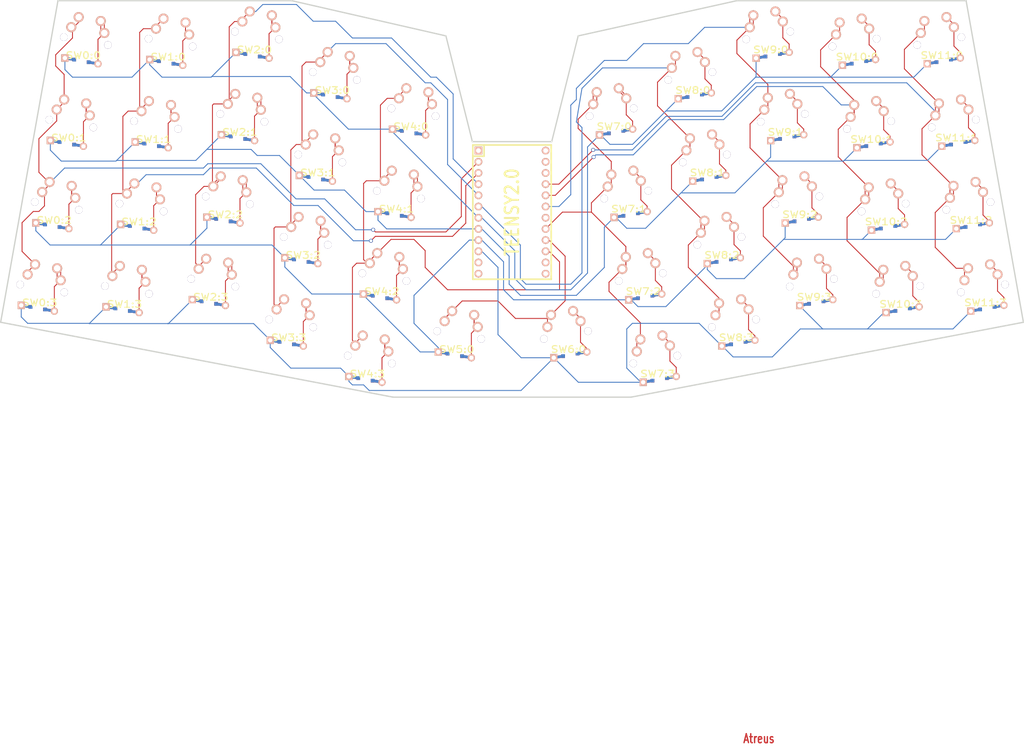
<source format=kicad_pcb>
(kicad_pcb (version 4) (host pcbnew "(2014-09-26 BZR 5148)-product")
  (title_block (date "16 oct 2014"))
  (layers (0 Front signal) (31 Back signal) (34 B.Paste user) (35 F.Paste user) (36 B.SilkS user) (37 F.SilkS user) (38 B.Mask user) (39 F.Mask user) (44 Edge.Cuts user))
  (net 0 "")
  (net 1 N-row-0)
  (net 2 N-row-1)
  (net 3 N-row-2)
  (net 4 N-row-3)
  (net 5 N-col-0)
  (net 6 N-col-1)
  (net 7 N-col-2)
  (net 8 N-col-3)
  (net 9 N-col-4)
  (net 10 N-col-5)
  (net 11 N-col-6)
  (net 12 N-col-7)
  (net 13 N-col-8)
  (net 14 N-col-9)
  (net 15 N-col-10)
  (net 16 N-diode-0)
  (net 17 N-diode-1)
  (net 18 N-diode-2)
  (net 19 N-diode-3)
  (net 20 N-diode-4)
  (net 21 N-diode-5)
  (net 22 N-diode-6)
  (net 23 N-diode-7)
  (net 24 N-diode-8)
  (net 25 N-diode-9)
  (net 26 N-diode-10)
  (net 27 N-diode-11)
  (net 28 N-diode-12)
  (net 29 N-diode-13)
  (net 30 N-diode-14)
  (net 31 N-diode-15)
  (net 32 N-diode-16)
  (net 33 N-diode-17)
  (net 34 N-diode-18)
  (net 35 N-diode-19)
  (net 36 N-diode-20)
  (net 37 N-diode-21)
  (net 38 N-diode-22)
  (net 39 N-diode-23)
  (net 40 N-diode-24)
  (net 41 N-diode-25)
  (net 42 N-diode-26)
  (net 43 N-diode-27)
  (net 44 N-diode-28)
  (net 45 N-diode-29)
  (net 46 N-diode-30)
  (net 47 N-diode-31)
  (net 48 N-diode-32)
  (net 49 N-diode-33)
  (net 50 N-diode-34)
  (net 51 N-diode-35)
  (net 52 N-diode-36)
  (net 53 N-diode-37)
  (net 54 N-diode-38)
  (net 55 N-diode-39)
  (net 56 N-diode-40)
  (net 57 N-diode-41)
  (module TEENSY_2.0 (layer Front) (at 134 70 270)
    (fp_text reference "" (at 0 0 270) (layer F.SilkS))
    (fp_text value TEENSY2.0 (at 0 0 270) (layer F.SilkS) (effects (font (size 3.048 2.54) (thickness 0.4572))))
    (pad GND thru_hole rect (at -13.97 7.62 270) (size 1.7526 1.7526) (drill 1.0922) (layers *.Cu *.SilkS *.Mask))
    (pad B0 thru_hole circle (at -11.43 7.62 270) (size 1.7526 1.7526) (drill 1.0922) (layers *.Cu *.SilkS *.Mask) (net 5 N-col-0))
    (pad B1 thru_hole circle (at -8.89 7.62 270) (size 1.7526 1.7526) (drill 1.0922) (layers *.Cu *.SilkS *.Mask) (net 6 N-col-1))
    (pad B2 thru_hole circle (at -6.35 7.62 270) (size 1.7526 1.7526) (drill 1.0922) (layers *.Cu *.SilkS *.Mask) (net 7 N-col-2))
    (pad B3 thru_hole circle (at -3.81 7.62 270) (size 1.7526 1.7526) (drill 1.0922) (layers *.Cu *.SilkS *.Mask) (net 8 N-col-3))
    (pad B7 thru_hole circle (at -1.27 7.62 270) (size 1.7526 1.7526) (drill 1.0922) (layers *.Cu *.SilkS *.Mask) (net 12 N-col-7))
    (pad D0 thru_hole circle (at 1.27 7.62 270) (size 1.7526 1.7526) (drill 1.0922) (layers *.Cu *.SilkS *.Mask) (net 1 N-row-0))
    (pad D1 thru_hole circle (at 3.81 7.62 270) (size 1.7526 1.7526) (drill 1.0922) (layers *.Cu *.SilkS *.Mask) (net 2 N-row-1))
    (pad D2 thru_hole circle (at 6.35 7.62 270) (size 1.7526 1.7526) (drill 1.0922) (layers *.Cu *.SilkS *.Mask) (net 3 N-row-2))
    (pad D3 thru_hole circle (at 8.89 7.62 270) (size 1.7526 1.7526) (drill 1.0922) (layers *.Cu *.SilkS *.Mask) (net 4 N-row-3))
    (pad C6 thru_hole circle (at 11.43 7.62 270) (size 1.7526 1.7526) (drill 1.0922) (layers *.Cu *.SilkS *.Mask))
    (pad C7 thru_hole circle (at 13.97 7.62 270) (size 1.7526 1.7526) (drill 1.0922) (layers *.Cu *.SilkS *.Mask))
    (pad D6 thru_hole circle (at 13.97 -7.62 270) (size 1.7526 1.7526) (drill 1.0922) (layers *.Cu *.SilkS *.Mask))
    (pad D7 thru_hole circle (at 11.43 -7.62 270) (size 1.7526 1.7526) (drill 1.0922) (layers *.Cu *.SilkS *.Mask))
    (pad B4 thru_hole circle (at 8.89 -7.62 270) (size 1.7526 1.7526) (drill 1.0922) (layers *.Cu *.SilkS *.Mask) (net 9 N-col-4))
    (pad B5 thru_hole circle (at 6.35 -7.62 270) (size 1.7526 1.7526) (drill 1.0922) (layers *.Cu *.SilkS *.Mask) (net 10 N-col-5))
    (pad B6 thru_hole circle (at 3.81 -7.62 270) (size 1.7526 1.7526) (drill 1.0922) (layers *.Cu *.SilkS *.Mask) (net 11 N-col-6))
    (pad F7 thru_hole circle (at 1.27 -7.62 270) (size 1.7526 1.7526) (drill 1.0922) (layers *.Cu *.SilkS *.Mask))
    (pad F6 thru_hole circle (at -1.27 -7.62 270) (size 1.7526 1.7526) (drill 1.0922) (layers *.Cu *.SilkS *.Mask) (net 13 N-col-8))
    (pad F5 thru_hole circle (at -3.81 -7.62 270) (size 1.7526 1.7526) (drill 1.0922) (layers *.Cu *.SilkS *.Mask) (net 14 N-col-9))
    (pad F4 thru_hole circle (at -6.35 -7.62 270) (size 1.7526 1.7526) (drill 1.0922) (layers *.Cu *.SilkS *.Mask) (net 15 N-col-10))
    (pad F1 thru_hole circle (at -8.89 -7.62 270) (size 1.7526 1.7526) (drill 1.0922) (layers *.Cu *.SilkS *.Mask))
    (pad F0 thru_hole circle (at -11.43 -7.62 270) (size 1.7526 1.7526) (drill 1.0922) (layers *.Cu *.SilkS *.Mask))
    (pad Vcc thru_hole circle (at -13.97 -7.62 270) (size 1.7526 1.7526) (drill 1.0922) (layers *.Cu *.SilkS *.Mask))
  )
  (module MX_FLIP (layer Front) (at 37.322162 31.177777 350)
    (fp_text reference SW0:0 (at 0 3.302 360) (layer F.SilkS) (effects (font (size 1.524 1.778) (thickness 0.254))))
    (fp_text value "" (at 0 0 350) (layer F.SilkS))
    (pad 0 np_thru_hole circle (at 0 0) (size 3.9878 3.9878) (drill 3.9878) (layers *.Cu))
    (pad 0 thru_hole circle (at -5.08 0) (size 1.7018 1.7018) (drill 1.7018) (layers *.Cu))
    (pad 0 thru_hole circle (at 5.08 0) (size 1.7018 1.7018) (drill 1.7018) (layers *.Cu))
    (pad 1 thru_hole circle (at 2.54 -5.08) (size 2.286 2.286) (drill 1.4986) (layers *.Cu *.SilkS *.Mask) (net 16 N-diode-0))
    (pad 1 thru_hole circle (at 3.81 -2.54) (size 2.286 2.286) (drill 1.4986) (layers *.Cu *.SilkS *.Mask) (net 16 N-diode-0))
    (pad 2 thru_hole circle (at -2.54 -5.08) (size 2.286 2.286) (drill 1.4986) (layers *.Cu *.SilkS *.Mask) (net 5 N-col-0))
    (pad 2 thru_hole circle (at -3.81 -2.54) (size 2.286 2.286) (drill 1.4986) (layers *.Cu *.SilkS *.Mask) (net 5 N-col-0))
  )
  (module DIODE (layer Front) (at 36.322162 35.677777 170)
    (fp_text reference D2:2 hide)
    (fp_text value "" (at 0 0 170) (layer F.SilkS))
    (fp_line (start -3.81 0) (end -1.6637 0) (layer Back) (width 0.6096))
    (fp_line (start 1.6637 0) (end 3.81 0) (layer Back) (width 0.6096))
    (fp_line (start -3.81 0) (end -1.6637 0) (layer Front) (width 0.6096))
    (fp_line (start 1.6637 0) (end 3.81 0) (layer Front) (width 0.6096))
    (pad 1 thru_hole circle (at -3.81 0 180) (size 1.651 1.651) (drill 0.9906) (layers *.Cu *.SilkS *.Mask) (net 16 N-diode-0))
    (pad 2 thru_hole rect (at 3.81 0 180) (size 1.651 1.651) (drill 0.9906) (layers *.Cu *.SilkS *.Mask) (net 1 N-row-0))
    (pad 99 smd rect (at -1.6637 0 180) (size 0.8382 0.8382) (layers Front F.Paste F.Mask))
    (pad 99 smd rect (at -1.6637 0 180) (size 0.8382 0.8382) (layers Back B.Paste B.Mask))
    (pad 99 smd rect (at 1.6637 0 180) (size 0.8382 0.8382) (layers Front F.Paste F.Mask))
    (pad 99 smd rect (at 1.6637 0 180) (size 0.8382 0.8382) (layers Back B.Paste B.Mask))
  )
  (module MX_FLIP (layer Front) (at 34.022847 49.889125 350)
    (fp_text reference SW0:1 (at 0 3.302 360) (layer F.SilkS) (effects (font (size 1.524 1.778) (thickness 0.254))))
    (fp_text value "" (at 0 0 350) (layer F.SilkS))
    (pad 0 np_thru_hole circle (at 0 0) (size 3.9878 3.9878) (drill 3.9878) (layers *.Cu))
    (pad 0 thru_hole circle (at -5.08 0) (size 1.7018 1.7018) (drill 1.7018) (layers *.Cu))
    (pad 0 thru_hole circle (at 5.08 0) (size 1.7018 1.7018) (drill 1.7018) (layers *.Cu))
    (pad 1 thru_hole circle (at 2.54 -5.08) (size 2.286 2.286) (drill 1.4986) (layers *.Cu *.SilkS *.Mask) (net 17 N-diode-1))
    (pad 1 thru_hole circle (at 3.81 -2.54) (size 2.286 2.286) (drill 1.4986) (layers *.Cu *.SilkS *.Mask) (net 17 N-diode-1))
    (pad 2 thru_hole circle (at -2.54 -5.08) (size 2.286 2.286) (drill 1.4986) (layers *.Cu *.SilkS *.Mask) (net 5 N-col-0))
    (pad 2 thru_hole circle (at -3.81 -2.54) (size 2.286 2.286) (drill 1.4986) (layers *.Cu *.SilkS *.Mask) (net 5 N-col-0))
  )
  (module DIODE (layer Front) (at 33.022847 54.389125 170)
    (fp_text reference D2:2 hide)
    (fp_text value "" (at 0 0 170) (layer F.SilkS))
    (fp_line (start -3.81 0) (end -1.6637 0) (layer Back) (width 0.6096))
    (fp_line (start 1.6637 0) (end 3.81 0) (layer Back) (width 0.6096))
    (fp_line (start -3.81 0) (end -1.6637 0) (layer Front) (width 0.6096))
    (fp_line (start 1.6637 0) (end 3.81 0) (layer Front) (width 0.6096))
    (pad 1 thru_hole circle (at -3.81 0 180) (size 1.651 1.651) (drill 0.9906) (layers *.Cu *.SilkS *.Mask) (net 17 N-diode-1))
    (pad 2 thru_hole rect (at 3.81 0 180) (size 1.651 1.651) (drill 0.9906) (layers *.Cu *.SilkS *.Mask) (net 2 N-row-1))
    (pad 99 smd rect (at -1.6637 0 180) (size 0.8382 0.8382) (layers Front F.Paste F.Mask))
    (pad 99 smd rect (at -1.6637 0 180) (size 0.8382 0.8382) (layers Back B.Paste B.Mask))
    (pad 99 smd rect (at 1.6637 0 180) (size 0.8382 0.8382) (layers Front F.Paste F.Mask))
    (pad 99 smd rect (at 1.6637 0 180) (size 0.8382 0.8382) (layers Back B.Paste B.Mask))
  )
  (module MX_FLIP (layer Front) (at 30.723531 68.600472 350)
    (fp_text reference SW0:2 (at 0 3.302 360) (layer F.SilkS) (effects (font (size 1.524 1.778) (thickness 0.254))))
    (fp_text value "" (at 0 0 350) (layer F.SilkS))
    (pad 0 np_thru_hole circle (at 0 0) (size 3.9878 3.9878) (drill 3.9878) (layers *.Cu))
    (pad 0 thru_hole circle (at -5.08 0) (size 1.7018 1.7018) (drill 1.7018) (layers *.Cu))
    (pad 0 thru_hole circle (at 5.08 0) (size 1.7018 1.7018) (drill 1.7018) (layers *.Cu))
    (pad 1 thru_hole circle (at 2.54 -5.08) (size 2.286 2.286) (drill 1.4986) (layers *.Cu *.SilkS *.Mask) (net 18 N-diode-2))
    (pad 1 thru_hole circle (at 3.81 -2.54) (size 2.286 2.286) (drill 1.4986) (layers *.Cu *.SilkS *.Mask) (net 18 N-diode-2))
    (pad 2 thru_hole circle (at -2.54 -5.08) (size 2.286 2.286) (drill 1.4986) (layers *.Cu *.SilkS *.Mask) (net 5 N-col-0))
    (pad 2 thru_hole circle (at -3.81 -2.54) (size 2.286 2.286) (drill 1.4986) (layers *.Cu *.SilkS *.Mask) (net 5 N-col-0))
  )
  (module DIODE (layer Front) (at 29.723531 73.100472 170)
    (fp_text reference D2:2 hide)
    (fp_text value "" (at 0 0 170) (layer F.SilkS))
    (fp_line (start -3.81 0) (end -1.6637 0) (layer Back) (width 0.6096))
    (fp_line (start 1.6637 0) (end 3.81 0) (layer Back) (width 0.6096))
    (fp_line (start -3.81 0) (end -1.6637 0) (layer Front) (width 0.6096))
    (fp_line (start 1.6637 0) (end 3.81 0) (layer Front) (width 0.6096))
    (pad 1 thru_hole circle (at -3.81 0 180) (size 1.651 1.651) (drill 0.9906) (layers *.Cu *.SilkS *.Mask) (net 18 N-diode-2))
    (pad 2 thru_hole rect (at 3.81 0 180) (size 1.651 1.651) (drill 0.9906) (layers *.Cu *.SilkS *.Mask) (net 3 N-row-2))
    (pad 99 smd rect (at -1.6637 0 180) (size 0.8382 0.8382) (layers Front F.Paste F.Mask))
    (pad 99 smd rect (at -1.6637 0 180) (size 0.8382 0.8382) (layers Back B.Paste B.Mask))
    (pad 99 smd rect (at 1.6637 0 180) (size 0.8382 0.8382) (layers Front F.Paste F.Mask))
    (pad 99 smd rect (at 1.6637 0 180) (size 0.8382 0.8382) (layers Back B.Paste B.Mask))
  )
  (module MX_FLIP (layer Front) (at 27.424216 87.311819 350)
    (fp_text reference SW0:3 (at 0 3.302 360) (layer F.SilkS) (effects (font (size 1.524 1.778) (thickness 0.254))))
    (fp_text value "" (at 0 0 350) (layer F.SilkS))
    (pad 0 np_thru_hole circle (at 0 0) (size 3.9878 3.9878) (drill 3.9878) (layers *.Cu))
    (pad 0 thru_hole circle (at -5.08 0) (size 1.7018 1.7018) (drill 1.7018) (layers *.Cu))
    (pad 0 thru_hole circle (at 5.08 0) (size 1.7018 1.7018) (drill 1.7018) (layers *.Cu))
    (pad 1 thru_hole circle (at 2.54 -5.08) (size 2.286 2.286) (drill 1.4986) (layers *.Cu *.SilkS *.Mask) (net 19 N-diode-3))
    (pad 1 thru_hole circle (at 3.81 -2.54) (size 2.286 2.286) (drill 1.4986) (layers *.Cu *.SilkS *.Mask) (net 19 N-diode-3))
    (pad 2 thru_hole circle (at -2.54 -5.08) (size 2.286 2.286) (drill 1.4986) (layers *.Cu *.SilkS *.Mask) (net 5 N-col-0))
    (pad 2 thru_hole circle (at -3.81 -2.54) (size 2.286 2.286) (drill 1.4986) (layers *.Cu *.SilkS *.Mask) (net 5 N-col-0))
  )
  (module DIODE (layer Front) (at 26.424216 91.811819 170)
    (fp_text reference D2:2 hide)
    (fp_text value "" (at 0 0 170) (layer F.SilkS))
    (fp_line (start -3.81 0) (end -1.6637 0) (layer Back) (width 0.6096))
    (fp_line (start 1.6637 0) (end 3.81 0) (layer Back) (width 0.6096))
    (fp_line (start -3.81 0) (end -1.6637 0) (layer Front) (width 0.6096))
    (fp_line (start 1.6637 0) (end 3.81 0) (layer Front) (width 0.6096))
    (pad 1 thru_hole circle (at -3.81 0 180) (size 1.651 1.651) (drill 0.9906) (layers *.Cu *.SilkS *.Mask) (net 19 N-diode-3))
    (pad 2 thru_hole rect (at 3.81 0 180) (size 1.651 1.651) (drill 0.9906) (layers *.Cu *.SilkS *.Mask) (net 4 N-row-3))
    (pad 99 smd rect (at -1.6637 0 180) (size 0.8382 0.8382) (layers Front F.Paste F.Mask))
    (pad 99 smd rect (at -1.6637 0 180) (size 0.8382 0.8382) (layers Back B.Paste B.Mask))
    (pad 99 smd rect (at 1.6637 0 180) (size 0.8382 0.8382) (layers Front F.Paste F.Mask))
    (pad 99 smd rect (at 1.6637 0 180) (size 0.8382 0.8382) (layers Back B.Paste B.Mask))
  )
  (module MX_FLIP (layer Front) (at 56.554454 31.52267 350)
    (fp_text reference SW1:0 (at 0 3.302 360) (layer F.SilkS) (effects (font (size 1.524 1.778) (thickness 0.254))))
    (fp_text value "" (at 0 0 350) (layer F.SilkS))
    (pad 0 np_thru_hole circle (at 0 0) (size 3.9878 3.9878) (drill 3.9878) (layers *.Cu))
    (pad 0 thru_hole circle (at -5.08 0) (size 1.7018 1.7018) (drill 1.7018) (layers *.Cu))
    (pad 0 thru_hole circle (at 5.08 0) (size 1.7018 1.7018) (drill 1.7018) (layers *.Cu))
    (pad 1 thru_hole circle (at 2.54 -5.08) (size 2.286 2.286) (drill 1.4986) (layers *.Cu *.SilkS *.Mask) (net 20 N-diode-4))
    (pad 1 thru_hole circle (at 3.81 -2.54) (size 2.286 2.286) (drill 1.4986) (layers *.Cu *.SilkS *.Mask) (net 20 N-diode-4))
    (pad 2 thru_hole circle (at -2.54 -5.08) (size 2.286 2.286) (drill 1.4986) (layers *.Cu *.SilkS *.Mask) (net 6 N-col-1))
    (pad 2 thru_hole circle (at -3.81 -2.54) (size 2.286 2.286) (drill 1.4986) (layers *.Cu *.SilkS *.Mask) (net 6 N-col-1))
  )
  (module DIODE (layer Front) (at 55.554454 36.02267 170)
    (fp_text reference D2:2 hide)
    (fp_text value "" (at 0 0 170) (layer F.SilkS))
    (fp_line (start -3.81 0) (end -1.6637 0) (layer Back) (width 0.6096))
    (fp_line (start 1.6637 0) (end 3.81 0) (layer Back) (width 0.6096))
    (fp_line (start -3.81 0) (end -1.6637 0) (layer Front) (width 0.6096))
    (fp_line (start 1.6637 0) (end 3.81 0) (layer Front) (width 0.6096))
    (pad 1 thru_hole circle (at -3.81 0 180) (size 1.651 1.651) (drill 0.9906) (layers *.Cu *.SilkS *.Mask) (net 20 N-diode-4))
    (pad 2 thru_hole rect (at 3.81 0 180) (size 1.651 1.651) (drill 0.9906) (layers *.Cu *.SilkS *.Mask) (net 1 N-row-0))
    (pad 99 smd rect (at -1.6637 0 180) (size 0.8382 0.8382) (layers Front F.Paste F.Mask))
    (pad 99 smd rect (at -1.6637 0 180) (size 0.8382 0.8382) (layers Back B.Paste B.Mask))
    (pad 99 smd rect (at 1.6637 0 180) (size 0.8382 0.8382) (layers Front F.Paste F.Mask))
    (pad 99 smd rect (at 1.6637 0 180) (size 0.8382 0.8382) (layers Back B.Paste B.Mask))
  )
  (module MX_FLIP (layer Front) (at 53.255138 50.234017 350)
    (fp_text reference SW1:1 (at 0 3.302 360) (layer F.SilkS) (effects (font (size 1.524 1.778) (thickness 0.254))))
    (fp_text value "" (at 0 0 350) (layer F.SilkS))
    (pad 0 np_thru_hole circle (at 0 0) (size 3.9878 3.9878) (drill 3.9878) (layers *.Cu))
    (pad 0 thru_hole circle (at -5.08 0) (size 1.7018 1.7018) (drill 1.7018) (layers *.Cu))
    (pad 0 thru_hole circle (at 5.08 0) (size 1.7018 1.7018) (drill 1.7018) (layers *.Cu))
    (pad 1 thru_hole circle (at 2.54 -5.08) (size 2.286 2.286) (drill 1.4986) (layers *.Cu *.SilkS *.Mask) (net 21 N-diode-5))
    (pad 1 thru_hole circle (at 3.81 -2.54) (size 2.286 2.286) (drill 1.4986) (layers *.Cu *.SilkS *.Mask) (net 21 N-diode-5))
    (pad 2 thru_hole circle (at -2.54 -5.08) (size 2.286 2.286) (drill 1.4986) (layers *.Cu *.SilkS *.Mask) (net 6 N-col-1))
    (pad 2 thru_hole circle (at -3.81 -2.54) (size 2.286 2.286) (drill 1.4986) (layers *.Cu *.SilkS *.Mask) (net 6 N-col-1))
  )
  (module DIODE (layer Front) (at 52.255138 54.734017 170)
    (fp_text reference D2:2 hide)
    (fp_text value "" (at 0 0 170) (layer F.SilkS))
    (fp_line (start -3.81 0) (end -1.6637 0) (layer Back) (width 0.6096))
    (fp_line (start 1.6637 0) (end 3.81 0) (layer Back) (width 0.6096))
    (fp_line (start -3.81 0) (end -1.6637 0) (layer Front) (width 0.6096))
    (fp_line (start 1.6637 0) (end 3.81 0) (layer Front) (width 0.6096))
    (pad 1 thru_hole circle (at -3.81 0 180) (size 1.651 1.651) (drill 0.9906) (layers *.Cu *.SilkS *.Mask) (net 21 N-diode-5))
    (pad 2 thru_hole rect (at 3.81 0 180) (size 1.651 1.651) (drill 0.9906) (layers *.Cu *.SilkS *.Mask) (net 2 N-row-1))
    (pad 99 smd rect (at -1.6637 0 180) (size 0.8382 0.8382) (layers Front F.Paste F.Mask))
    (pad 99 smd rect (at -1.6637 0 180) (size 0.8382 0.8382) (layers Back B.Paste B.Mask))
    (pad 99 smd rect (at 1.6637 0 180) (size 0.8382 0.8382) (layers Front F.Paste F.Mask))
    (pad 99 smd rect (at 1.6637 0 180) (size 0.8382 0.8382) (layers Back B.Paste B.Mask))
  )
  (module MX_FLIP (layer Front) (at 49.955823 68.945364 350)
    (fp_text reference SW1:2 (at 0 3.302 360) (layer F.SilkS) (effects (font (size 1.524 1.778) (thickness 0.254))))
    (fp_text value "" (at 0 0 350) (layer F.SilkS))
    (pad 0 np_thru_hole circle (at 0 0) (size 3.9878 3.9878) (drill 3.9878) (layers *.Cu))
    (pad 0 thru_hole circle (at -5.08 0) (size 1.7018 1.7018) (drill 1.7018) (layers *.Cu))
    (pad 0 thru_hole circle (at 5.08 0) (size 1.7018 1.7018) (drill 1.7018) (layers *.Cu))
    (pad 1 thru_hole circle (at 2.54 -5.08) (size 2.286 2.286) (drill 1.4986) (layers *.Cu *.SilkS *.Mask) (net 22 N-diode-6))
    (pad 1 thru_hole circle (at 3.81 -2.54) (size 2.286 2.286) (drill 1.4986) (layers *.Cu *.SilkS *.Mask) (net 22 N-diode-6))
    (pad 2 thru_hole circle (at -2.54 -5.08) (size 2.286 2.286) (drill 1.4986) (layers *.Cu *.SilkS *.Mask) (net 6 N-col-1))
    (pad 2 thru_hole circle (at -3.81 -2.54) (size 2.286 2.286) (drill 1.4986) (layers *.Cu *.SilkS *.Mask) (net 6 N-col-1))
  )
  (module DIODE (layer Front) (at 48.955823 73.445364 170)
    (fp_text reference D2:2 hide)
    (fp_text value "" (at 0 0 170) (layer F.SilkS))
    (fp_line (start -3.81 0) (end -1.6637 0) (layer Back) (width 0.6096))
    (fp_line (start 1.6637 0) (end 3.81 0) (layer Back) (width 0.6096))
    (fp_line (start -3.81 0) (end -1.6637 0) (layer Front) (width 0.6096))
    (fp_line (start 1.6637 0) (end 3.81 0) (layer Front) (width 0.6096))
    (pad 1 thru_hole circle (at -3.81 0 180) (size 1.651 1.651) (drill 0.9906) (layers *.Cu *.SilkS *.Mask) (net 22 N-diode-6))
    (pad 2 thru_hole rect (at 3.81 0 180) (size 1.651 1.651) (drill 0.9906) (layers *.Cu *.SilkS *.Mask) (net 3 N-row-2))
    (pad 99 smd rect (at -1.6637 0 180) (size 0.8382 0.8382) (layers Front F.Paste F.Mask))
    (pad 99 smd rect (at -1.6637 0 180) (size 0.8382 0.8382) (layers Back B.Paste B.Mask))
    (pad 99 smd rect (at 1.6637 0 180) (size 0.8382 0.8382) (layers Front F.Paste F.Mask))
    (pad 99 smd rect (at 1.6637 0 180) (size 0.8382 0.8382) (layers Back B.Paste B.Mask))
  )
  (module MX_FLIP (layer Front) (at 46.656508 87.656711 350)
    (fp_text reference SW1:3 (at 0 3.302 360) (layer F.SilkS) (effects (font (size 1.524 1.778) (thickness 0.254))))
    (fp_text value "" (at 0 0 350) (layer F.SilkS))
    (pad 0 np_thru_hole circle (at 0 0) (size 3.9878 3.9878) (drill 3.9878) (layers *.Cu))
    (pad 0 thru_hole circle (at -5.08 0) (size 1.7018 1.7018) (drill 1.7018) (layers *.Cu))
    (pad 0 thru_hole circle (at 5.08 0) (size 1.7018 1.7018) (drill 1.7018) (layers *.Cu))
    (pad 1 thru_hole circle (at 2.54 -5.08) (size 2.286 2.286) (drill 1.4986) (layers *.Cu *.SilkS *.Mask) (net 23 N-diode-7))
    (pad 1 thru_hole circle (at 3.81 -2.54) (size 2.286 2.286) (drill 1.4986) (layers *.Cu *.SilkS *.Mask) (net 23 N-diode-7))
    (pad 2 thru_hole circle (at -2.54 -5.08) (size 2.286 2.286) (drill 1.4986) (layers *.Cu *.SilkS *.Mask) (net 6 N-col-1))
    (pad 2 thru_hole circle (at -3.81 -2.54) (size 2.286 2.286) (drill 1.4986) (layers *.Cu *.SilkS *.Mask) (net 6 N-col-1))
  )
  (module DIODE (layer Front) (at 45.656508 92.156711 170)
    (fp_text reference D2:2 hide)
    (fp_text value "" (at 0 0 170) (layer F.SilkS))
    (fp_line (start -3.81 0) (end -1.6637 0) (layer Back) (width 0.6096))
    (fp_line (start 1.6637 0) (end 3.81 0) (layer Back) (width 0.6096))
    (fp_line (start -3.81 0) (end -1.6637 0) (layer Front) (width 0.6096))
    (fp_line (start 1.6637 0) (end 3.81 0) (layer Front) (width 0.6096))
    (pad 1 thru_hole circle (at -3.81 0 180) (size 1.651 1.651) (drill 0.9906) (layers *.Cu *.SilkS *.Mask) (net 23 N-diode-7))
    (pad 2 thru_hole rect (at 3.81 0 180) (size 1.651 1.651) (drill 0.9906) (layers *.Cu *.SilkS *.Mask) (net 4 N-row-3))
    (pad 99 smd rect (at -1.6637 0 180) (size 0.8382 0.8382) (layers Front F.Paste F.Mask))
    (pad 99 smd rect (at -1.6637 0 180) (size 0.8382 0.8382) (layers Back B.Paste B.Mask))
    (pad 99 smd rect (at 1.6637 0 180) (size 0.8382 0.8382) (layers Front F.Paste F.Mask))
    (pad 99 smd rect (at 1.6637 0 180) (size 0.8382 0.8382) (layers Back B.Paste B.Mask))
  )
  (module MX_FLIP (layer Front) (at 76.134042 29.897946 350)
    (fp_text reference SW2:0 (at 0 3.302 360) (layer F.SilkS) (effects (font (size 1.524 1.778) (thickness 0.254))))
    (fp_text value "" (at 0 0 350) (layer F.SilkS))
    (pad 0 np_thru_hole circle (at 0 0) (size 3.9878 3.9878) (drill 3.9878) (layers *.Cu))
    (pad 0 thru_hole circle (at -5.08 0) (size 1.7018 1.7018) (drill 1.7018) (layers *.Cu))
    (pad 0 thru_hole circle (at 5.08 0) (size 1.7018 1.7018) (drill 1.7018) (layers *.Cu))
    (pad 1 thru_hole circle (at 2.54 -5.08) (size 2.286 2.286) (drill 1.4986) (layers *.Cu *.SilkS *.Mask) (net 24 N-diode-8))
    (pad 1 thru_hole circle (at 3.81 -2.54) (size 2.286 2.286) (drill 1.4986) (layers *.Cu *.SilkS *.Mask) (net 24 N-diode-8))
    (pad 2 thru_hole circle (at -2.54 -5.08) (size 2.286 2.286) (drill 1.4986) (layers *.Cu *.SilkS *.Mask) (net 7 N-col-2))
    (pad 2 thru_hole circle (at -3.81 -2.54) (size 2.286 2.286) (drill 1.4986) (layers *.Cu *.SilkS *.Mask) (net 7 N-col-2))
  )
  (module DIODE (layer Front) (at 75.134042 34.397946 170)
    (fp_text reference D2:2 hide)
    (fp_text value "" (at 0 0 170) (layer F.SilkS))
    (fp_line (start -3.81 0) (end -1.6637 0) (layer Back) (width 0.6096))
    (fp_line (start 1.6637 0) (end 3.81 0) (layer Back) (width 0.6096))
    (fp_line (start -3.81 0) (end -1.6637 0) (layer Front) (width 0.6096))
    (fp_line (start 1.6637 0) (end 3.81 0) (layer Front) (width 0.6096))
    (pad 1 thru_hole circle (at -3.81 0 180) (size 1.651 1.651) (drill 0.9906) (layers *.Cu *.SilkS *.Mask) (net 24 N-diode-8))
    (pad 2 thru_hole rect (at 3.81 0 180) (size 1.651 1.651) (drill 0.9906) (layers *.Cu *.SilkS *.Mask) (net 1 N-row-0))
    (pad 99 smd rect (at -1.6637 0 180) (size 0.8382 0.8382) (layers Front F.Paste F.Mask))
    (pad 99 smd rect (at -1.6637 0 180) (size 0.8382 0.8382) (layers Back B.Paste B.Mask))
    (pad 99 smd rect (at 1.6637 0 180) (size 0.8382 0.8382) (layers Front F.Paste F.Mask))
    (pad 99 smd rect (at 1.6637 0 180) (size 0.8382 0.8382) (layers Back B.Paste B.Mask))
  )
  (module MX_FLIP (layer Front) (at 72.834727 48.609293 350)
    (fp_text reference SW2:1 (at 0 3.302 360) (layer F.SilkS) (effects (font (size 1.524 1.778) (thickness 0.254))))
    (fp_text value "" (at 0 0 350) (layer F.SilkS))
    (pad 0 np_thru_hole circle (at 0 0) (size 3.9878 3.9878) (drill 3.9878) (layers *.Cu))
    (pad 0 thru_hole circle (at -5.08 0) (size 1.7018 1.7018) (drill 1.7018) (layers *.Cu))
    (pad 0 thru_hole circle (at 5.08 0) (size 1.7018 1.7018) (drill 1.7018) (layers *.Cu))
    (pad 1 thru_hole circle (at 2.54 -5.08) (size 2.286 2.286) (drill 1.4986) (layers *.Cu *.SilkS *.Mask) (net 25 N-diode-9))
    (pad 1 thru_hole circle (at 3.81 -2.54) (size 2.286 2.286) (drill 1.4986) (layers *.Cu *.SilkS *.Mask) (net 25 N-diode-9))
    (pad 2 thru_hole circle (at -2.54 -5.08) (size 2.286 2.286) (drill 1.4986) (layers *.Cu *.SilkS *.Mask) (net 7 N-col-2))
    (pad 2 thru_hole circle (at -3.81 -2.54) (size 2.286 2.286) (drill 1.4986) (layers *.Cu *.SilkS *.Mask) (net 7 N-col-2))
  )
  (module DIODE (layer Front) (at 71.834727 53.109293 170)
    (fp_text reference D2:2 hide)
    (fp_text value "" (at 0 0 170) (layer F.SilkS))
    (fp_line (start -3.81 0) (end -1.6637 0) (layer Back) (width 0.6096))
    (fp_line (start 1.6637 0) (end 3.81 0) (layer Back) (width 0.6096))
    (fp_line (start -3.81 0) (end -1.6637 0) (layer Front) (width 0.6096))
    (fp_line (start 1.6637 0) (end 3.81 0) (layer Front) (width 0.6096))
    (pad 1 thru_hole circle (at -3.81 0 180) (size 1.651 1.651) (drill 0.9906) (layers *.Cu *.SilkS *.Mask) (net 25 N-diode-9))
    (pad 2 thru_hole rect (at 3.81 0 180) (size 1.651 1.651) (drill 0.9906) (layers *.Cu *.SilkS *.Mask) (net 2 N-row-1))
    (pad 99 smd rect (at -1.6637 0 180) (size 0.8382 0.8382) (layers Front F.Paste F.Mask))
    (pad 99 smd rect (at -1.6637 0 180) (size 0.8382 0.8382) (layers Back B.Paste B.Mask))
    (pad 99 smd rect (at 1.6637 0 180) (size 0.8382 0.8382) (layers Front F.Paste F.Mask))
    (pad 99 smd rect (at 1.6637 0 180) (size 0.8382 0.8382) (layers Back B.Paste B.Mask))
  )
  (module MX_FLIP (layer Front) (at 69.535411 67.320641 350)
    (fp_text reference SW2:2 (at 0 3.302 360) (layer F.SilkS) (effects (font (size 1.524 1.778) (thickness 0.254))))
    (fp_text value "" (at 0 0 350) (layer F.SilkS))
    (pad 0 np_thru_hole circle (at 0 0) (size 3.9878 3.9878) (drill 3.9878) (layers *.Cu))
    (pad 0 thru_hole circle (at -5.08 0) (size 1.7018 1.7018) (drill 1.7018) (layers *.Cu))
    (pad 0 thru_hole circle (at 5.08 0) (size 1.7018 1.7018) (drill 1.7018) (layers *.Cu))
    (pad 1 thru_hole circle (at 2.54 -5.08) (size 2.286 2.286) (drill 1.4986) (layers *.Cu *.SilkS *.Mask) (net 26 N-diode-10))
    (pad 1 thru_hole circle (at 3.81 -2.54) (size 2.286 2.286) (drill 1.4986) (layers *.Cu *.SilkS *.Mask) (net 26 N-diode-10))
    (pad 2 thru_hole circle (at -2.54 -5.08) (size 2.286 2.286) (drill 1.4986) (layers *.Cu *.SilkS *.Mask) (net 7 N-col-2))
    (pad 2 thru_hole circle (at -3.81 -2.54) (size 2.286 2.286) (drill 1.4986) (layers *.Cu *.SilkS *.Mask) (net 7 N-col-2))
  )
  (module DIODE (layer Front) (at 68.535411 71.820641 170)
    (fp_text reference D2:2 hide)
    (fp_text value "" (at 0 0 170) (layer F.SilkS))
    (fp_line (start -3.81 0) (end -1.6637 0) (layer Back) (width 0.6096))
    (fp_line (start 1.6637 0) (end 3.81 0) (layer Back) (width 0.6096))
    (fp_line (start -3.81 0) (end -1.6637 0) (layer Front) (width 0.6096))
    (fp_line (start 1.6637 0) (end 3.81 0) (layer Front) (width 0.6096))
    (pad 1 thru_hole circle (at -3.81 0 180) (size 1.651 1.651) (drill 0.9906) (layers *.Cu *.SilkS *.Mask) (net 26 N-diode-10))
    (pad 2 thru_hole rect (at 3.81 0 180) (size 1.651 1.651) (drill 0.9906) (layers *.Cu *.SilkS *.Mask) (net 3 N-row-2))
    (pad 99 smd rect (at -1.6637 0 180) (size 0.8382 0.8382) (layers Front F.Paste F.Mask))
    (pad 99 smd rect (at -1.6637 0 180) (size 0.8382 0.8382) (layers Back B.Paste B.Mask))
    (pad 99 smd rect (at 1.6637 0 180) (size 0.8382 0.8382) (layers Front F.Paste F.Mask))
    (pad 99 smd rect (at 1.6637 0 180) (size 0.8382 0.8382) (layers Back B.Paste B.Mask))
  )
  (module MX_FLIP (layer Front) (at 66.236096 86.031988 350)
    (fp_text reference SW2:3 (at 0 3.302 360) (layer F.SilkS) (effects (font (size 1.524 1.778) (thickness 0.254))))
    (fp_text value "" (at 0 0 350) (layer F.SilkS))
    (pad 0 np_thru_hole circle (at 0 0) (size 3.9878 3.9878) (drill 3.9878) (layers *.Cu))
    (pad 0 thru_hole circle (at -5.08 0) (size 1.7018 1.7018) (drill 1.7018) (layers *.Cu))
    (pad 0 thru_hole circle (at 5.08 0) (size 1.7018 1.7018) (drill 1.7018) (layers *.Cu))
    (pad 1 thru_hole circle (at 2.54 -5.08) (size 2.286 2.286) (drill 1.4986) (layers *.Cu *.SilkS *.Mask) (net 27 N-diode-11))
    (pad 1 thru_hole circle (at 3.81 -2.54) (size 2.286 2.286) (drill 1.4986) (layers *.Cu *.SilkS *.Mask) (net 27 N-diode-11))
    (pad 2 thru_hole circle (at -2.54 -5.08) (size 2.286 2.286) (drill 1.4986) (layers *.Cu *.SilkS *.Mask) (net 7 N-col-2))
    (pad 2 thru_hole circle (at -3.81 -2.54) (size 2.286 2.286) (drill 1.4986) (layers *.Cu *.SilkS *.Mask) (net 7 N-col-2))
  )
  (module DIODE (layer Front) (at 65.236096 90.531988 170)
    (fp_text reference D2:2 hide)
    (fp_text value "" (at 0 0 170) (layer F.SilkS))
    (fp_line (start -3.81 0) (end -1.6637 0) (layer Back) (width 0.6096))
    (fp_line (start 1.6637 0) (end 3.81 0) (layer Back) (width 0.6096))
    (fp_line (start -3.81 0) (end -1.6637 0) (layer Front) (width 0.6096))
    (fp_line (start 1.6637 0) (end 3.81 0) (layer Front) (width 0.6096))
    (pad 1 thru_hole circle (at -3.81 0 180) (size 1.651 1.651) (drill 0.9906) (layers *.Cu *.SilkS *.Mask) (net 27 N-diode-11))
    (pad 2 thru_hole rect (at 3.81 0 180) (size 1.651 1.651) (drill 0.9906) (layers *.Cu *.SilkS *.Mask) (net 4 N-row-3))
    (pad 99 smd rect (at -1.6637 0 180) (size 0.8382 0.8382) (layers Front F.Paste F.Mask))
    (pad 99 smd rect (at -1.6637 0 180) (size 0.8382 0.8382) (layers Back B.Paste B.Mask))
    (pad 99 smd rect (at 1.6637 0 180) (size 0.8382 0.8382) (layers Front F.Paste F.Mask))
    (pad 99 smd rect (at 1.6637 0 180) (size 0.8382 0.8382) (layers Back B.Paste B.Mask))
  )
  (module MX_FLIP (layer Front) (at 93.8035 39.106108 350)
    (fp_text reference SW3:0 (at 0 3.302 360) (layer F.SilkS) (effects (font (size 1.524 1.778) (thickness 0.254))))
    (fp_text value "" (at 0 0 350) (layer F.SilkS))
    (pad 0 np_thru_hole circle (at 0 0) (size 3.9878 3.9878) (drill 3.9878) (layers *.Cu))
    (pad 0 thru_hole circle (at -5.08 0) (size 1.7018 1.7018) (drill 1.7018) (layers *.Cu))
    (pad 0 thru_hole circle (at 5.08 0) (size 1.7018 1.7018) (drill 1.7018) (layers *.Cu))
    (pad 1 thru_hole circle (at 2.54 -5.08) (size 2.286 2.286) (drill 1.4986) (layers *.Cu *.SilkS *.Mask) (net 28 N-diode-12))
    (pad 1 thru_hole circle (at 3.81 -2.54) (size 2.286 2.286) (drill 1.4986) (layers *.Cu *.SilkS *.Mask) (net 28 N-diode-12))
    (pad 2 thru_hole circle (at -2.54 -5.08) (size 2.286 2.286) (drill 1.4986) (layers *.Cu *.SilkS *.Mask) (net 8 N-col-3))
    (pad 2 thru_hole circle (at -3.81 -2.54) (size 2.286 2.286) (drill 1.4986) (layers *.Cu *.SilkS *.Mask) (net 8 N-col-3))
  )
  (module DIODE (layer Front) (at 92.8035 43.606108 170)
    (fp_text reference D2:2 hide)
    (fp_text value "" (at 0 0 170) (layer F.SilkS))
    (fp_line (start -3.81 0) (end -1.6637 0) (layer Back) (width 0.6096))
    (fp_line (start 1.6637 0) (end 3.81 0) (layer Back) (width 0.6096))
    (fp_line (start -3.81 0) (end -1.6637 0) (layer Front) (width 0.6096))
    (fp_line (start 1.6637 0) (end 3.81 0) (layer Front) (width 0.6096))
    (pad 1 thru_hole circle (at -3.81 0 180) (size 1.651 1.651) (drill 0.9906) (layers *.Cu *.SilkS *.Mask) (net 28 N-diode-12))
    (pad 2 thru_hole rect (at 3.81 0 180) (size 1.651 1.651) (drill 0.9906) (layers *.Cu *.SilkS *.Mask) (net 1 N-row-0))
    (pad 99 smd rect (at -1.6637 0 180) (size 0.8382 0.8382) (layers Front F.Paste F.Mask))
    (pad 99 smd rect (at -1.6637 0 180) (size 0.8382 0.8382) (layers Back B.Paste B.Mask))
    (pad 99 smd rect (at 1.6637 0 180) (size 0.8382 0.8382) (layers Front F.Paste F.Mask))
    (pad 99 smd rect (at 1.6637 0 180) (size 0.8382 0.8382) (layers Back B.Paste B.Mask))
  )
  (module MX_FLIP (layer Front) (at 90.504185 57.817455 350)
    (fp_text reference SW3:1 (at 0 3.302 360) (layer F.SilkS) (effects (font (size 1.524 1.778) (thickness 0.254))))
    (fp_text value "" (at 0 0 350) (layer F.SilkS))
    (pad 0 np_thru_hole circle (at 0 0) (size 3.9878 3.9878) (drill 3.9878) (layers *.Cu))
    (pad 0 thru_hole circle (at -5.08 0) (size 1.7018 1.7018) (drill 1.7018) (layers *.Cu))
    (pad 0 thru_hole circle (at 5.08 0) (size 1.7018 1.7018) (drill 1.7018) (layers *.Cu))
    (pad 1 thru_hole circle (at 2.54 -5.08) (size 2.286 2.286) (drill 1.4986) (layers *.Cu *.SilkS *.Mask) (net 29 N-diode-13))
    (pad 1 thru_hole circle (at 3.81 -2.54) (size 2.286 2.286) (drill 1.4986) (layers *.Cu *.SilkS *.Mask) (net 29 N-diode-13))
    (pad 2 thru_hole circle (at -2.54 -5.08) (size 2.286 2.286) (drill 1.4986) (layers *.Cu *.SilkS *.Mask) (net 8 N-col-3))
    (pad 2 thru_hole circle (at -3.81 -2.54) (size 2.286 2.286) (drill 1.4986) (layers *.Cu *.SilkS *.Mask) (net 8 N-col-3))
  )
  (module DIODE (layer Front) (at 89.504185 62.317455 170)
    (fp_text reference D2:2 hide)
    (fp_text value "" (at 0 0 170) (layer F.SilkS))
    (fp_line (start -3.81 0) (end -1.6637 0) (layer Back) (width 0.6096))
    (fp_line (start 1.6637 0) (end 3.81 0) (layer Back) (width 0.6096))
    (fp_line (start -3.81 0) (end -1.6637 0) (layer Front) (width 0.6096))
    (fp_line (start 1.6637 0) (end 3.81 0) (layer Front) (width 0.6096))
    (pad 1 thru_hole circle (at -3.81 0 180) (size 1.651 1.651) (drill 0.9906) (layers *.Cu *.SilkS *.Mask) (net 29 N-diode-13))
    (pad 2 thru_hole rect (at 3.81 0 180) (size 1.651 1.651) (drill 0.9906) (layers *.Cu *.SilkS *.Mask) (net 2 N-row-1))
    (pad 99 smd rect (at -1.6637 0 180) (size 0.8382 0.8382) (layers Front F.Paste F.Mask))
    (pad 99 smd rect (at -1.6637 0 180) (size 0.8382 0.8382) (layers Back B.Paste B.Mask))
    (pad 99 smd rect (at 1.6637 0 180) (size 0.8382 0.8382) (layers Front F.Paste F.Mask))
    (pad 99 smd rect (at 1.6637 0 180) (size 0.8382 0.8382) (layers Back B.Paste B.Mask))
  )
  (module MX_FLIP (layer Front) (at 87.204869 76.528803 350)
    (fp_text reference SW3:2 (at 0 3.302 360) (layer F.SilkS) (effects (font (size 1.524 1.778) (thickness 0.254))))
    (fp_text value "" (at 0 0 350) (layer F.SilkS))
    (pad 0 np_thru_hole circle (at 0 0) (size 3.9878 3.9878) (drill 3.9878) (layers *.Cu))
    (pad 0 thru_hole circle (at -5.08 0) (size 1.7018 1.7018) (drill 1.7018) (layers *.Cu))
    (pad 0 thru_hole circle (at 5.08 0) (size 1.7018 1.7018) (drill 1.7018) (layers *.Cu))
    (pad 1 thru_hole circle (at 2.54 -5.08) (size 2.286 2.286) (drill 1.4986) (layers *.Cu *.SilkS *.Mask) (net 30 N-diode-14))
    (pad 1 thru_hole circle (at 3.81 -2.54) (size 2.286 2.286) (drill 1.4986) (layers *.Cu *.SilkS *.Mask) (net 30 N-diode-14))
    (pad 2 thru_hole circle (at -2.54 -5.08) (size 2.286 2.286) (drill 1.4986) (layers *.Cu *.SilkS *.Mask) (net 8 N-col-3))
    (pad 2 thru_hole circle (at -3.81 -2.54) (size 2.286 2.286) (drill 1.4986) (layers *.Cu *.SilkS *.Mask) (net 8 N-col-3))
  )
  (module DIODE (layer Front) (at 86.204869 81.028803 170)
    (fp_text reference D2:2 hide)
    (fp_text value "" (at 0 0 170) (layer F.SilkS))
    (fp_line (start -3.81 0) (end -1.6637 0) (layer Back) (width 0.6096))
    (fp_line (start 1.6637 0) (end 3.81 0) (layer Back) (width 0.6096))
    (fp_line (start -3.81 0) (end -1.6637 0) (layer Front) (width 0.6096))
    (fp_line (start 1.6637 0) (end 3.81 0) (layer Front) (width 0.6096))
    (pad 1 thru_hole circle (at -3.81 0 180) (size 1.651 1.651) (drill 0.9906) (layers *.Cu *.SilkS *.Mask) (net 30 N-diode-14))
    (pad 2 thru_hole rect (at 3.81 0 180) (size 1.651 1.651) (drill 0.9906) (layers *.Cu *.SilkS *.Mask) (net 3 N-row-2))
    (pad 99 smd rect (at -1.6637 0 180) (size 0.8382 0.8382) (layers Front F.Paste F.Mask))
    (pad 99 smd rect (at -1.6637 0 180) (size 0.8382 0.8382) (layers Back B.Paste B.Mask))
    (pad 99 smd rect (at 1.6637 0 180) (size 0.8382 0.8382) (layers Front F.Paste F.Mask))
    (pad 99 smd rect (at 1.6637 0 180) (size 0.8382 0.8382) (layers Back B.Paste B.Mask))
  )
  (module MX_FLIP (layer Front) (at 83.905554 95.24015 350)
    (fp_text reference SW3:3 (at 0 3.302 360) (layer F.SilkS) (effects (font (size 1.524 1.778) (thickness 0.254))))
    (fp_text value "" (at 0 0 350) (layer F.SilkS))
    (pad 0 np_thru_hole circle (at 0 0) (size 3.9878 3.9878) (drill 3.9878) (layers *.Cu))
    (pad 0 thru_hole circle (at -5.08 0) (size 1.7018 1.7018) (drill 1.7018) (layers *.Cu))
    (pad 0 thru_hole circle (at 5.08 0) (size 1.7018 1.7018) (drill 1.7018) (layers *.Cu))
    (pad 1 thru_hole circle (at 2.54 -5.08) (size 2.286 2.286) (drill 1.4986) (layers *.Cu *.SilkS *.Mask) (net 31 N-diode-15))
    (pad 1 thru_hole circle (at 3.81 -2.54) (size 2.286 2.286) (drill 1.4986) (layers *.Cu *.SilkS *.Mask) (net 31 N-diode-15))
    (pad 2 thru_hole circle (at -2.54 -5.08) (size 2.286 2.286) (drill 1.4986) (layers *.Cu *.SilkS *.Mask) (net 8 N-col-3))
    (pad 2 thru_hole circle (at -3.81 -2.54) (size 2.286 2.286) (drill 1.4986) (layers *.Cu *.SilkS *.Mask) (net 8 N-col-3))
  )
  (module DIODE (layer Front) (at 82.905554 99.74015 170)
    (fp_text reference D2:2 hide)
    (fp_text value "" (at 0 0 170) (layer F.SilkS))
    (fp_line (start -3.81 0) (end -1.6637 0) (layer Back) (width 0.6096))
    (fp_line (start 1.6637 0) (end 3.81 0) (layer Back) (width 0.6096))
    (fp_line (start -3.81 0) (end -1.6637 0) (layer Front) (width 0.6096))
    (fp_line (start 1.6637 0) (end 3.81 0) (layer Front) (width 0.6096))
    (pad 1 thru_hole circle (at -3.81 0 180) (size 1.651 1.651) (drill 0.9906) (layers *.Cu *.SilkS *.Mask) (net 31 N-diode-15))
    (pad 2 thru_hole rect (at 3.81 0 180) (size 1.651 1.651) (drill 0.9906) (layers *.Cu *.SilkS *.Mask) (net 4 N-row-3))
    (pad 99 smd rect (at -1.6637 0 180) (size 0.8382 0.8382) (layers Front F.Paste F.Mask))
    (pad 99 smd rect (at -1.6637 0 180) (size 0.8382 0.8382) (layers Back B.Paste B.Mask))
    (pad 99 smd rect (at 1.6637 0 180) (size 0.8382 0.8382) (layers Front F.Paste F.Mask))
    (pad 99 smd rect (at 1.6637 0 180) (size 0.8382 0.8382) (layers Back B.Paste B.Mask))
  )
  (module MX_FLIP (layer Front) (at 111.646607 47.329462 350)
    (fp_text reference SW4:0 (at 0 3.302 360) (layer F.SilkS) (effects (font (size 1.524 1.778) (thickness 0.254))))
    (fp_text value "" (at 0 0 350) (layer F.SilkS))
    (pad 0 np_thru_hole circle (at 0 0) (size 3.9878 3.9878) (drill 3.9878) (layers *.Cu))
    (pad 0 thru_hole circle (at -5.08 0) (size 1.7018 1.7018) (drill 1.7018) (layers *.Cu))
    (pad 0 thru_hole circle (at 5.08 0) (size 1.7018 1.7018) (drill 1.7018) (layers *.Cu))
    (pad 1 thru_hole circle (at 2.54 -5.08) (size 2.286 2.286) (drill 1.4986) (layers *.Cu *.SilkS *.Mask) (net 32 N-diode-16))
    (pad 1 thru_hole circle (at 3.81 -2.54) (size 2.286 2.286) (drill 1.4986) (layers *.Cu *.SilkS *.Mask) (net 32 N-diode-16))
    (pad 2 thru_hole circle (at -2.54 -5.08) (size 2.286 2.286) (drill 1.4986) (layers *.Cu *.SilkS *.Mask) (net 9 N-col-4))
    (pad 2 thru_hole circle (at -3.81 -2.54) (size 2.286 2.286) (drill 1.4986) (layers *.Cu *.SilkS *.Mask) (net 9 N-col-4))
  )
  (module DIODE (layer Front) (at 110.646607 51.829462 170)
    (fp_text reference D2:2 hide)
    (fp_text value "" (at 0 0 170) (layer F.SilkS))
    (fp_line (start -3.81 0) (end -1.6637 0) (layer Back) (width 0.6096))
    (fp_line (start 1.6637 0) (end 3.81 0) (layer Back) (width 0.6096))
    (fp_line (start -3.81 0) (end -1.6637 0) (layer Front) (width 0.6096))
    (fp_line (start 1.6637 0) (end 3.81 0) (layer Front) (width 0.6096))
    (pad 1 thru_hole circle (at -3.81 0 180) (size 1.651 1.651) (drill 0.9906) (layers *.Cu *.SilkS *.Mask) (net 32 N-diode-16))
    (pad 2 thru_hole rect (at 3.81 0 180) (size 1.651 1.651) (drill 0.9906) (layers *.Cu *.SilkS *.Mask) (net 1 N-row-0))
    (pad 99 smd rect (at -1.6637 0 180) (size 0.8382 0.8382) (layers Front F.Paste F.Mask))
    (pad 99 smd rect (at -1.6637 0 180) (size 0.8382 0.8382) (layers Back B.Paste B.Mask))
    (pad 99 smd rect (at 1.6637 0 180) (size 0.8382 0.8382) (layers Front F.Paste F.Mask))
    (pad 99 smd rect (at 1.6637 0 180) (size 0.8382 0.8382) (layers Back B.Paste B.Mask))
  )
  (module MX_FLIP (layer Front) (at 108.347291 66.040809 350)
    (fp_text reference SW4:1 (at 0 3.302 360) (layer F.SilkS) (effects (font (size 1.524 1.778) (thickness 0.254))))
    (fp_text value "" (at 0 0 350) (layer F.SilkS))
    (pad 0 np_thru_hole circle (at 0 0) (size 3.9878 3.9878) (drill 3.9878) (layers *.Cu))
    (pad 0 thru_hole circle (at -5.08 0) (size 1.7018 1.7018) (drill 1.7018) (layers *.Cu))
    (pad 0 thru_hole circle (at 5.08 0) (size 1.7018 1.7018) (drill 1.7018) (layers *.Cu))
    (pad 1 thru_hole circle (at 2.54 -5.08) (size 2.286 2.286) (drill 1.4986) (layers *.Cu *.SilkS *.Mask) (net 33 N-diode-17))
    (pad 1 thru_hole circle (at 3.81 -2.54) (size 2.286 2.286) (drill 1.4986) (layers *.Cu *.SilkS *.Mask) (net 33 N-diode-17))
    (pad 2 thru_hole circle (at -2.54 -5.08) (size 2.286 2.286) (drill 1.4986) (layers *.Cu *.SilkS *.Mask) (net 9 N-col-4))
    (pad 2 thru_hole circle (at -3.81 -2.54) (size 2.286 2.286) (drill 1.4986) (layers *.Cu *.SilkS *.Mask) (net 9 N-col-4))
  )
  (module DIODE (layer Front) (at 107.347291 70.540809 170)
    (fp_text reference D2:2 hide)
    (fp_text value "" (at 0 0 170) (layer F.SilkS))
    (fp_line (start -3.81 0) (end -1.6637 0) (layer Back) (width 0.6096))
    (fp_line (start 1.6637 0) (end 3.81 0) (layer Back) (width 0.6096))
    (fp_line (start -3.81 0) (end -1.6637 0) (layer Front) (width 0.6096))
    (fp_line (start 1.6637 0) (end 3.81 0) (layer Front) (width 0.6096))
    (pad 1 thru_hole circle (at -3.81 0 180) (size 1.651 1.651) (drill 0.9906) (layers *.Cu *.SilkS *.Mask) (net 33 N-diode-17))
    (pad 2 thru_hole rect (at 3.81 0 180) (size 1.651 1.651) (drill 0.9906) (layers *.Cu *.SilkS *.Mask) (net 2 N-row-1))
    (pad 99 smd rect (at -1.6637 0 180) (size 0.8382 0.8382) (layers Front F.Paste F.Mask))
    (pad 99 smd rect (at -1.6637 0 180) (size 0.8382 0.8382) (layers Back B.Paste B.Mask))
    (pad 99 smd rect (at 1.6637 0 180) (size 0.8382 0.8382) (layers Front F.Paste F.Mask))
    (pad 99 smd rect (at 1.6637 0 180) (size 0.8382 0.8382) (layers Back B.Paste B.Mask))
  )
  (module MX_FLIP (layer Front) (at 105.047976 84.752157 350)
    (fp_text reference SW4:2 (at 0 3.302 360) (layer F.SilkS) (effects (font (size 1.524 1.778) (thickness 0.254))))
    (fp_text value "" (at 0 0 350) (layer F.SilkS))
    (pad 0 np_thru_hole circle (at 0 0) (size 3.9878 3.9878) (drill 3.9878) (layers *.Cu))
    (pad 0 thru_hole circle (at -5.08 0) (size 1.7018 1.7018) (drill 1.7018) (layers *.Cu))
    (pad 0 thru_hole circle (at 5.08 0) (size 1.7018 1.7018) (drill 1.7018) (layers *.Cu))
    (pad 1 thru_hole circle (at 2.54 -5.08) (size 2.286 2.286) (drill 1.4986) (layers *.Cu *.SilkS *.Mask) (net 34 N-diode-18))
    (pad 1 thru_hole circle (at 3.81 -2.54) (size 2.286 2.286) (drill 1.4986) (layers *.Cu *.SilkS *.Mask) (net 34 N-diode-18))
    (pad 2 thru_hole circle (at -2.54 -5.08) (size 2.286 2.286) (drill 1.4986) (layers *.Cu *.SilkS *.Mask) (net 9 N-col-4))
    (pad 2 thru_hole circle (at -3.81 -2.54) (size 2.286 2.286) (drill 1.4986) (layers *.Cu *.SilkS *.Mask) (net 9 N-col-4))
  )
  (module DIODE (layer Front) (at 104.047976 89.252157 170)
    (fp_text reference D2:2 hide)
    (fp_text value "" (at 0 0 170) (layer F.SilkS))
    (fp_line (start -3.81 0) (end -1.6637 0) (layer Back) (width 0.6096))
    (fp_line (start 1.6637 0) (end 3.81 0) (layer Back) (width 0.6096))
    (fp_line (start -3.81 0) (end -1.6637 0) (layer Front) (width 0.6096))
    (fp_line (start 1.6637 0) (end 3.81 0) (layer Front) (width 0.6096))
    (pad 1 thru_hole circle (at -3.81 0 180) (size 1.651 1.651) (drill 0.9906) (layers *.Cu *.SilkS *.Mask) (net 34 N-diode-18))
    (pad 2 thru_hole rect (at 3.81 0 180) (size 1.651 1.651) (drill 0.9906) (layers *.Cu *.SilkS *.Mask) (net 3 N-row-2))
    (pad 99 smd rect (at -1.6637 0 180) (size 0.8382 0.8382) (layers Front F.Paste F.Mask))
    (pad 99 smd rect (at -1.6637 0 180) (size 0.8382 0.8382) (layers Back B.Paste B.Mask))
    (pad 99 smd rect (at 1.6637 0 180) (size 0.8382 0.8382) (layers Front F.Paste F.Mask))
    (pad 99 smd rect (at 1.6637 0 180) (size 0.8382 0.8382) (layers Back B.Paste B.Mask))
  )
  (module MX_FLIP (layer Front) (at 101.74866 103.463504 350)
    (fp_text reference SW4:3 (at 0 3.302 360) (layer F.SilkS) (effects (font (size 1.524 1.778) (thickness 0.254))))
    (fp_text value "" (at 0 0 350) (layer F.SilkS))
    (pad 0 np_thru_hole circle (at 0 0) (size 3.9878 3.9878) (drill 3.9878) (layers *.Cu))
    (pad 0 thru_hole circle (at -5.08 0) (size 1.7018 1.7018) (drill 1.7018) (layers *.Cu))
    (pad 0 thru_hole circle (at 5.08 0) (size 1.7018 1.7018) (drill 1.7018) (layers *.Cu))
    (pad 1 thru_hole circle (at 2.54 -5.08) (size 2.286 2.286) (drill 1.4986) (layers *.Cu *.SilkS *.Mask) (net 35 N-diode-19))
    (pad 1 thru_hole circle (at 3.81 -2.54) (size 2.286 2.286) (drill 1.4986) (layers *.Cu *.SilkS *.Mask) (net 35 N-diode-19))
    (pad 2 thru_hole circle (at -2.54 -5.08) (size 2.286 2.286) (drill 1.4986) (layers *.Cu *.SilkS *.Mask) (net 9 N-col-4))
    (pad 2 thru_hole circle (at -3.81 -2.54) (size 2.286 2.286) (drill 1.4986) (layers *.Cu *.SilkS *.Mask) (net 9 N-col-4))
  )
  (module DIODE (layer Front) (at 100.74866 107.963504 170)
    (fp_text reference D2:2 hide)
    (fp_text value "" (at 0 0 170) (layer F.SilkS))
    (fp_line (start -3.81 0) (end -1.6637 0) (layer Back) (width 0.6096))
    (fp_line (start 1.6637 0) (end 3.81 0) (layer Back) (width 0.6096))
    (fp_line (start -3.81 0) (end -1.6637 0) (layer Front) (width 0.6096))
    (fp_line (start 1.6637 0) (end 3.81 0) (layer Front) (width 0.6096))
    (pad 1 thru_hole circle (at -3.81 0 180) (size 1.651 1.651) (drill 0.9906) (layers *.Cu *.SilkS *.Mask) (net 35 N-diode-19))
    (pad 2 thru_hole rect (at 3.81 0 180) (size 1.651 1.651) (drill 0.9906) (layers *.Cu *.SilkS *.Mask) (net 4 N-row-3))
    (pad 99 smd rect (at -1.6637 0 180) (size 0.8382 0.8382) (layers Front F.Paste F.Mask))
    (pad 99 smd rect (at -1.6637 0 180) (size 0.8382 0.8382) (layers Back B.Paste B.Mask))
    (pad 99 smd rect (at 1.6637 0 180) (size 0.8382 0.8382) (layers Front F.Paste F.Mask))
    (pad 99 smd rect (at 1.6637 0 180) (size 0.8382 0.8382) (layers Back B.Paste B.Mask))
  )
  (module MX_FLIP (layer Front) (at 122.022841 97.89955 350)
    (fp_text reference SW5:0 (at 0 3.302 360) (layer F.SilkS) (effects (font (size 1.524 1.778) (thickness 0.254))))
    (fp_text value "" (at 0 0 350) (layer F.SilkS))
    (pad 0 np_thru_hole circle (at 0 0) (size 3.9878 3.9878) (drill 3.9878) (layers *.Cu))
    (pad 0 thru_hole circle (at -5.08 0) (size 1.7018 1.7018) (drill 1.7018) (layers *.Cu))
    (pad 0 thru_hole circle (at 5.08 0) (size 1.7018 1.7018) (drill 1.7018) (layers *.Cu))
    (pad 1 thru_hole circle (at 2.54 -5.08) (size 2.286 2.286) (drill 1.4986) (layers *.Cu *.SilkS *.Mask) (net 36 N-diode-20))
    (pad 1 thru_hole circle (at 3.81 -2.54) (size 2.286 2.286) (drill 1.4986) (layers *.Cu *.SilkS *.Mask) (net 36 N-diode-20))
    (pad 2 thru_hole circle (at -2.54 -5.08) (size 2.286 2.286) (drill 1.4986) (layers *.Cu *.SilkS *.Mask) (net 10 N-col-5))
    (pad 2 thru_hole circle (at -3.81 -2.54) (size 2.286 2.286) (drill 1.4986) (layers *.Cu *.SilkS *.Mask) (net 10 N-col-5))
  )
  (module DIODE (layer Front) (at 121.022841 102.39955 170)
    (fp_text reference D2:2 hide)
    (fp_text value "" (at 0 0 170) (layer F.SilkS))
    (fp_line (start -3.81 0) (end -1.6637 0) (layer Back) (width 0.6096))
    (fp_line (start 1.6637 0) (end 3.81 0) (layer Back) (width 0.6096))
    (fp_line (start -3.81 0) (end -1.6637 0) (layer Front) (width 0.6096))
    (fp_line (start 1.6637 0) (end 3.81 0) (layer Front) (width 0.6096))
    (pad 1 thru_hole circle (at -3.81 0 180) (size 1.651 1.651) (drill 0.9906) (layers *.Cu *.SilkS *.Mask) (net 36 N-diode-20))
    (pad 2 thru_hole rect (at 3.81 0 180) (size 1.651 1.651) (drill 0.9906) (layers *.Cu *.SilkS *.Mask) (net 3 N-row-2))
    (pad 99 smd rect (at -1.6637 0 180) (size 0.8382 0.8382) (layers Front F.Paste F.Mask))
    (pad 99 smd rect (at -1.6637 0 180) (size 0.8382 0.8382) (layers Back B.Paste B.Mask))
    (pad 99 smd rect (at 1.6637 0 180) (size 0.8382 0.8382) (layers Front F.Paste F.Mask))
    (pad 99 smd rect (at 1.6637 0 180) (size 0.8382 0.8382) (layers Back B.Paste B.Mask))
  )
  (module MX_FLIP (layer Front) (at 146.224674 97.89345 10)
    (fp_text reference SW6:0 (at 0 3.302 360) (layer F.SilkS) (effects (font (size 1.524 1.778) (thickness 0.254))))
    (fp_text value "" (at 0 0 10) (layer F.SilkS))
    (pad 0 np_thru_hole circle (at 0 0) (size 3.9878 3.9878) (drill 3.9878) (layers *.Cu))
    (pad 0 thru_hole circle (at -5.08 0) (size 1.7018 1.7018) (drill 1.7018) (layers *.Cu))
    (pad 0 thru_hole circle (at 5.08 0) (size 1.7018 1.7018) (drill 1.7018) (layers *.Cu))
    (pad 1 thru_hole circle (at 2.54 -5.08) (size 2.286 2.286) (drill 1.4986) (layers *.Cu *.SilkS *.Mask) (net 40 N-diode-24))
    (pad 1 thru_hole circle (at 3.81 -2.54) (size 2.286 2.286) (drill 1.4986) (layers *.Cu *.SilkS *.Mask) (net 40 N-diode-24))
    (pad 2 thru_hole circle (at -2.54 -5.08) (size 2.286 2.286) (drill 1.4986) (layers *.Cu *.SilkS *.Mask) (net 10 N-col-5))
    (pad 2 thru_hole circle (at -3.81 -2.54) (size 2.286 2.286) (drill 1.4986) (layers *.Cu *.SilkS *.Mask) (net 10 N-col-5))
  )
  (module DIODE (layer Front) (at 147.224674 102.39345 190)
    (fp_text reference D2:2 hide)
    (fp_text value "" (at 0 0 190) (layer F.SilkS))
    (fp_line (start -3.81 0) (end -1.6637 0) (layer Back) (width 0.6096))
    (fp_line (start 1.6637 0) (end 3.81 0) (layer Back) (width 0.6096))
    (fp_line (start -3.81 0) (end -1.6637 0) (layer Front) (width 0.6096))
    (fp_line (start 1.6637 0) (end 3.81 0) (layer Front) (width 0.6096))
    (pad 1 thru_hole circle (at -3.81 0 180) (size 1.651 1.651) (drill 0.9906) (layers *.Cu *.SilkS *.Mask) (net 40 N-diode-24))
    (pad 2 thru_hole rect (at 3.81 0 180) (size 1.651 1.651) (drill 0.9906) (layers *.Cu *.SilkS *.Mask) (net 4 N-row-3))
    (pad 99 smd rect (at -1.6637 0 180) (size 0.8382 0.8382) (layers Front F.Paste F.Mask))
    (pad 99 smd rect (at -1.6637 0 180) (size 0.8382 0.8382) (layers Back B.Paste B.Mask))
    (pad 99 smd rect (at 1.6637 0 180) (size 0.8382 0.8382) (layers Front F.Paste F.Mask))
    (pad 99 smd rect (at 1.6637 0 180) (size 0.8382 0.8382) (layers Back B.Paste B.Mask))
  )
  (module MX_FLIP (layer Front) (at 156.600908 47.323362 10)
    (fp_text reference SW7:0 (at 0 3.302 360) (layer F.SilkS) (effects (font (size 1.524 1.778) (thickness 0.254))))
    (fp_text value "" (at 0 0 10) (layer F.SilkS))
    (pad 0 np_thru_hole circle (at 0 0) (size 3.9878 3.9878) (drill 3.9878) (layers *.Cu))
    (pad 0 thru_hole circle (at -5.08 0) (size 1.7018 1.7018) (drill 1.7018) (layers *.Cu))
    (pad 0 thru_hole circle (at 5.08 0) (size 1.7018 1.7018) (drill 1.7018) (layers *.Cu))
    (pad 1 thru_hole circle (at 2.54 -5.08) (size 2.286 2.286) (drill 1.4986) (layers *.Cu *.SilkS *.Mask) (net 44 N-diode-28))
    (pad 1 thru_hole circle (at 3.81 -2.54) (size 2.286 2.286) (drill 1.4986) (layers *.Cu *.SilkS *.Mask) (net 44 N-diode-28))
    (pad 2 thru_hole circle (at -2.54 -5.08) (size 2.286 2.286) (drill 1.4986) (layers *.Cu *.SilkS *.Mask) (net 11 N-col-6))
    (pad 2 thru_hole circle (at -3.81 -2.54) (size 2.286 2.286) (drill 1.4986) (layers *.Cu *.SilkS *.Mask) (net 11 N-col-6))
  )
  (module DIODE (layer Front) (at 157.600908 51.823362 190)
    (fp_text reference D2:2 hide)
    (fp_text value "" (at 0 0 190) (layer F.SilkS))
    (fp_line (start -3.81 0) (end -1.6637 0) (layer Back) (width 0.6096))
    (fp_line (start 1.6637 0) (end 3.81 0) (layer Back) (width 0.6096))
    (fp_line (start -3.81 0) (end -1.6637 0) (layer Front) (width 0.6096))
    (fp_line (start 1.6637 0) (end 3.81 0) (layer Front) (width 0.6096))
    (pad 1 thru_hole circle (at -3.81 0 180) (size 1.651 1.651) (drill 0.9906) (layers *.Cu *.SilkS *.Mask) (net 44 N-diode-28))
    (pad 2 thru_hole rect (at 3.81 0 180) (size 1.651 1.651) (drill 0.9906) (layers *.Cu *.SilkS *.Mask) (net 1 N-row-0))
    (pad 99 smd rect (at -1.6637 0 180) (size 0.8382 0.8382) (layers Front F.Paste F.Mask))
    (pad 99 smd rect (at -1.6637 0 180) (size 0.8382 0.8382) (layers Back B.Paste B.Mask))
    (pad 99 smd rect (at 1.6637 0 180) (size 0.8382 0.8382) (layers Front F.Paste F.Mask))
    (pad 99 smd rect (at 1.6637 0 180) (size 0.8382 0.8382) (layers Back B.Paste B.Mask))
  )
  (module MX_FLIP (layer Front) (at 159.900224 66.03471 10)
    (fp_text reference SW7:1 (at 0 3.302 360) (layer F.SilkS) (effects (font (size 1.524 1.778) (thickness 0.254))))
    (fp_text value "" (at 0 0 10) (layer F.SilkS))
    (pad 0 np_thru_hole circle (at 0 0) (size 3.9878 3.9878) (drill 3.9878) (layers *.Cu))
    (pad 0 thru_hole circle (at -5.08 0) (size 1.7018 1.7018) (drill 1.7018) (layers *.Cu))
    (pad 0 thru_hole circle (at 5.08 0) (size 1.7018 1.7018) (drill 1.7018) (layers *.Cu))
    (pad 1 thru_hole circle (at 2.54 -5.08) (size 2.286 2.286) (drill 1.4986) (layers *.Cu *.SilkS *.Mask) (net 45 N-diode-29))
    (pad 1 thru_hole circle (at 3.81 -2.54) (size 2.286 2.286) (drill 1.4986) (layers *.Cu *.SilkS *.Mask) (net 45 N-diode-29))
    (pad 2 thru_hole circle (at -2.54 -5.08) (size 2.286 2.286) (drill 1.4986) (layers *.Cu *.SilkS *.Mask) (net 11 N-col-6))
    (pad 2 thru_hole circle (at -3.81 -2.54) (size 2.286 2.286) (drill 1.4986) (layers *.Cu *.SilkS *.Mask) (net 11 N-col-6))
  )
  (module DIODE (layer Front) (at 160.900224 70.53471 190)
    (fp_text reference D2:2 hide)
    (fp_text value "" (at 0 0 190) (layer F.SilkS))
    (fp_line (start -3.81 0) (end -1.6637 0) (layer Back) (width 0.6096))
    (fp_line (start 1.6637 0) (end 3.81 0) (layer Back) (width 0.6096))
    (fp_line (start -3.81 0) (end -1.6637 0) (layer Front) (width 0.6096))
    (fp_line (start 1.6637 0) (end 3.81 0) (layer Front) (width 0.6096))
    (pad 1 thru_hole circle (at -3.81 0 180) (size 1.651 1.651) (drill 0.9906) (layers *.Cu *.SilkS *.Mask) (net 45 N-diode-29))
    (pad 2 thru_hole rect (at 3.81 0 180) (size 1.651 1.651) (drill 0.9906) (layers *.Cu *.SilkS *.Mask) (net 2 N-row-1))
    (pad 99 smd rect (at -1.6637 0 180) (size 0.8382 0.8382) (layers Front F.Paste F.Mask))
    (pad 99 smd rect (at -1.6637 0 180) (size 0.8382 0.8382) (layers Back B.Paste B.Mask))
    (pad 99 smd rect (at 1.6637 0 180) (size 0.8382 0.8382) (layers Front F.Paste F.Mask))
    (pad 99 smd rect (at 1.6637 0 180) (size 0.8382 0.8382) (layers Back B.Paste B.Mask))
  )
  (module MX_FLIP (layer Front) (at 163.199539 84.746057 10)
    (fp_text reference SW7:2 (at 0 3.302 360) (layer F.SilkS) (effects (font (size 1.524 1.778) (thickness 0.254))))
    (fp_text value "" (at 0 0 10) (layer F.SilkS))
    (pad 0 np_thru_hole circle (at 0 0) (size 3.9878 3.9878) (drill 3.9878) (layers *.Cu))
    (pad 0 thru_hole circle (at -5.08 0) (size 1.7018 1.7018) (drill 1.7018) (layers *.Cu))
    (pad 0 thru_hole circle (at 5.08 0) (size 1.7018 1.7018) (drill 1.7018) (layers *.Cu))
    (pad 1 thru_hole circle (at 2.54 -5.08) (size 2.286 2.286) (drill 1.4986) (layers *.Cu *.SilkS *.Mask) (net 46 N-diode-30))
    (pad 1 thru_hole circle (at 3.81 -2.54) (size 2.286 2.286) (drill 1.4986) (layers *.Cu *.SilkS *.Mask) (net 46 N-diode-30))
    (pad 2 thru_hole circle (at -2.54 -5.08) (size 2.286 2.286) (drill 1.4986) (layers *.Cu *.SilkS *.Mask) (net 11 N-col-6))
    (pad 2 thru_hole circle (at -3.81 -2.54) (size 2.286 2.286) (drill 1.4986) (layers *.Cu *.SilkS *.Mask) (net 11 N-col-6))
  )
  (module DIODE (layer Front) (at 164.199539 89.246057 190)
    (fp_text reference D2:2 hide)
    (fp_text value "" (at 0 0 190) (layer F.SilkS))
    (fp_line (start -3.81 0) (end -1.6637 0) (layer Back) (width 0.6096))
    (fp_line (start 1.6637 0) (end 3.81 0) (layer Back) (width 0.6096))
    (fp_line (start -3.81 0) (end -1.6637 0) (layer Front) (width 0.6096))
    (fp_line (start 1.6637 0) (end 3.81 0) (layer Front) (width 0.6096))
    (pad 1 thru_hole circle (at -3.81 0 180) (size 1.651 1.651) (drill 0.9906) (layers *.Cu *.SilkS *.Mask) (net 46 N-diode-30))
    (pad 2 thru_hole rect (at 3.81 0 180) (size 1.651 1.651) (drill 0.9906) (layers *.Cu *.SilkS *.Mask) (net 3 N-row-2))
    (pad 99 smd rect (at -1.6637 0 180) (size 0.8382 0.8382) (layers Front F.Paste F.Mask))
    (pad 99 smd rect (at -1.6637 0 180) (size 0.8382 0.8382) (layers Back B.Paste B.Mask))
    (pad 99 smd rect (at 1.6637 0 180) (size 0.8382 0.8382) (layers Front F.Paste F.Mask))
    (pad 99 smd rect (at 1.6637 0 180) (size 0.8382 0.8382) (layers Back B.Paste B.Mask))
  )
  (module MX_FLIP (layer Front) (at 166.498855 103.457404 10)
    (fp_text reference SW7:3 (at 0 3.302 360) (layer F.SilkS) (effects (font (size 1.524 1.778) (thickness 0.254))))
    (fp_text value "" (at 0 0 10) (layer F.SilkS))
    (pad 0 np_thru_hole circle (at 0 0) (size 3.9878 3.9878) (drill 3.9878) (layers *.Cu))
    (pad 0 thru_hole circle (at -5.08 0) (size 1.7018 1.7018) (drill 1.7018) (layers *.Cu))
    (pad 0 thru_hole circle (at 5.08 0) (size 1.7018 1.7018) (drill 1.7018) (layers *.Cu))
    (pad 1 thru_hole circle (at 2.54 -5.08) (size 2.286 2.286) (drill 1.4986) (layers *.Cu *.SilkS *.Mask) (net 47 N-diode-31))
    (pad 1 thru_hole circle (at 3.81 -2.54) (size 2.286 2.286) (drill 1.4986) (layers *.Cu *.SilkS *.Mask) (net 47 N-diode-31))
    (pad 2 thru_hole circle (at -2.54 -5.08) (size 2.286 2.286) (drill 1.4986) (layers *.Cu *.SilkS *.Mask) (net 11 N-col-6))
    (pad 2 thru_hole circle (at -3.81 -2.54) (size 2.286 2.286) (drill 1.4986) (layers *.Cu *.SilkS *.Mask) (net 11 N-col-6))
  )
  (module DIODE (layer Front) (at 167.498855 107.957404 190)
    (fp_text reference D2:2 hide)
    (fp_text value "" (at 0 0 190) (layer F.SilkS))
    (fp_line (start -3.81 0) (end -1.6637 0) (layer Back) (width 0.6096))
    (fp_line (start 1.6637 0) (end 3.81 0) (layer Back) (width 0.6096))
    (fp_line (start -3.81 0) (end -1.6637 0) (layer Front) (width 0.6096))
    (fp_line (start 1.6637 0) (end 3.81 0) (layer Front) (width 0.6096))
    (pad 1 thru_hole circle (at -3.81 0 180) (size 1.651 1.651) (drill 0.9906) (layers *.Cu *.SilkS *.Mask) (net 47 N-diode-31))
    (pad 2 thru_hole rect (at 3.81 0 180) (size 1.651 1.651) (drill 0.9906) (layers *.Cu *.SilkS *.Mask) (net 4 N-row-3))
    (pad 99 smd rect (at -1.6637 0 180) (size 0.8382 0.8382) (layers Front F.Paste F.Mask))
    (pad 99 smd rect (at -1.6637 0 180) (size 0.8382 0.8382) (layers Back B.Paste B.Mask))
    (pad 99 smd rect (at 1.6637 0 180) (size 0.8382 0.8382) (layers Front F.Paste F.Mask))
    (pad 99 smd rect (at 1.6637 0 180) (size 0.8382 0.8382) (layers Back B.Paste B.Mask))
  )
  (module MX_FLIP (layer Front) (at 174.444015 39.100008 10)
    (fp_text reference SW8:0 (at 0 3.302 360) (layer F.SilkS) (effects (font (size 1.524 1.778) (thickness 0.254))))
    (fp_text value "" (at 0 0 10) (layer F.SilkS))
    (pad 0 np_thru_hole circle (at 0 0) (size 3.9878 3.9878) (drill 3.9878) (layers *.Cu))
    (pad 0 thru_hole circle (at -5.08 0) (size 1.7018 1.7018) (drill 1.7018) (layers *.Cu))
    (pad 0 thru_hole circle (at 5.08 0) (size 1.7018 1.7018) (drill 1.7018) (layers *.Cu))
    (pad 1 thru_hole circle (at 2.54 -5.08) (size 2.286 2.286) (drill 1.4986) (layers *.Cu *.SilkS *.Mask) (net 48 N-diode-32))
    (pad 1 thru_hole circle (at 3.81 -2.54) (size 2.286 2.286) (drill 1.4986) (layers *.Cu *.SilkS *.Mask) (net 48 N-diode-32))
    (pad 2 thru_hole circle (at -2.54 -5.08) (size 2.286 2.286) (drill 1.4986) (layers *.Cu *.SilkS *.Mask) (net 12 N-col-7))
    (pad 2 thru_hole circle (at -3.81 -2.54) (size 2.286 2.286) (drill 1.4986) (layers *.Cu *.SilkS *.Mask) (net 12 N-col-7))
  )
  (module DIODE (layer Front) (at 175.444015 43.600008 190)
    (fp_text reference D2:2 hide)
    (fp_text value "" (at 0 0 190) (layer F.SilkS))
    (fp_line (start -3.81 0) (end -1.6637 0) (layer Back) (width 0.6096))
    (fp_line (start 1.6637 0) (end 3.81 0) (layer Back) (width 0.6096))
    (fp_line (start -3.81 0) (end -1.6637 0) (layer Front) (width 0.6096))
    (fp_line (start 1.6637 0) (end 3.81 0) (layer Front) (width 0.6096))
    (pad 1 thru_hole circle (at -3.81 0 180) (size 1.651 1.651) (drill 0.9906) (layers *.Cu *.SilkS *.Mask) (net 48 N-diode-32))
    (pad 2 thru_hole rect (at 3.81 0 180) (size 1.651 1.651) (drill 0.9906) (layers *.Cu *.SilkS *.Mask) (net 1 N-row-0))
    (pad 99 smd rect (at -1.6637 0 180) (size 0.8382 0.8382) (layers Front F.Paste F.Mask))
    (pad 99 smd rect (at -1.6637 0 180) (size 0.8382 0.8382) (layers Back B.Paste B.Mask))
    (pad 99 smd rect (at 1.6637 0 180) (size 0.8382 0.8382) (layers Front F.Paste F.Mask))
    (pad 99 smd rect (at 1.6637 0 180) (size 0.8382 0.8382) (layers Back B.Paste B.Mask))
  )
  (module MX_FLIP (layer Front) (at 177.74333 57.811355 10)
    (fp_text reference SW8:1 (at 0 3.302 360) (layer F.SilkS) (effects (font (size 1.524 1.778) (thickness 0.254))))
    (fp_text value "" (at 0 0 10) (layer F.SilkS))
    (pad 0 np_thru_hole circle (at 0 0) (size 3.9878 3.9878) (drill 3.9878) (layers *.Cu))
    (pad 0 thru_hole circle (at -5.08 0) (size 1.7018 1.7018) (drill 1.7018) (layers *.Cu))
    (pad 0 thru_hole circle (at 5.08 0) (size 1.7018 1.7018) (drill 1.7018) (layers *.Cu))
    (pad 1 thru_hole circle (at 2.54 -5.08) (size 2.286 2.286) (drill 1.4986) (layers *.Cu *.SilkS *.Mask) (net 49 N-diode-33))
    (pad 1 thru_hole circle (at 3.81 -2.54) (size 2.286 2.286) (drill 1.4986) (layers *.Cu *.SilkS *.Mask) (net 49 N-diode-33))
    (pad 2 thru_hole circle (at -2.54 -5.08) (size 2.286 2.286) (drill 1.4986) (layers *.Cu *.SilkS *.Mask) (net 12 N-col-7))
    (pad 2 thru_hole circle (at -3.81 -2.54) (size 2.286 2.286) (drill 1.4986) (layers *.Cu *.SilkS *.Mask) (net 12 N-col-7))
  )
  (module DIODE (layer Front) (at 178.74333 62.311355 190)
    (fp_text reference D2:2 hide)
    (fp_text value "" (at 0 0 190) (layer F.SilkS))
    (fp_line (start -3.81 0) (end -1.6637 0) (layer Back) (width 0.6096))
    (fp_line (start 1.6637 0) (end 3.81 0) (layer Back) (width 0.6096))
    (fp_line (start -3.81 0) (end -1.6637 0) (layer Front) (width 0.6096))
    (fp_line (start 1.6637 0) (end 3.81 0) (layer Front) (width 0.6096))
    (pad 1 thru_hole circle (at -3.81 0 180) (size 1.651 1.651) (drill 0.9906) (layers *.Cu *.SilkS *.Mask) (net 49 N-diode-33))
    (pad 2 thru_hole rect (at 3.81 0 180) (size 1.651 1.651) (drill 0.9906) (layers *.Cu *.SilkS *.Mask) (net 2 N-row-1))
    (pad 99 smd rect (at -1.6637 0 180) (size 0.8382 0.8382) (layers Front F.Paste F.Mask))
    (pad 99 smd rect (at -1.6637 0 180) (size 0.8382 0.8382) (layers Back B.Paste B.Mask))
    (pad 99 smd rect (at 1.6637 0 180) (size 0.8382 0.8382) (layers Front F.Paste F.Mask))
    (pad 99 smd rect (at 1.6637 0 180) (size 0.8382 0.8382) (layers Back B.Paste B.Mask))
  )
  (module MX_FLIP (layer Front) (at 181.042646 76.522703 10)
    (fp_text reference SW8:2 (at 0 3.302 360) (layer F.SilkS) (effects (font (size 1.524 1.778) (thickness 0.254))))
    (fp_text value "" (at 0 0 10) (layer F.SilkS))
    (pad 0 np_thru_hole circle (at 0 0) (size 3.9878 3.9878) (drill 3.9878) (layers *.Cu))
    (pad 0 thru_hole circle (at -5.08 0) (size 1.7018 1.7018) (drill 1.7018) (layers *.Cu))
    (pad 0 thru_hole circle (at 5.08 0) (size 1.7018 1.7018) (drill 1.7018) (layers *.Cu))
    (pad 1 thru_hole circle (at 2.54 -5.08) (size 2.286 2.286) (drill 1.4986) (layers *.Cu *.SilkS *.Mask) (net 50 N-diode-34))
    (pad 1 thru_hole circle (at 3.81 -2.54) (size 2.286 2.286) (drill 1.4986) (layers *.Cu *.SilkS *.Mask) (net 50 N-diode-34))
    (pad 2 thru_hole circle (at -2.54 -5.08) (size 2.286 2.286) (drill 1.4986) (layers *.Cu *.SilkS *.Mask) (net 12 N-col-7))
    (pad 2 thru_hole circle (at -3.81 -2.54) (size 2.286 2.286) (drill 1.4986) (layers *.Cu *.SilkS *.Mask) (net 12 N-col-7))
  )
  (module DIODE (layer Front) (at 182.042646 81.022703 190)
    (fp_text reference D2:2 hide)
    (fp_text value "" (at 0 0 190) (layer F.SilkS))
    (fp_line (start -3.81 0) (end -1.6637 0) (layer Back) (width 0.6096))
    (fp_line (start 1.6637 0) (end 3.81 0) (layer Back) (width 0.6096))
    (fp_line (start -3.81 0) (end -1.6637 0) (layer Front) (width 0.6096))
    (fp_line (start 1.6637 0) (end 3.81 0) (layer Front) (width 0.6096))
    (pad 1 thru_hole circle (at -3.81 0 180) (size 1.651 1.651) (drill 0.9906) (layers *.Cu *.SilkS *.Mask) (net 50 N-diode-34))
    (pad 2 thru_hole rect (at 3.81 0 180) (size 1.651 1.651) (drill 0.9906) (layers *.Cu *.SilkS *.Mask) (net 3 N-row-2))
    (pad 99 smd rect (at -1.6637 0 180) (size 0.8382 0.8382) (layers Front F.Paste F.Mask))
    (pad 99 smd rect (at -1.6637 0 180) (size 0.8382 0.8382) (layers Back B.Paste B.Mask))
    (pad 99 smd rect (at 1.6637 0 180) (size 0.8382 0.8382) (layers Front F.Paste F.Mask))
    (pad 99 smd rect (at 1.6637 0 180) (size 0.8382 0.8382) (layers Back B.Paste B.Mask))
  )
  (module MX_FLIP (layer Front) (at 184.341961 95.23405 10)
    (fp_text reference SW8:3 (at 0 3.302 360) (layer F.SilkS) (effects (font (size 1.524 1.778) (thickness 0.254))))
    (fp_text value "" (at 0 0 10) (layer F.SilkS))
    (pad 0 np_thru_hole circle (at 0 0) (size 3.9878 3.9878) (drill 3.9878) (layers *.Cu))
    (pad 0 thru_hole circle (at -5.08 0) (size 1.7018 1.7018) (drill 1.7018) (layers *.Cu))
    (pad 0 thru_hole circle (at 5.08 0) (size 1.7018 1.7018) (drill 1.7018) (layers *.Cu))
    (pad 1 thru_hole circle (at 2.54 -5.08) (size 2.286 2.286) (drill 1.4986) (layers *.Cu *.SilkS *.Mask) (net 51 N-diode-35))
    (pad 1 thru_hole circle (at 3.81 -2.54) (size 2.286 2.286) (drill 1.4986) (layers *.Cu *.SilkS *.Mask) (net 51 N-diode-35))
    (pad 2 thru_hole circle (at -2.54 -5.08) (size 2.286 2.286) (drill 1.4986) (layers *.Cu *.SilkS *.Mask) (net 12 N-col-7))
    (pad 2 thru_hole circle (at -3.81 -2.54) (size 2.286 2.286) (drill 1.4986) (layers *.Cu *.SilkS *.Mask) (net 12 N-col-7))
  )
  (module DIODE (layer Front) (at 185.341961 99.73405 190)
    (fp_text reference D2:2 hide)
    (fp_text value "" (at 0 0 190) (layer F.SilkS))
    (fp_line (start -3.81 0) (end -1.6637 0) (layer Back) (width 0.6096))
    (fp_line (start 1.6637 0) (end 3.81 0) (layer Back) (width 0.6096))
    (fp_line (start -3.81 0) (end -1.6637 0) (layer Front) (width 0.6096))
    (fp_line (start 1.6637 0) (end 3.81 0) (layer Front) (width 0.6096))
    (pad 1 thru_hole circle (at -3.81 0 180) (size 1.651 1.651) (drill 0.9906) (layers *.Cu *.SilkS *.Mask) (net 51 N-diode-35))
    (pad 2 thru_hole rect (at 3.81 0 180) (size 1.651 1.651) (drill 0.9906) (layers *.Cu *.SilkS *.Mask) (net 4 N-row-3))
    (pad 99 smd rect (at -1.6637 0 180) (size 0.8382 0.8382) (layers Front F.Paste F.Mask))
    (pad 99 smd rect (at -1.6637 0 180) (size 0.8382 0.8382) (layers Back B.Paste B.Mask))
    (pad 99 smd rect (at 1.6637 0 180) (size 0.8382 0.8382) (layers Front F.Paste F.Mask))
    (pad 99 smd rect (at 1.6637 0 180) (size 0.8382 0.8382) (layers Back B.Paste B.Mask))
  )
  (module MX_FLIP (layer Front) (at 192.113473 29.891846 10)
    (fp_text reference SW9:0 (at 0 3.302 360) (layer F.SilkS) (effects (font (size 1.524 1.778) (thickness 0.254))))
    (fp_text value "" (at 0 0 10) (layer F.SilkS))
    (pad 0 np_thru_hole circle (at 0 0) (size 3.9878 3.9878) (drill 3.9878) (layers *.Cu))
    (pad 0 thru_hole circle (at -5.08 0) (size 1.7018 1.7018) (drill 1.7018) (layers *.Cu))
    (pad 0 thru_hole circle (at 5.08 0) (size 1.7018 1.7018) (drill 1.7018) (layers *.Cu))
    (pad 1 thru_hole circle (at 2.54 -5.08) (size 2.286 2.286) (drill 1.4986) (layers *.Cu *.SilkS *.Mask) (net 52 N-diode-36))
    (pad 1 thru_hole circle (at 3.81 -2.54) (size 2.286 2.286) (drill 1.4986) (layers *.Cu *.SilkS *.Mask) (net 52 N-diode-36))
    (pad 2 thru_hole circle (at -2.54 -5.08) (size 2.286 2.286) (drill 1.4986) (layers *.Cu *.SilkS *.Mask) (net 13 N-col-8))
    (pad 2 thru_hole circle (at -3.81 -2.54) (size 2.286 2.286) (drill 1.4986) (layers *.Cu *.SilkS *.Mask) (net 13 N-col-8))
  )
  (module DIODE (layer Front) (at 193.113473 34.391846 190)
    (fp_text reference D2:2 hide)
    (fp_text value "" (at 0 0 190) (layer F.SilkS))
    (fp_line (start -3.81 0) (end -1.6637 0) (layer Back) (width 0.6096))
    (fp_line (start 1.6637 0) (end 3.81 0) (layer Back) (width 0.6096))
    (fp_line (start -3.81 0) (end -1.6637 0) (layer Front) (width 0.6096))
    (fp_line (start 1.6637 0) (end 3.81 0) (layer Front) (width 0.6096))
    (pad 1 thru_hole circle (at -3.81 0 180) (size 1.651 1.651) (drill 0.9906) (layers *.Cu *.SilkS *.Mask) (net 52 N-diode-36))
    (pad 2 thru_hole rect (at 3.81 0 180) (size 1.651 1.651) (drill 0.9906) (layers *.Cu *.SilkS *.Mask) (net 1 N-row-0))
    (pad 99 smd rect (at -1.6637 0 180) (size 0.8382 0.8382) (layers Front F.Paste F.Mask))
    (pad 99 smd rect (at -1.6637 0 180) (size 0.8382 0.8382) (layers Back B.Paste B.Mask))
    (pad 99 smd rect (at 1.6637 0 180) (size 0.8382 0.8382) (layers Front F.Paste F.Mask))
    (pad 99 smd rect (at 1.6637 0 180) (size 0.8382 0.8382) (layers Back B.Paste B.Mask))
  )
  (module MX_FLIP (layer Front) (at 195.412788 48.603194 10)
    (fp_text reference SW9:1 (at 0 3.302 360) (layer F.SilkS) (effects (font (size 1.524 1.778) (thickness 0.254))))
    (fp_text value "" (at 0 0 10) (layer F.SilkS))
    (pad 0 np_thru_hole circle (at 0 0) (size 3.9878 3.9878) (drill 3.9878) (layers *.Cu))
    (pad 0 thru_hole circle (at -5.08 0) (size 1.7018 1.7018) (drill 1.7018) (layers *.Cu))
    (pad 0 thru_hole circle (at 5.08 0) (size 1.7018 1.7018) (drill 1.7018) (layers *.Cu))
    (pad 1 thru_hole circle (at 2.54 -5.08) (size 2.286 2.286) (drill 1.4986) (layers *.Cu *.SilkS *.Mask) (net 53 N-diode-37))
    (pad 1 thru_hole circle (at 3.81 -2.54) (size 2.286 2.286) (drill 1.4986) (layers *.Cu *.SilkS *.Mask) (net 53 N-diode-37))
    (pad 2 thru_hole circle (at -2.54 -5.08) (size 2.286 2.286) (drill 1.4986) (layers *.Cu *.SilkS *.Mask) (net 13 N-col-8))
    (pad 2 thru_hole circle (at -3.81 -2.54) (size 2.286 2.286) (drill 1.4986) (layers *.Cu *.SilkS *.Mask) (net 13 N-col-8))
  )
  (module DIODE (layer Front) (at 196.412788 53.103194 190)
    (fp_text reference D2:2 hide)
    (fp_text value "" (at 0 0 190) (layer F.SilkS))
    (fp_line (start -3.81 0) (end -1.6637 0) (layer Back) (width 0.6096))
    (fp_line (start 1.6637 0) (end 3.81 0) (layer Back) (width 0.6096))
    (fp_line (start -3.81 0) (end -1.6637 0) (layer Front) (width 0.6096))
    (fp_line (start 1.6637 0) (end 3.81 0) (layer Front) (width 0.6096))
    (pad 1 thru_hole circle (at -3.81 0 180) (size 1.651 1.651) (drill 0.9906) (layers *.Cu *.SilkS *.Mask) (net 53 N-diode-37))
    (pad 2 thru_hole rect (at 3.81 0 180) (size 1.651 1.651) (drill 0.9906) (layers *.Cu *.SilkS *.Mask) (net 2 N-row-1))
    (pad 99 smd rect (at -1.6637 0 180) (size 0.8382 0.8382) (layers Front F.Paste F.Mask))
    (pad 99 smd rect (at -1.6637 0 180) (size 0.8382 0.8382) (layers Back B.Paste B.Mask))
    (pad 99 smd rect (at 1.6637 0 180) (size 0.8382 0.8382) (layers Front F.Paste F.Mask))
    (pad 99 smd rect (at 1.6637 0 180) (size 0.8382 0.8382) (layers Back B.Paste B.Mask))
  )
  (module MX_FLIP (layer Front) (at 198.712104 67.314541 10)
    (fp_text reference SW9:2 (at 0 3.302 360) (layer F.SilkS) (effects (font (size 1.524 1.778) (thickness 0.254))))
    (fp_text value "" (at 0 0 10) (layer F.SilkS))
    (pad 0 np_thru_hole circle (at 0 0) (size 3.9878 3.9878) (drill 3.9878) (layers *.Cu))
    (pad 0 thru_hole circle (at -5.08 0) (size 1.7018 1.7018) (drill 1.7018) (layers *.Cu))
    (pad 0 thru_hole circle (at 5.08 0) (size 1.7018 1.7018) (drill 1.7018) (layers *.Cu))
    (pad 1 thru_hole circle (at 2.54 -5.08) (size 2.286 2.286) (drill 1.4986) (layers *.Cu *.SilkS *.Mask) (net 54 N-diode-38))
    (pad 1 thru_hole circle (at 3.81 -2.54) (size 2.286 2.286) (drill 1.4986) (layers *.Cu *.SilkS *.Mask) (net 54 N-diode-38))
    (pad 2 thru_hole circle (at -2.54 -5.08) (size 2.286 2.286) (drill 1.4986) (layers *.Cu *.SilkS *.Mask) (net 13 N-col-8))
    (pad 2 thru_hole circle (at -3.81 -2.54) (size 2.286 2.286) (drill 1.4986) (layers *.Cu *.SilkS *.Mask) (net 13 N-col-8))
  )
  (module DIODE (layer Front) (at 199.712104 71.814541 190)
    (fp_text reference D2:2 hide)
    (fp_text value "" (at 0 0 190) (layer F.SilkS))
    (fp_line (start -3.81 0) (end -1.6637 0) (layer Back) (width 0.6096))
    (fp_line (start 1.6637 0) (end 3.81 0) (layer Back) (width 0.6096))
    (fp_line (start -3.81 0) (end -1.6637 0) (layer Front) (width 0.6096))
    (fp_line (start 1.6637 0) (end 3.81 0) (layer Front) (width 0.6096))
    (pad 1 thru_hole circle (at -3.81 0 180) (size 1.651 1.651) (drill 0.9906) (layers *.Cu *.SilkS *.Mask) (net 54 N-diode-38))
    (pad 2 thru_hole rect (at 3.81 0 180) (size 1.651 1.651) (drill 0.9906) (layers *.Cu *.SilkS *.Mask) (net 3 N-row-2))
    (pad 99 smd rect (at -1.6637 0 180) (size 0.8382 0.8382) (layers Front F.Paste F.Mask))
    (pad 99 smd rect (at -1.6637 0 180) (size 0.8382 0.8382) (layers Back B.Paste B.Mask))
    (pad 99 smd rect (at 1.6637 0 180) (size 0.8382 0.8382) (layers Front F.Paste F.Mask))
    (pad 99 smd rect (at 1.6637 0 180) (size 0.8382 0.8382) (layers Back B.Paste B.Mask))
  )
  (module MX_FLIP (layer Front) (at 202.011419 86.025888 10)
    (fp_text reference SW9:3 (at 0 3.302 360) (layer F.SilkS) (effects (font (size 1.524 1.778) (thickness 0.254))))
    (fp_text value "" (at 0 0 10) (layer F.SilkS))
    (pad 0 np_thru_hole circle (at 0 0) (size 3.9878 3.9878) (drill 3.9878) (layers *.Cu))
    (pad 0 thru_hole circle (at -5.08 0) (size 1.7018 1.7018) (drill 1.7018) (layers *.Cu))
    (pad 0 thru_hole circle (at 5.08 0) (size 1.7018 1.7018) (drill 1.7018) (layers *.Cu))
    (pad 1 thru_hole circle (at 2.54 -5.08) (size 2.286 2.286) (drill 1.4986) (layers *.Cu *.SilkS *.Mask) (net 55 N-diode-39))
    (pad 1 thru_hole circle (at 3.81 -2.54) (size 2.286 2.286) (drill 1.4986) (layers *.Cu *.SilkS *.Mask) (net 55 N-diode-39))
    (pad 2 thru_hole circle (at -2.54 -5.08) (size 2.286 2.286) (drill 1.4986) (layers *.Cu *.SilkS *.Mask) (net 13 N-col-8))
    (pad 2 thru_hole circle (at -3.81 -2.54) (size 2.286 2.286) (drill 1.4986) (layers *.Cu *.SilkS *.Mask) (net 13 N-col-8))
  )
  (module DIODE (layer Front) (at 203.011419 90.525888 190)
    (fp_text reference D2:2 hide)
    (fp_text value "" (at 0 0 190) (layer F.SilkS))
    (fp_line (start -3.81 0) (end -1.6637 0) (layer Back) (width 0.6096))
    (fp_line (start 1.6637 0) (end 3.81 0) (layer Back) (width 0.6096))
    (fp_line (start -3.81 0) (end -1.6637 0) (layer Front) (width 0.6096))
    (fp_line (start 1.6637 0) (end 3.81 0) (layer Front) (width 0.6096))
    (pad 1 thru_hole circle (at -3.81 0 180) (size 1.651 1.651) (drill 0.9906) (layers *.Cu *.SilkS *.Mask) (net 55 N-diode-39))
    (pad 2 thru_hole rect (at 3.81 0 180) (size 1.651 1.651) (drill 0.9906) (layers *.Cu *.SilkS *.Mask) (net 4 N-row-3))
    (pad 99 smd rect (at -1.6637 0 180) (size 0.8382 0.8382) (layers Front F.Paste F.Mask))
    (pad 99 smd rect (at -1.6637 0 180) (size 0.8382 0.8382) (layers Back B.Paste B.Mask))
    (pad 99 smd rect (at 1.6637 0 180) (size 0.8382 0.8382) (layers Front F.Paste F.Mask))
    (pad 99 smd rect (at 1.6637 0 180) (size 0.8382 0.8382) (layers Back B.Paste B.Mask))
  )
  (module MX_FLIP (layer Front) (at 211.693061 31.51657 10)
    (fp_text reference SW10:0 (at 0 3.302 360) (layer F.SilkS) (effects (font (size 1.524 1.778) (thickness 0.254))))
    (fp_text value "" (at 0 0 10) (layer F.SilkS))
    (pad 0 np_thru_hole circle (at 0 0) (size 3.9878 3.9878) (drill 3.9878) (layers *.Cu))
    (pad 0 thru_hole circle (at -5.08 0) (size 1.7018 1.7018) (drill 1.7018) (layers *.Cu))
    (pad 0 thru_hole circle (at 5.08 0) (size 1.7018 1.7018) (drill 1.7018) (layers *.Cu))
    (pad 1 thru_hole circle (at 2.54 -5.08) (size 2.286 2.286) (drill 1.4986) (layers *.Cu *.SilkS *.Mask) (net 56 N-diode-40))
    (pad 1 thru_hole circle (at 3.81 -2.54) (size 2.286 2.286) (drill 1.4986) (layers *.Cu *.SilkS *.Mask) (net 56 N-diode-40))
    (pad 2 thru_hole circle (at -2.54 -5.08) (size 2.286 2.286) (drill 1.4986) (layers *.Cu *.SilkS *.Mask) (net 14 N-col-9))
    (pad 2 thru_hole circle (at -3.81 -2.54) (size 2.286 2.286) (drill 1.4986) (layers *.Cu *.SilkS *.Mask) (net 14 N-col-9))
  )
  (module DIODE (layer Front) (at 212.693061 36.01657 190)
    (fp_text reference D2:2 hide)
    (fp_text value "" (at 0 0 190) (layer F.SilkS))
    (fp_line (start -3.81 0) (end -1.6637 0) (layer Back) (width 0.6096))
    (fp_line (start 1.6637 0) (end 3.81 0) (layer Back) (width 0.6096))
    (fp_line (start -3.81 0) (end -1.6637 0) (layer Front) (width 0.6096))
    (fp_line (start 1.6637 0) (end 3.81 0) (layer Front) (width 0.6096))
    (pad 1 thru_hole circle (at -3.81 0 180) (size 1.651 1.651) (drill 0.9906) (layers *.Cu *.SilkS *.Mask) (net 56 N-diode-40))
    (pad 2 thru_hole rect (at 3.81 0 180) (size 1.651 1.651) (drill 0.9906) (layers *.Cu *.SilkS *.Mask) (net 1 N-row-0))
    (pad 99 smd rect (at -1.6637 0 180) (size 0.8382 0.8382) (layers Front F.Paste F.Mask))
    (pad 99 smd rect (at -1.6637 0 180) (size 0.8382 0.8382) (layers Back B.Paste B.Mask))
    (pad 99 smd rect (at 1.6637 0 180) (size 0.8382 0.8382) (layers Front F.Paste F.Mask))
    (pad 99 smd rect (at 1.6637 0 180) (size 0.8382 0.8382) (layers Back B.Paste B.Mask))
  )
  (module MX_FLIP (layer Front) (at 214.992377 50.227917 10)
    (fp_text reference SW10:1 (at 0 3.302 360) (layer F.SilkS) (effects (font (size 1.524 1.778) (thickness 0.254))))
    (fp_text value "" (at 0 0 10) (layer F.SilkS))
    (pad 0 np_thru_hole circle (at 0 0) (size 3.9878 3.9878) (drill 3.9878) (layers *.Cu))
    (pad 0 thru_hole circle (at -5.08 0) (size 1.7018 1.7018) (drill 1.7018) (layers *.Cu))
    (pad 0 thru_hole circle (at 5.08 0) (size 1.7018 1.7018) (drill 1.7018) (layers *.Cu))
    (pad 1 thru_hole circle (at 2.54 -5.08) (size 2.286 2.286) (drill 1.4986) (layers *.Cu *.SilkS *.Mask) (net 57 N-diode-41))
    (pad 1 thru_hole circle (at 3.81 -2.54) (size 2.286 2.286) (drill 1.4986) (layers *.Cu *.SilkS *.Mask) (net 57 N-diode-41))
    (pad 2 thru_hole circle (at -2.54 -5.08) (size 2.286 2.286) (drill 1.4986) (layers *.Cu *.SilkS *.Mask) (net 14 N-col-9))
    (pad 2 thru_hole circle (at -3.81 -2.54) (size 2.286 2.286) (drill 1.4986) (layers *.Cu *.SilkS *.Mask) (net 14 N-col-9))
  )
  (module DIODE (layer Front) (at 215.992377 54.727917 190)
    (fp_text reference D2:2 hide)
    (fp_text value "" (at 0 0 190) (layer F.SilkS))
    (fp_line (start -3.81 0) (end -1.6637 0) (layer Back) (width 0.6096))
    (fp_line (start 1.6637 0) (end 3.81 0) (layer Back) (width 0.6096))
    (fp_line (start -3.81 0) (end -1.6637 0) (layer Front) (width 0.6096))
    (fp_line (start 1.6637 0) (end 3.81 0) (layer Front) (width 0.6096))
    (pad 1 thru_hole circle (at -3.81 0 180) (size 1.651 1.651) (drill 0.9906) (layers *.Cu *.SilkS *.Mask) (net 57 N-diode-41))
    (pad 2 thru_hole rect (at 3.81 0 180) (size 1.651 1.651) (drill 0.9906) (layers *.Cu *.SilkS *.Mask) (net 2 N-row-1))
    (pad 99 smd rect (at -1.6637 0 180) (size 0.8382 0.8382) (layers Front F.Paste F.Mask))
    (pad 99 smd rect (at -1.6637 0 180) (size 0.8382 0.8382) (layers Back B.Paste B.Mask))
    (pad 99 smd rect (at 1.6637 0 180) (size 0.8382 0.8382) (layers Front F.Paste F.Mask))
    (pad 99 smd rect (at 1.6637 0 180) (size 0.8382 0.8382) (layers Back B.Paste B.Mask))
  )
  (module MX_FLIP (layer Front) (at 218.291692 68.939264 10)
    (fp_text reference SW10:2 (at 0 3.302 360) (layer F.SilkS) (effects (font (size 1.524 1.778) (thickness 0.254))))
    (fp_text value "" (at 0 0 10) (layer F.SilkS))
    (pad 0 np_thru_hole circle (at 0 0) (size 3.9878 3.9878) (drill 3.9878) (layers *.Cu))
    (pad 0 thru_hole circle (at -5.08 0) (size 1.7018 1.7018) (drill 1.7018) (layers *.Cu))
    (pad 0 thru_hole circle (at 5.08 0) (size 1.7018 1.7018) (drill 1.7018) (layers *.Cu))
    (pad 1 thru_hole circle (at 2.54 -5.08) (size 2.286 2.286) (drill 1.4986) (layers *.Cu *.SilkS *.Mask) (net 37 N-diode-21))
    (pad 1 thru_hole circle (at 3.81 -2.54) (size 2.286 2.286) (drill 1.4986) (layers *.Cu *.SilkS *.Mask) (net 37 N-diode-21))
    (pad 2 thru_hole circle (at -2.54 -5.08) (size 2.286 2.286) (drill 1.4986) (layers *.Cu *.SilkS *.Mask) (net 14 N-col-9))
    (pad 2 thru_hole circle (at -3.81 -2.54) (size 2.286 2.286) (drill 1.4986) (layers *.Cu *.SilkS *.Mask) (net 14 N-col-9))
  )
  (module DIODE (layer Front) (at 219.291692 73.439264 190)
    (fp_text reference D2:2 hide)
    (fp_text value "" (at 0 0 190) (layer F.SilkS))
    (fp_line (start -3.81 0) (end -1.6637 0) (layer Back) (width 0.6096))
    (fp_line (start 1.6637 0) (end 3.81 0) (layer Back) (width 0.6096))
    (fp_line (start -3.81 0) (end -1.6637 0) (layer Front) (width 0.6096))
    (fp_line (start 1.6637 0) (end 3.81 0) (layer Front) (width 0.6096))
    (pad 1 thru_hole circle (at -3.81 0 180) (size 1.651 1.651) (drill 0.9906) (layers *.Cu *.SilkS *.Mask) (net 37 N-diode-21))
    (pad 2 thru_hole rect (at 3.81 0 180) (size 1.651 1.651) (drill 0.9906) (layers *.Cu *.SilkS *.Mask) (net 3 N-row-2))
    (pad 99 smd rect (at -1.6637 0 180) (size 0.8382 0.8382) (layers Front F.Paste F.Mask))
    (pad 99 smd rect (at -1.6637 0 180) (size 0.8382 0.8382) (layers Back B.Paste B.Mask))
    (pad 99 smd rect (at 1.6637 0 180) (size 0.8382 0.8382) (layers Front F.Paste F.Mask))
    (pad 99 smd rect (at 1.6637 0 180) (size 0.8382 0.8382) (layers Back B.Paste B.Mask))
  )
  (module MX_FLIP (layer Front) (at 221.591007 87.650612 10)
    (fp_text reference SW10:3 (at 0 3.302 360) (layer F.SilkS) (effects (font (size 1.524 1.778) (thickness 0.254))))
    (fp_text value "" (at 0 0 10) (layer F.SilkS))
    (pad 0 np_thru_hole circle (at 0 0) (size 3.9878 3.9878) (drill 3.9878) (layers *.Cu))
    (pad 0 thru_hole circle (at -5.08 0) (size 1.7018 1.7018) (drill 1.7018) (layers *.Cu))
    (pad 0 thru_hole circle (at 5.08 0) (size 1.7018 1.7018) (drill 1.7018) (layers *.Cu))
    (pad 1 thru_hole circle (at 2.54 -5.08) (size 2.286 2.286) (drill 1.4986) (layers *.Cu *.SilkS *.Mask) (net 38 N-diode-22))
    (pad 1 thru_hole circle (at 3.81 -2.54) (size 2.286 2.286) (drill 1.4986) (layers *.Cu *.SilkS *.Mask) (net 38 N-diode-22))
    (pad 2 thru_hole circle (at -2.54 -5.08) (size 2.286 2.286) (drill 1.4986) (layers *.Cu *.SilkS *.Mask) (net 14 N-col-9))
    (pad 2 thru_hole circle (at -3.81 -2.54) (size 2.286 2.286) (drill 1.4986) (layers *.Cu *.SilkS *.Mask) (net 14 N-col-9))
  )
  (module DIODE (layer Front) (at 222.591007 92.150612 190)
    (fp_text reference D2:2 hide)
    (fp_text value "" (at 0 0 190) (layer F.SilkS))
    (fp_line (start -3.81 0) (end -1.6637 0) (layer Back) (width 0.6096))
    (fp_line (start 1.6637 0) (end 3.81 0) (layer Back) (width 0.6096))
    (fp_line (start -3.81 0) (end -1.6637 0) (layer Front) (width 0.6096))
    (fp_line (start 1.6637 0) (end 3.81 0) (layer Front) (width 0.6096))
    (pad 1 thru_hole circle (at -3.81 0 180) (size 1.651 1.651) (drill 0.9906) (layers *.Cu *.SilkS *.Mask) (net 38 N-diode-22))
    (pad 2 thru_hole rect (at 3.81 0 180) (size 1.651 1.651) (drill 0.9906) (layers *.Cu *.SilkS *.Mask) (net 4 N-row-3))
    (pad 99 smd rect (at -1.6637 0 180) (size 0.8382 0.8382) (layers Front F.Paste F.Mask))
    (pad 99 smd rect (at -1.6637 0 180) (size 0.8382 0.8382) (layers Back B.Paste B.Mask))
    (pad 99 smd rect (at 1.6637 0 180) (size 0.8382 0.8382) (layers Front F.Paste F.Mask))
    (pad 99 smd rect (at 1.6637 0 180) (size 0.8382 0.8382) (layers Back B.Paste B.Mask))
  )
  (module MX_FLIP (layer Front) (at 230.925353 31.171678 10)
    (fp_text reference SW11:0 (at 0 3.302 360) (layer F.SilkS) (effects (font (size 1.524 1.778) (thickness 0.254))))
    (fp_text value "" (at 0 0 10) (layer F.SilkS))
    (pad 0 np_thru_hole circle (at 0 0) (size 3.9878 3.9878) (drill 3.9878) (layers *.Cu))
    (pad 0 thru_hole circle (at -5.08 0) (size 1.7018 1.7018) (drill 1.7018) (layers *.Cu))
    (pad 0 thru_hole circle (at 5.08 0) (size 1.7018 1.7018) (drill 1.7018) (layers *.Cu))
    (pad 1 thru_hole circle (at 2.54 -5.08) (size 2.286 2.286) (drill 1.4986) (layers *.Cu *.SilkS *.Mask) (net 39 N-diode-23))
    (pad 1 thru_hole circle (at 3.81 -2.54) (size 2.286 2.286) (drill 1.4986) (layers *.Cu *.SilkS *.Mask) (net 39 N-diode-23))
    (pad 2 thru_hole circle (at -2.54 -5.08) (size 2.286 2.286) (drill 1.4986) (layers *.Cu *.SilkS *.Mask) (net 15 N-col-10))
    (pad 2 thru_hole circle (at -3.81 -2.54) (size 2.286 2.286) (drill 1.4986) (layers *.Cu *.SilkS *.Mask) (net 15 N-col-10))
  )
  (module DIODE (layer Front) (at 231.925353 35.671678 190)
    (fp_text reference D2:2 hide)
    (fp_text value "" (at 0 0 190) (layer F.SilkS))
    (fp_line (start -3.81 0) (end -1.6637 0) (layer Back) (width 0.6096))
    (fp_line (start 1.6637 0) (end 3.81 0) (layer Back) (width 0.6096))
    (fp_line (start -3.81 0) (end -1.6637 0) (layer Front) (width 0.6096))
    (fp_line (start 1.6637 0) (end 3.81 0) (layer Front) (width 0.6096))
    (pad 1 thru_hole circle (at -3.81 0 180) (size 1.651 1.651) (drill 0.9906) (layers *.Cu *.SilkS *.Mask) (net 39 N-diode-23))
    (pad 2 thru_hole rect (at 3.81 0 180) (size 1.651 1.651) (drill 0.9906) (layers *.Cu *.SilkS *.Mask) (net 1 N-row-0))
    (pad 99 smd rect (at -1.6637 0 180) (size 0.8382 0.8382) (layers Front F.Paste F.Mask))
    (pad 99 smd rect (at -1.6637 0 180) (size 0.8382 0.8382) (layers Back B.Paste B.Mask))
    (pad 99 smd rect (at 1.6637 0 180) (size 0.8382 0.8382) (layers Front F.Paste F.Mask))
    (pad 99 smd rect (at 1.6637 0 180) (size 0.8382 0.8382) (layers Back B.Paste B.Mask))
  )
  (module MX_FLIP (layer Front) (at 234.224668 49.883025 10)
    (fp_text reference SW11:1 (at 0 3.302 360) (layer F.SilkS) (effects (font (size 1.524 1.778) (thickness 0.254))))
    (fp_text value "" (at 0 0 10) (layer F.SilkS))
    (pad 0 np_thru_hole circle (at 0 0) (size 3.9878 3.9878) (drill 3.9878) (layers *.Cu))
    (pad 0 thru_hole circle (at -5.08 0) (size 1.7018 1.7018) (drill 1.7018) (layers *.Cu))
    (pad 0 thru_hole circle (at 5.08 0) (size 1.7018 1.7018) (drill 1.7018) (layers *.Cu))
    (pad 1 thru_hole circle (at 2.54 -5.08) (size 2.286 2.286) (drill 1.4986) (layers *.Cu *.SilkS *.Mask) (net 41 N-diode-25))
    (pad 1 thru_hole circle (at 3.81 -2.54) (size 2.286 2.286) (drill 1.4986) (layers *.Cu *.SilkS *.Mask) (net 41 N-diode-25))
    (pad 2 thru_hole circle (at -2.54 -5.08) (size 2.286 2.286) (drill 1.4986) (layers *.Cu *.SilkS *.Mask) (net 15 N-col-10))
    (pad 2 thru_hole circle (at -3.81 -2.54) (size 2.286 2.286) (drill 1.4986) (layers *.Cu *.SilkS *.Mask) (net 15 N-col-10))
  )
  (module DIODE (layer Front) (at 235.224668 54.383025 190)
    (fp_text reference D2:2 hide)
    (fp_text value "" (at 0 0 190) (layer F.SilkS))
    (fp_line (start -3.81 0) (end -1.6637 0) (layer Back) (width 0.6096))
    (fp_line (start 1.6637 0) (end 3.81 0) (layer Back) (width 0.6096))
    (fp_line (start -3.81 0) (end -1.6637 0) (layer Front) (width 0.6096))
    (fp_line (start 1.6637 0) (end 3.81 0) (layer Front) (width 0.6096))
    (pad 1 thru_hole circle (at -3.81 0 180) (size 1.651 1.651) (drill 0.9906) (layers *.Cu *.SilkS *.Mask) (net 41 N-diode-25))
    (pad 2 thru_hole rect (at 3.81 0 180) (size 1.651 1.651) (drill 0.9906) (layers *.Cu *.SilkS *.Mask) (net 2 N-row-1))
    (pad 99 smd rect (at -1.6637 0 180) (size 0.8382 0.8382) (layers Front F.Paste F.Mask))
    (pad 99 smd rect (at -1.6637 0 180) (size 0.8382 0.8382) (layers Back B.Paste B.Mask))
    (pad 99 smd rect (at 1.6637 0 180) (size 0.8382 0.8382) (layers Front F.Paste F.Mask))
    (pad 99 smd rect (at 1.6637 0 180) (size 0.8382 0.8382) (layers Back B.Paste B.Mask))
  )
  (module MX_FLIP (layer Front) (at 237.523984 68.594372 10)
    (fp_text reference SW11:2 (at 0 3.302 360) (layer F.SilkS) (effects (font (size 1.524 1.778) (thickness 0.254))))
    (fp_text value "" (at 0 0 10) (layer F.SilkS))
    (pad 0 np_thru_hole circle (at 0 0) (size 3.9878 3.9878) (drill 3.9878) (layers *.Cu))
    (pad 0 thru_hole circle (at -5.08 0) (size 1.7018 1.7018) (drill 1.7018) (layers *.Cu))
    (pad 0 thru_hole circle (at 5.08 0) (size 1.7018 1.7018) (drill 1.7018) (layers *.Cu))
    (pad 1 thru_hole circle (at 2.54 -5.08) (size 2.286 2.286) (drill 1.4986) (layers *.Cu *.SilkS *.Mask) (net 42 N-diode-26))
    (pad 1 thru_hole circle (at 3.81 -2.54) (size 2.286 2.286) (drill 1.4986) (layers *.Cu *.SilkS *.Mask) (net 42 N-diode-26))
    (pad 2 thru_hole circle (at -2.54 -5.08) (size 2.286 2.286) (drill 1.4986) (layers *.Cu *.SilkS *.Mask) (net 15 N-col-10))
    (pad 2 thru_hole circle (at -3.81 -2.54) (size 2.286 2.286) (drill 1.4986) (layers *.Cu *.SilkS *.Mask) (net 15 N-col-10))
  )
  (module DIODE (layer Front) (at 238.523984 73.094372 190)
    (fp_text reference D2:2 hide)
    (fp_text value "" (at 0 0 190) (layer F.SilkS))
    (fp_line (start -3.81 0) (end -1.6637 0) (layer Back) (width 0.6096))
    (fp_line (start 1.6637 0) (end 3.81 0) (layer Back) (width 0.6096))
    (fp_line (start -3.81 0) (end -1.6637 0) (layer Front) (width 0.6096))
    (fp_line (start 1.6637 0) (end 3.81 0) (layer Front) (width 0.6096))
    (pad 1 thru_hole circle (at -3.81 0 180) (size 1.651 1.651) (drill 0.9906) (layers *.Cu *.SilkS *.Mask) (net 42 N-diode-26))
    (pad 2 thru_hole rect (at 3.81 0 180) (size 1.651 1.651) (drill 0.9906) (layers *.Cu *.SilkS *.Mask) (net 3 N-row-2))
    (pad 99 smd rect (at -1.6637 0 180) (size 0.8382 0.8382) (layers Front F.Paste F.Mask))
    (pad 99 smd rect (at -1.6637 0 180) (size 0.8382 0.8382) (layers Back B.Paste B.Mask))
    (pad 99 smd rect (at 1.6637 0 180) (size 0.8382 0.8382) (layers Front F.Paste F.Mask))
    (pad 99 smd rect (at 1.6637 0 180) (size 0.8382 0.8382) (layers Back B.Paste B.Mask))
  )
  (module MX_FLIP (layer Front) (at 240.823299 87.305719 10)
    (fp_text reference SW11:3 (at 0 3.302 360) (layer F.SilkS) (effects (font (size 1.524 1.778) (thickness 0.254))))
    (fp_text value "" (at 0 0 10) (layer F.SilkS))
    (pad 0 np_thru_hole circle (at 0 0) (size 3.9878 3.9878) (drill 3.9878) (layers *.Cu))
    (pad 0 thru_hole circle (at -5.08 0) (size 1.7018 1.7018) (drill 1.7018) (layers *.Cu))
    (pad 0 thru_hole circle (at 5.08 0) (size 1.7018 1.7018) (drill 1.7018) (layers *.Cu))
    (pad 1 thru_hole circle (at 2.54 -5.08) (size 2.286 2.286) (drill 1.4986) (layers *.Cu *.SilkS *.Mask) (net 43 N-diode-27))
    (pad 1 thru_hole circle (at 3.81 -2.54) (size 2.286 2.286) (drill 1.4986) (layers *.Cu *.SilkS *.Mask) (net 43 N-diode-27))
    (pad 2 thru_hole circle (at -2.54 -5.08) (size 2.286 2.286) (drill 1.4986) (layers *.Cu *.SilkS *.Mask) (net 15 N-col-10))
    (pad 2 thru_hole circle (at -3.81 -2.54) (size 2.286 2.286) (drill 1.4986) (layers *.Cu *.SilkS *.Mask) (net 15 N-col-10))
  )
  (module DIODE (layer Front) (at 241.823299 91.805719 190)
    (fp_text reference D2:2 hide)
    (fp_text value "" (at 0 0 190) (layer F.SilkS))
    (fp_line (start -3.81 0) (end -1.6637 0) (layer Back) (width 0.6096))
    (fp_line (start 1.6637 0) (end 3.81 0) (layer Back) (width 0.6096))
    (fp_line (start -3.81 0) (end -1.6637 0) (layer Front) (width 0.6096))
    (fp_line (start 1.6637 0) (end 3.81 0) (layer Front) (width 0.6096))
    (pad 1 thru_hole circle (at -3.81 0 180) (size 1.651 1.651) (drill 0.9906) (layers *.Cu *.SilkS *.Mask) (net 43 N-diode-27))
    (pad 2 thru_hole rect (at 3.81 0 180) (size 1.651 1.651) (drill 0.9906) (layers *.Cu *.SilkS *.Mask) (net 4 N-row-3))
    (pad 99 smd rect (at -1.6637 0 180) (size 0.8382 0.8382) (layers Front F.Paste F.Mask))
    (pad 99 smd rect (at -1.6637 0 180) (size 0.8382 0.8382) (layers Back B.Paste B.Mask))
    (pad 99 smd rect (at 1.6637 0 180) (size 0.8382 0.8382) (layers Front F.Paste F.Mask))
    (pad 99 smd rect (at 1.6637 0 180) (size 0.8382 0.8382) (layers Back B.Paste B.Mask))
  )
  (gr_text Atreus (at 190 189.5) (layer Front) (effects (font (size 2.032 1.524) (thickness 0.3048))))
  (gr_line (start 31 22) (end 84 22) (angle 90) (layer Edge.Cuts) (width 0.3))
  (gr_line (start 84 22) (end 119 30) (angle 90) (layer Edge.Cuts) (width 0.3))
  (gr_line (start 119 30) (end 125 54) (angle 90) (layer Edge.Cuts) (width 0.3))
  (gr_line (start 125 54) (end 143 54) (angle 90) (layer Edge.Cuts) (width 0.3))
  (gr_line (start 143 54) (end 149 30) (angle 90) (layer Edge.Cuts) (width 0.3))
  (gr_line (start 149 30) (end 185 22) (angle 90) (layer Edge.Cuts) (width 0.3))
  (gr_line (start 185 22) (end 237 22) (angle 90) (layer Edge.Cuts) (width 0.3))
  (gr_line (start 237 22) (end 250 95) (angle 90) (layer Edge.Cuts) (width 0.3))
  (gr_line (start 250 95) (end 161 112) (angle 90) (layer Edge.Cuts) (width 0.3))
  (gr_line (start 161 112) (end 107 112) (angle 90) (layer Edge.Cuts) (width 0.3))
  (gr_line (start 107 112) (end 18 95) (angle 90) (layer Edge.Cuts) (width 0.3))
  (gr_line (start 18 95) (end 31 22) (angle 90) (layer Edge.Cuts) (width 0.3))
  (segment (start 65.894135 39.224135) (end 71.381924 33.736346) (width 0.2032) (layer Back) (net 1))
  (segment (start 65.74827 39.37) (end 65.894135 39.224135) (width 0.2032) (layer Back) (net 1))
  (segment (start 54.61 39.37) (end 65.74827 39.37) (width 0.2032) (layer Back) (net 1))
  (segment (start 51.802336 36.562336) (end 54.61 39.37) (width 0.2032) (layer Back) (net 1))
  (segment (start 51.802336 35.36107) (end 51.802336 36.562336) (width 0.2032) (layer Back) (net 1))
  (segment (start 32.570044 37.650044) (end 34.29 39.37) (width 0.2032) (layer Back) (net 1))
  (segment (start 34.29 39.37) (end 47.793406 39.37) (width 0.2032) (layer Back) (net 1))
  (segment (start 47.793406 39.37) (end 51.802336 35.36107) (width 0.2032) (layer Back) (net 1))
  (segment (start 32.570044 35.016177) (end 32.570044 37.650044) (width 0.2032) (layer Back) (net 1))
  (segment (start 96.887862 51.167862) (end 106.894489 51.167862) (width 0.2032) (layer Back) (net 1))
  (segment (start 89.051382 43.331382) (end 96.887862 51.167862) (width 0.2032) (layer Back) (net 1))
  (segment (start 89.051382 42.944508) (end 89.051382 43.331382) (width 0.2032) (layer Back) (net 1))
  (segment (start 106.894489 51.784489) (end 126.38 71.27) (width 0.2032) (layer Back) (net 1))
  (segment (start 106.894489 51.167862) (end 106.894489 51.784489) (width 0.2032) (layer Back) (net 1))
  (segment (start 168.91 47.043505) (end 171.691897 44.261608) (width 0.2032) (layer Back) (net 1))
  (segment (start 161.343505 54.61) (end 168.91 47.043505) (width 0.2032) (layer Back) (net 1))
  (segment (start 156.21 54.61) (end 161.343505 54.61) (width 0.2032) (layer Back) (net 1))
  (segment (start 154.084962 52.484962) (end 156.21 54.61) (width 0.2032) (layer Back) (net 1))
  (segment (start 153.84879 52.484962) (end 154.084962 52.484962) (width 0.2032) (layer Back) (net 1))
  (segment (start 189.23 39.37) (end 189.361355 39.238645) (width 0.2032) (layer Back) (net 1))
  (segment (start 181.556495 47.043505) (end 189.23 39.37) (width 0.2032) (layer Back) (net 1))
  (segment (start 189.361355 39.238645) (end 189.361355 35.053446) (width 0.2032) (layer Back) (net 1))
  (segment (start 168.91 47.043505) (end 181.556495 47.043505) (width 0.2032) (layer Back) (net 1))
  (segment (start 206.249113 39.37) (end 208.940943 36.67817) (width 0.2032) (layer Back) (net 1))
  (segment (start 205.74 39.37) (end 206.249113 39.37) (width 0.2032) (layer Back) (net 1))
  (segment (start 189.23 39.37) (end 205.74 39.37) (width 0.2032) (layer Back) (net 1))
  (segment (start 225.136513 39.37) (end 228.173235 36.333278) (width 0.2032) (layer Back) (net 1))
  (segment (start 205.74 39.37) (end 225.136513 39.37) (width 0.2032) (layer Back) (net 1))
  (segment (start 153.84879 53.16121) (end 153.84879 52.484962) (width 0.2032) (layer Back) (net 1))
  (segment (start 126.38 71.27) (end 126.38 71.77) (width 0.2032) (layer Back) (net 1))
  (segment (start 134.62 78.74) (end 134.62 85.09) (width 0.2032) (layer Back) (net 1))
  (segment (start 134.62 85.09) (end 137.16 87.63) (width 0.2032) (layer Back) (net 1))
  (segment (start 137.16 87.63) (end 147.32 87.63) (width 0.2032) (layer Back) (net 1))
  (segment (start 147.32 87.63) (end 151.13 83.82) (width 0.2032) (layer Back) (net 1))
  (segment (start 151.13 83.82) (end 151.13 55.203752) (width 0.2032) (layer Back) (net 1))
  (segment (start 151.13 55.203752) (end 153.84879 52.484962) (width 0.2032) (layer Back) (net 1))
  (segment (start 127.15 71.27) (end 134.62 78.74) (width 0.2032) (layer Back) (net 1))
  (segment (start 126.38 71.27) (end 127.15 71.27) (width 0.2032) (layer Back) (net 1))
  (segment (start 83.674135 39.224135) (end 87.394508 42.944508) (width 0.2032) (layer Back) (net 1))
  (segment (start 87.394508 42.944508) (end 89.051382 42.944508) (width 0.2032) (layer Back) (net 1))
  (segment (start 65.894135 39.224135) (end 83.674135 39.224135) (width 0.2032) (layer Back) (net 1))
  (segment (start 29.270729 55.940729) (end 31.75 58.42) (width 0.2032) (layer Back) (net 2))
  (segment (start 31.75 58.42) (end 44.155437 58.42) (width 0.2032) (layer Back) (net 2))
  (segment (start 44.302719 58.272718) (end 48.50302 54.072417) (width 0.2032) (layer Back) (net 2))
  (segment (start 44.155437 58.42) (end 44.302719 58.272718) (width 0.2032) (layer Back) (net 2))
  (segment (start 29.270729 53.727525) (end 29.270729 55.940729) (width 0.2032) (layer Back) (net 2))
  (segment (start 64.77 55.760302) (end 68.082609 52.447693) (width 0.2032) (layer Back) (net 2))
  (segment (start 62.257584 58.272718) (end 64.77 55.760302) (width 0.2032) (layer Back) (net 2))
  (segment (start 44.302719 58.272718) (end 62.257584 58.272718) (width 0.2032) (layer Back) (net 2))
  (segment (start 103.595173 71.845173) (end 105.56 73.81) (width 0.2032) (layer Back) (net 2))
  (segment (start 105.56 73.81) (end 126.38 73.81) (width 0.2032) (layer Back) (net 2))
  (segment (start 103.595173 69.879209) (end 103.595173 71.845173) (width 0.2032) (layer Back) (net 2))
  (segment (start 172.322084 65.642083) (end 174.991212 62.972955) (width 0.2032) (layer Back) (net 2))
  (segment (start 164.304167 73.66) (end 172.322084 65.642083) (width 0.2032) (layer Back) (net 2))
  (segment (start 160.02 73.66) (end 164.304167 73.66) (width 0.2032) (layer Back) (net 2))
  (segment (start 157.55631 71.19631) (end 160.02 73.66) (width 0.2032) (layer Back) (net 2))
  (segment (start 157.148106 71.19631) (end 157.55631 71.19631) (width 0.2032) (layer Back) (net 2))
  (segment (start 191.77 58.42) (end 192.66067 57.52933) (width 0.2032) (layer Back) (net 2))
  (segment (start 184.547917 65.642083) (end 191.77 58.42) (width 0.2032) (layer Back) (net 2))
  (segment (start 192.66067 57.52933) (end 192.66067 53.764794) (width 0.2032) (layer Back) (net 2))
  (segment (start 172.322084 65.642083) (end 184.547917 65.642083) (width 0.2032) (layer Back) (net 2))
  (segment (start 209.379888 58.249888) (end 212.240259 55.389517) (width 0.2032) (layer Back) (net 2))
  (segment (start 209.209776 58.42) (end 209.379888 58.249888) (width 0.2032) (layer Back) (net 2))
  (segment (start 191.77 58.42) (end 209.209776 58.42) (width 0.2032) (layer Back) (net 2))
  (segment (start 228.267287 58.249888) (end 231.47255 55.044625) (width 0.2032) (layer Back) (net 2))
  (segment (start 209.379888 58.249888) (end 228.267287 58.249888) (width 0.2032) (layer Back) (net 2))
  (segment (start 157.148106 71.451894) (end 157.148106 71.19631) (width 0.2032) (layer Back) (net 2))
  (segment (start 133.35 80.01) (end 133.35 86.36) (width 0.2032) (layer Back) (net 2))
  (segment (start 133.35 86.36) (end 135.89 88.9) (width 0.2032) (layer Back) (net 2))
  (segment (start 135.89 88.9) (end 148.59 88.9) (width 0.2032) (layer Back) (net 2))
  (segment (start 148.59 88.9) (end 154.94 82.55) (width 0.2032) (layer Back) (net 2))
  (segment (start 154.94 82.55) (end 154.94 73.404416) (width 0.2032) (layer Back) (net 2))
  (segment (start 154.94 73.404416) (end 157.148106 71.19631) (width 0.2032) (layer Back) (net 2))
  (segment (start 127.15 73.81) (end 133.35 80.01) (width 0.2032) (layer Back) (net 2))
  (segment (start 126.38 73.81) (end 127.15 73.81) (width 0.2032) (layer Back) (net 2))
  (segment (start 81.246212 57.15) (end 85.752067 61.655855) (width 0.2032) (layer Back) (net 2))
  (segment (start 76.2 57.15) (end 81.246212 57.15) (width 0.2032) (layer Back) (net 2))
  (segment (start 74.810302 55.760302) (end 76.2 57.15) (width 0.2032) (layer Back) (net 2))
  (segment (start 64.77 55.760302) (end 74.810302 55.760302) (width 0.2032) (layer Back) (net 2))
  (segment (start 100.879209 69.879209) (end 96 65) (width 0.2032) (layer Back) (net 2))
  (segment (start 96 65) (end 89.096212 65) (width 0.2032) (layer Back) (net 2))
  (segment (start 89.096212 65) (end 85.752067 61.655855) (width 0.2032) (layer Back) (net 2))
  (segment (start 103.595173 69.879209) (end 100.879209 69.879209) (width 0.2032) (layer Back) (net 2))
  (segment (start 25.971413 74.231413) (end 29.21 77.47) (width 0.2032) (layer Back) (net 3))
  (segment (start 29.21 77.47) (end 40.64 77.47) (width 0.2032) (layer Back) (net 3))
  (segment (start 25.971413 72.438872) (end 25.971413 74.231413) (width 0.2032) (layer Back) (net 3))
  (segment (start 45.203705 72.906295) (end 40.64 77.47) (width 0.2032) (layer Back) (net 3))
  (segment (start 45.203705 72.783764) (end 45.203705 72.906295) (width 0.2032) (layer Back) (net 3))
  (segment (start 64.783293 73.646707) (end 60.96 77.47) (width 0.2032) (layer Back) (net 3))
  (segment (start 60.96 77.47) (end 40.64 77.47) (width 0.2032) (layer Back) (net 3))
  (segment (start 64.783293 71.159041) (end 64.783293 73.646707) (width 0.2032) (layer Back) (net 3))
  (segment (start 79.555548 77.47) (end 82.452751 80.367203) (width 0.2032) (layer Back) (net 3))
  (segment (start 60.96 77.47) (end 79.555548 77.47) (width 0.2032) (layer Back) (net 3))
  (segment (start 82.452751 82.452751) (end 88.590557 88.590557) (width 0.2032) (layer Back) (net 3))
  (segment (start 88.590557 88.590557) (end 100.295858 88.590557) (width 0.2032) (layer Back) (net 3))
  (segment (start 82.452751 80.367203) (end 82.452751 82.452751) (width 0.2032) (layer Back) (net 3))
  (segment (start 113.16795 101.73795) (end 117.270723 101.73795) (width 0.2032) (layer Back) (net 3))
  (segment (start 100.295858 88.865858) (end 113.16795 101.73795) (width 0.2032) (layer Back) (net 3))
  (segment (start 100.295858 88.590557) (end 100.295858 88.865858) (width 0.2032) (layer Back) (net 3))
  (segment (start 117.270723 100.760723) (end 111.76 95.25) (width 0.2032) (layer Back) (net 3))
  (segment (start 111.76 95.25) (end 111.76 88.9) (width 0.2032) (layer Back) (net 3))
  (segment (start 111.76 88.9) (end 124.31 76.35) (width 0.2032) (layer Back) (net 3))
  (segment (start 124.31 76.35) (end 126.38 76.35) (width 0.2032) (layer Back) (net 3))
  (segment (start 117.270723 101.73795) (end 117.270723 100.760723) (width 0.2032) (layer Back) (net 3))
  (segment (start 178.290528 83.040528) (end 180.34 85.09) (width 0.2032) (layer Back) (net 3))
  (segment (start 180.34 85.09) (end 186.69 85.09) (width 0.2032) (layer Back) (net 3))
  (segment (start 195.58 76.2) (end 195.959986 75.820014) (width 0.2032) (layer Back) (net 3))
  (segment (start 186.69 85.09) (end 195.58 76.2) (width 0.2032) (layer Back) (net 3))
  (segment (start 195.959986 75.820014) (end 195.959986 72.476141) (width 0.2032) (layer Back) (net 3))
  (segment (start 178.290528 81.684303) (end 178.290528 83.040528) (width 0.2032) (layer Back) (net 3))
  (segment (start 213.440438 76.2) (end 215.539574 74.100864) (width 0.2032) (layer Back) (net 3))
  (segment (start 213.36 76.2) (end 213.440438 76.2) (width 0.2032) (layer Back) (net 3))
  (segment (start 195.58 76.2) (end 213.36 76.2) (width 0.2032) (layer Back) (net 3))
  (segment (start 232.327838 76.2) (end 234.771866 73.755972) (width 0.2032) (layer Back) (net 3))
  (segment (start 213.36 76.2) (end 232.327838 76.2) (width 0.2032) (layer Back) (net 3))
  (segment (start 132.08 81.28) (end 132.08 87.63) (width 0.2032) (layer Back) (net 3))
  (segment (start 132.08 87.63) (end 134.357657 89.907657) (width 0.2032) (layer Back) (net 3))
  (segment (start 134.357657 89.907657) (end 160.447421 89.907657) (width 0.2032) (layer Back) (net 3))
  (segment (start 127.15 76.35) (end 132.08 81.28) (width 0.2032) (layer Back) (net 3))
  (segment (start 126.38 76.35) (end 127.15 76.35) (width 0.2032) (layer Back) (net 3))
  (segment (start 178.290528 82.059472) (end 178.290528 81.684303) (width 0.2032) (layer Back) (net 3))
  (segment (start 162.56 91.44) (end 168.91 91.44) (width 0.2032) (layer Back) (net 3))
  (segment (start 168.91 91.44) (end 178.290528 82.059472) (width 0.2032) (layer Back) (net 3))
  (segment (start 161.027657 89.907657) (end 162.56 91.44) (width 0.2032) (layer Back) (net 3))
  (segment (start 160.447421 89.907657) (end 161.027657 89.907657) (width 0.2032) (layer Back) (net 3))
  (segment (start 22.672098 93.792098) (end 24.13 95.25) (width 0.2032) (layer Back) (net 4))
  (segment (start 24.13 95.25) (end 38.149501 95.25) (width 0.2032) (layer Back) (net 4))
  (segment (start 38.1 95.299501) (end 41.90439 91.495111) (width 0.2032) (layer Back) (net 4))
  (segment (start 38.149501 95.25) (end 38.1 95.299501) (width 0.2032) (layer Back) (net 4))
  (segment (start 22.672098 91.150219) (end 22.672098 93.792098) (width 0.2032) (layer Back) (net 4))
  (segment (start 56.054865 95.299501) (end 61.483978 89.870388) (width 0.2032) (layer Back) (net 4))
  (segment (start 55.88 95.299501) (end 56.054865 95.299501) (width 0.2032) (layer Back) (net 4))
  (segment (start 38.1 95.299501) (end 55.88 95.299501) (width 0.2032) (layer Back) (net 4))
  (segment (start 75.374387 95.299501) (end 79.153436 99.07855) (width 0.2032) (layer Back) (net 4))
  (segment (start 55.88 95.299501) (end 75.374387 95.299501) (width 0.2032) (layer Back) (net 4))
  (segment (start 79.153436 100.743436) (end 83.82 105.41) (width 0.2032) (layer Back) (net 4))
  (segment (start 83.82 105.41) (end 95.104638 105.41) (width 0.2032) (layer Back) (net 4))
  (segment (start 95.104638 105.41) (end 96.996542 107.301904) (width 0.2032) (layer Back) (net 4))
  (segment (start 79.153436 99.07855) (end 79.153436 100.743436) (width 0.2032) (layer Back) (net 4))
  (segment (start 136.037606 110.49) (end 143.472556 103.05505) (width 0.2032) (layer Back) (net 4))
  (segment (start 101.6 110.49) (end 136.037606 110.49) (width 0.2032) (layer Back) (net 4))
  (segment (start 100.33 109.22) (end 101.6 110.49) (width 0.2032) (layer Back) (net 4))
  (segment (start 97.79 109.22) (end 100.33 109.22) (width 0.2032) (layer Back) (net 4))
  (segment (start 96.996542 108.426542) (end 97.79 109.22) (width 0.2032) (layer Back) (net 4))
  (segment (start 96.996542 107.301904) (end 96.996542 108.426542) (width 0.2032) (layer Back) (net 4))
  (segment (start 160.02 105.41) (end 160.02 96.52) (width 0.2032) (layer Back) (net 4))
  (segment (start 160.02 96.52) (end 161.29 95.25) (width 0.2032) (layer Back) (net 4))
  (segment (start 161.29 95.25) (end 176.444193 95.25) (width 0.2032) (layer Back) (net 4))
  (segment (start 176.444193 95.25) (end 181.589843 100.39565) (width 0.2032) (layer Back) (net 4))
  (segment (start 163.229004 108.619004) (end 160.02 105.41) (width 0.2032) (layer Back) (net 4))
  (segment (start 163.746737 108.619004) (end 163.229004 108.619004) (width 0.2032) (layer Back) (net 4))
  (segment (start 136.07505 103.05505) (end 143.472556 103.05505) (width 0.2032) (layer Back) (net 4))
  (segment (start 130.81 97.79) (end 136.07505 103.05505) (width 0.2032) (layer Back) (net 4))
  (segment (start 130.81 82.55) (end 130.81 97.79) (width 0.2032) (layer Back) (net 4))
  (segment (start 127.15 78.89) (end 130.81 82.55) (width 0.2032) (layer Back) (net 4))
  (segment (start 126.38 78.89) (end 127.15 78.89) (width 0.2032) (layer Back) (net 4))
  (segment (start 149.03651 108.619004) (end 143.472556 103.05505) (width 0.2032) (layer Back) (net 4))
  (segment (start 163.746737 108.619004) (end 149.03651 108.619004) (width 0.2032) (layer Back) (net 4))
  (segment (start 184.15 102.87) (end 193.04 102.87) (width 0.2032) (layer Back) (net 4))
  (segment (start 193.04 102.87) (end 199.39 96.52) (width 0.2032) (layer Back) (net 4))
  (segment (start 214.63 96.52) (end 234.0185 96.52) (width 0.2032) (layer Back) (net 4))
  (segment (start 204.47 96.52) (end 214.63 96.52) (width 0.2032) (layer Back) (net 4))
  (segment (start 199.39 96.52) (end 204.47 96.52) (width 0.2032) (layer Back) (net 4))
  (segment (start 234.0185 96.52) (end 238.071181 92.467319) (width 0.2032) (layer Back) (net 4))
  (segment (start 181.67565 100.39565) (end 184.15 102.87) (width 0.2032) (layer Back) (net 4))
  (segment (start 181.589843 100.39565) (end 181.67565 100.39565) (width 0.2032) (layer Back) (net 4))
  (segment (start 218.337788 92.812212) (end 214.63 96.52) (width 0.2032) (layer Back) (net 4))
  (segment (start 218.838889 92.812212) (end 218.337788 92.812212) (width 0.2032) (layer Back) (net 4))
  (segment (start 199.259301 91.309301) (end 204.47 96.52) (width 0.2032) (layer Back) (net 4))
  (segment (start 199.259301 91.187488) (end 199.259301 91.309301) (width 0.2032) (layer Back) (net 4))
  (segment (start 24.113165 83.559701) (end 24.13 83.542866) (width 0.2032) (layer Front) (net 5))
  (segment (start 30.48 46.95791) (end 32.403568 45.034342) (width 0.2032) (layer Front) (net 5))
  (segment (start 32.403568 45.034342) (end 32.403568 38.753568) (width 0.2032) (layer Front) (net 5))
  (segment (start 32.403568 38.753568) (end 30.48 36.83) (width 0.2032) (layer Front) (net 5))
  (segment (start 30.48 36.83) (end 30.48 34.29) (width 0.2032) (layer Front) (net 5))
  (segment (start 30.48 34.29) (end 33.02 31.75) (width 0.2032) (layer Front) (net 5))
  (segment (start 33.02 31.75) (end 34.29 30.48) (width 0.2032) (layer Front) (net 5))
  (segment (start 34.29 30.48) (end 34.29 28.293655) (width 0.2032) (layer Front) (net 5))
  (segment (start 34.29 28.293655) (end 35.702883 26.880772) (width 0.2032) (layer Front) (net 5))
  (segment (start 35.702883 26.880772) (end 35.702883 25.733887) (width 0.2032) (layer Front) (net 5))
  (segment (start 22.86 78.922992) (end 25.804937 81.867929) (width 0.2032) (layer Front) (net 5))
  (segment (start 22.86 72.39) (end 22.86 78.922992) (width 0.2032) (layer Front) (net 5))
  (segment (start 25.4 69.85) (end 22.86 72.39) (width 0.2032) (layer Front) (net 5))
  (segment (start 26.67 69.85) (end 25.4 69.85) (width 0.2032) (layer Front) (net 5))
  (segment (start 27.94 68.58) (end 26.67 69.85) (width 0.2032) (layer Front) (net 5))
  (segment (start 27.94 64.909941) (end 27.94 68.58) (width 0.2032) (layer Front) (net 5))
  (segment (start 28.866582 63.983359) (end 27.94 64.909941) (width 0.2032) (layer Front) (net 5))
  (segment (start 28.866582 63.156582) (end 28.866582 63.983359) (width 0.2032) (layer Front) (net 5))
  (segment (start 30.711796 49.298204) (end 27.94 52.07) (width 0.2032) (layer Front) (net 5))
  (segment (start 27.94 52.07) (end 26.67 53.34) (width 0.2032) (layer Front) (net 5))
  (segment (start 26.67 53.34) (end 26.67 60.96) (width 0.2032) (layer Front) (net 5))
  (segment (start 26.67 60.96) (end 28.866582 63.156582) (width 0.2032) (layer Front) (net 5))
  (segment (start 30.711796 46.726114) (end 30.711796 49.298204) (width 0.2032) (layer Front) (net 5))
  (segment (start 24.113165 83.559701) (end 25.804937 81.867929) (width 0.2032) (layer Front) (net 5))
  (segment (start 24.113165 84.148808) (end 24.113165 83.559701) (width 0.2032) (layer Front) (net 5))
  (segment (start 122.5 62.45) (end 126.38 58.57) (width 0.2032) (layer Front) (net 5))
  (segment (start 122.5 71) (end 122.5 62.45) (width 0.2032) (layer Front) (net 5))
  (segment (start 119 74.5) (end 122.5 71) (width 0.2032) (layer Front) (net 5))
  (segment (start 103 74.5) (end 119 74.5) (width 0.2032) (layer Front) (net 5))
  (segment (start 102.5 74) (end 103 74.5) (width 0.2032) (layer Front) (net 5))
  (via (at 102.5 74) (size 0.889) (layers Front Back) (net 5))
  (segment (start 98.5 74) (end 102.5 74) (width 0.2032) (layer Back) (net 5))
  (segment (start 91.5 67) (end 98.5 74) (width 0.2032) (layer Back) (net 5))
  (segment (start 85 67) (end 91.5 67) (width 0.2032) (layer Back) (net 5))
  (segment (start 77 59) (end 85 67) (width 0.2032) (layer Back) (net 5))
  (segment (start 65 59) (end 77 59) (width 0.2032) (layer Back) (net 5))
  (segment (start 64 60) (end 65 59) (width 0.2032) (layer Back) (net 5))
  (segment (start 32.5 60) (end 64 60) (width 0.2032) (layer Back) (net 5))
  (segment (start 29.343418 63.156582) (end 32.5 60) (width 0.2032) (layer Back) (net 5))
  (segment (start 29.104252 63.156582) (end 29.343418 63.156582) (width 0.2032) (layer Back) (net 5))
  (segment (start 43.345457 83.904593) (end 43.18 83.739136) (width 0.2032) (layer Front) (net 6))
  (segment (start 43.18 83.739136) (end 43.18 66.04) (width 0.2032) (layer Front) (net 6))
  (segment (start 43.18 66.04) (end 43.437647 65.782353) (width 0.2032) (layer Front) (net 6))
  (segment (start 43.437647 65.782353) (end 46.055665 65.782353) (width 0.2032) (layer Front) (net 6))
  (segment (start 46.055665 65.782353) (end 45.72 65.446688) (width 0.2032) (layer Front) (net 6))
  (segment (start 45.72 65.446688) (end 45.72 48.26) (width 0.2032) (layer Front) (net 6))
  (segment (start 45.72 48.26) (end 46.908994 47.071006) (width 0.2032) (layer Front) (net 6))
  (segment (start 46.908994 47.071006) (end 49.35498 47.071006) (width 0.2032) (layer Front) (net 6))
  (segment (start 49.35498 47.071006) (end 49.53 46.895986) (width 0.2032) (layer Front) (net 6))
  (segment (start 49.53 46.895986) (end 49.53 29.21) (width 0.2032) (layer Front) (net 6))
  (segment (start 49.53 29.21) (end 50.380341 28.359659) (width 0.2032) (layer Front) (net 6))
  (segment (start 50.380341 28.359659) (end 52.654296 28.359659) (width 0.2032) (layer Front) (net 6))
  (segment (start 52.654296 28.359659) (end 54.935175 26.07878) (width 0.2032) (layer Front) (net 6))
  (segment (start 49.944087 46.481899) (end 51.635859 44.790127) (width 0.2032) (layer Front) (net 6))
  (segment (start 49.944087 47.071006) (end 49.944087 46.481899) (width 0.2032) (layer Front) (net 6))
  (segment (start 46.644772 65.193246) (end 48.336544 63.501474) (width 0.2032) (layer Front) (net 6))
  (segment (start 46.644772 65.782353) (end 46.644772 65.193246) (width 0.2032) (layer Front) (net 6))
  (segment (start 43.345457 83.904593) (end 45.037229 82.212821) (width 0.2032) (layer Front) (net 6))
  (segment (start 43.345457 84.4937) (end 43.345457 83.904593) (width 0.2032) (layer Front) (net 6))
  (segment (start 51 61.5) (end 64 61.5) (width 0.2032) (layer Back) (net 6))
  (segment (start 64 61.5) (end 65.5 60) (width 0.2032) (layer Back) (net 6))
  (segment (start 65.5 60) (end 76 60) (width 0.2032) (layer Back) (net 6))
  (segment (start 76 60) (end 80.5 64.5) (width 0.2032) (layer Back) (net 6))
  (segment (start 80.5 64.5) (end 84.5 68.5) (width 0.2032) (layer Back) (net 6))
  (segment (start 84.5 68.5) (end 90 68.5) (width 0.2032) (layer Back) (net 6))
  (segment (start 90 68.5) (end 98 76.5) (width 0.2032) (layer Back) (net 6))
  (segment (start 98 76.5) (end 102 76.5) (width 0.2032) (layer Back) (net 6))
  (via (at 102 76.5) (size 0.889) (layers Front Back) (net 6))
  (segment (start 102 76.5) (end 103 75.5) (width 0.2032) (layer Front) (net 6))
  (segment (start 103 75.5) (end 120.5 75.5) (width 0.2032) (layer Front) (net 6))
  (segment (start 120.5 75.5) (end 123.5 72.5) (width 0.2032) (layer Front) (net 6))
  (segment (start 123.5 72.5) (end 123.5 63.99) (width 0.2032) (layer Front) (net 6))
  (segment (start 123.5 63.99) (end 126.38 61.11) (width 0.2032) (layer Front) (net 6))
  (segment (start 48.998526 63.501474) (end 51 61.5) (width 0.2032) (layer Back) (net 6))
  (segment (start 48.336544 63.501474) (end 48.998526 63.501474) (width 0.2032) (layer Back) (net 6))
  (segment (start 62.23 66.04) (end 64.11237 64.15763) (width 0.2032) (layer Front) (net 7))
  (segment (start 62.23 81.584825) (end 62.23 66.04) (width 0.2032) (layer Front) (net 7))
  (segment (start 62.925045 82.27987) (end 62.23 81.584825) (width 0.2032) (layer Front) (net 7))
  (segment (start 64.11237 64.15763) (end 65.635253 64.15763) (width 0.2032) (layer Front) (net 7))
  (segment (start 65.635253 64.15763) (end 66.04 63.752883) (width 0.2032) (layer Front) (net 7))
  (segment (start 66.04 63.752883) (end 66.04 45.72) (width 0.2032) (layer Front) (net 7))
  (segment (start 66.04 45.72) (end 66.313718 45.446282) (width 0.2032) (layer Front) (net 7))
  (segment (start 66.313718 45.446282) (end 68.934569 45.446282) (width 0.2032) (layer Front) (net 7))
  (segment (start 68.934569 45.446282) (end 69.85 44.530851) (width 0.2032) (layer Front) (net 7))
  (segment (start 69.85 44.530851) (end 69.85 27.94) (width 0.2032) (layer Front) (net 7))
  (segment (start 69.85 27.94) (end 71.055065 26.734935) (width 0.2032) (layer Front) (net 7))
  (segment (start 71.055065 26.734935) (end 72.233884 26.734935) (width 0.2032) (layer Front) (net 7))
  (segment (start 72.233884 26.734935) (end 74.514763 24.454056) (width 0.2032) (layer Front) (net 7))
  (segment (start 69.523676 44.857175) (end 71.215448 43.165403) (width 0.2032) (layer Front) (net 7))
  (segment (start 69.523676 45.446282) (end 69.523676 44.857175) (width 0.2032) (layer Front) (net 7))
  (segment (start 66.22436 63.568523) (end 67.916132 61.876751) (width 0.2032) (layer Front) (net 7))
  (segment (start 66.22436 64.15763) (end 66.22436 63.568523) (width 0.2032) (layer Front) (net 7))
  (segment (start 75.875944 24.454056) (end 77.47 22.86) (width 0.2032) (layer Back) (net 7))
  (segment (start 77.47 22.86) (end 85.09 22.86) (width 0.2032) (layer Back) (net 7))
  (segment (start 85.09 22.86) (end 88.9 26.67) (width 0.2032) (layer Back) (net 7))
  (segment (start 88.9 26.67) (end 93.98 26.67) (width 0.2032) (layer Back) (net 7))
  (segment (start 93.98 26.67) (end 97.79 30.48) (width 0.2032) (layer Back) (net 7))
  (segment (start 97.79 30.48) (end 106.68 30.48) (width 0.2032) (layer Back) (net 7))
  (segment (start 106.68 30.48) (end 115.57 39.37) (width 0.2032) (layer Back) (net 7))
  (segment (start 115.57 39.37) (end 116.84 39.37) (width 0.2032) (layer Back) (net 7))
  (segment (start 116.84 39.37) (end 120.65 43.18) (width 0.2032) (layer Back) (net 7))
  (segment (start 120.65 43.18) (end 120.65 57.92) (width 0.2032) (layer Back) (net 7))
  (segment (start 120.65 57.92) (end 126.38 63.65) (width 0.2032) (layer Back) (net 7))
  (segment (start 74.514763 24.454056) (end 75.875944 24.454056) (width 0.2032) (layer Back) (net 7))
  (segment (start 67.916132 62.465858) (end 66.22436 64.15763) (width 0.2032) (layer Front) (net 7))
  (segment (start 67.916132 61.876751) (end 67.916132 62.465858) (width 0.2032) (layer Front) (net 7))
  (segment (start 62.925045 82.27987) (end 64.616817 80.588098) (width 0.2032) (layer Front) (net 7))
  (segment (start 62.925045 82.868977) (end 62.925045 82.27987) (width 0.2032) (layer Front) (net 7))
  (segment (start 80.01 73.66) (end 80.304208 73.365792) (width 0.2032) (layer Front) (net 8))
  (segment (start 80.01 90.903529) (end 80.01 73.66) (width 0.2032) (layer Front) (net 8))
  (segment (start 80.594503 91.488032) (end 80.01 90.903529) (width 0.2032) (layer Front) (net 8))
  (segment (start 80.304208 73.365792) (end 83.304711 73.365792) (width 0.2032) (layer Front) (net 8))
  (segment (start 83.304711 73.365792) (end 83.82 72.850503) (width 0.2032) (layer Front) (net 8))
  (segment (start 83.82 72.850503) (end 83.82 55.88) (width 0.2032) (layer Front) (net 8))
  (segment (start 83.82 55.88) (end 85.045556 54.654444) (width 0.2032) (layer Front) (net 8))
  (segment (start 85.045556 54.654444) (end 86.604027 54.654444) (width 0.2032) (layer Front) (net 8))
  (segment (start 86.604027 54.654444) (end 86.36 54.410417) (width 0.2032) (layer Front) (net 8))
  (segment (start 86.36 54.410417) (end 86.36 36.83) (width 0.2032) (layer Front) (net 8))
  (segment (start 86.36 36.83) (end 87.246903 35.943097) (width 0.2032) (layer Front) (net 8))
  (segment (start 87.246903 35.943097) (end 89.903342 35.943097) (width 0.2032) (layer Front) (net 8))
  (segment (start 89.903342 35.943097) (end 92.184221 33.662218) (width 0.2032) (layer Front) (net 8))
  (segment (start 80.594503 91.488032) (end 82.286275 89.79626) (width 0.2032) (layer Front) (net 8))
  (segment (start 80.594503 92.077139) (end 80.594503 91.488032) (width 0.2032) (layer Front) (net 8))
  (segment (start 83.893818 72.776685) (end 85.58559 71.084913) (width 0.2032) (layer Front) (net 8))
  (segment (start 83.893818 73.365792) (end 83.893818 72.776685) (width 0.2032) (layer Front) (net 8))
  (segment (start 87.193134 54.065337) (end 88.884906 52.373565) (width 0.2032) (layer Front) (net 8))
  (segment (start 87.193134 54.654444) (end 87.193134 54.065337) (width 0.2032) (layer Front) (net 8))
  (segment (start 93.98 31.75) (end 105.41 31.75) (width 0.2032) (layer Back) (net 8))
  (segment (start 105.41 31.75) (end 114.3 40.64) (width 0.2032) (layer Back) (net 8))
  (segment (start 114.3 40.64) (end 115.57 40.64) (width 0.2032) (layer Back) (net 8))
  (segment (start 115.57 40.64) (end 119.38 44.45) (width 0.2032) (layer Back) (net 8))
  (segment (start 119.38 44.45) (end 119.38 59.19) (width 0.2032) (layer Back) (net 8))
  (segment (start 119.38 59.19) (end 126.38 66.19) (width 0.2032) (layer Back) (net 8))
  (segment (start 92.184221 33.545779) (end 93.98 31.75) (width 0.2032) (layer Back) (net 8))
  (segment (start 92.184221 33.662218) (end 92.184221 33.545779) (width 0.2032) (layer Back) (net 8))
  (segment (start 97.79 82.55) (end 98.750854 81.589146) (width 0.2032) (layer Front) (net 9))
  (segment (start 97.79 99.063777) (end 97.79 82.55) (width 0.2032) (layer Front) (net 9))
  (segment (start 98.437609 99.711386) (end 97.79 99.063777) (width 0.2032) (layer Front) (net 9))
  (segment (start 98.750854 81.589146) (end 101.147818 81.589146) (width 0.2032) (layer Front) (net 9))
  (segment (start 101.147818 81.589146) (end 100.33 80.771328) (width 0.2032) (layer Front) (net 9))
  (segment (start 100.33 80.771328) (end 100.33 63.5) (width 0.2032) (layer Front) (net 9))
  (segment (start 100.33 63.5) (end 100.952202 62.877798) (width 0.2032) (layer Front) (net 9))
  (segment (start 100.952202 62.877798) (end 104.447133 62.877798) (width 0.2032) (layer Front) (net 9))
  (segment (start 104.447133 62.877798) (end 104.14 62.570665) (width 0.2032) (layer Front) (net 9))
  (segment (start 104.14 62.570665) (end 104.14 45.72) (width 0.2032) (layer Front) (net 9))
  (segment (start 104.14 45.72) (end 105.693549 44.166451) (width 0.2032) (layer Front) (net 9))
  (segment (start 105.693549 44.166451) (end 107.746449 44.166451) (width 0.2032) (layer Front) (net 9))
  (segment (start 107.746449 44.166451) (end 110.027328 41.885572) (width 0.2032) (layer Front) (net 9))
  (segment (start 98.437609 99.711386) (end 100.129381 98.019614) (width 0.2032) (layer Front) (net 9))
  (segment (start 98.437609 100.300493) (end 98.437609 99.711386) (width 0.2032) (layer Front) (net 9))
  (segment (start 101.736925 81.000039) (end 103.428697 79.308267) (width 0.2032) (layer Front) (net 9))
  (segment (start 105.03624 62.288691) (end 106.728012 60.596919) (width 0.2032) (layer Front) (net 9))
  (segment (start 105.03624 62.877798) (end 105.03624 62.288691) (width 0.2032) (layer Front) (net 9))
  (segment (start 101.736925 81.000039) (end 103.428697 79.308267) (width 0.2032) (layer Front) (net 9))
  (segment (start 101.736925 81.589146) (end 101.736925 81.000039) (width 0.2032) (layer Front) (net 9))
  (segment (start 106.536964 76.2) (end 103.428697 79.308267) (width 0.2032) (layer Front) (net 9))
  (segment (start 111.76 76.2) (end 106.536964 76.2) (width 0.2032) (layer Front) (net 9))
  (segment (start 114.3 78.74) (end 111.76 76.2) (width 0.2032) (layer Front) (net 9))
  (segment (start 114.3 82.55) (end 114.3 78.74) (width 0.2032) (layer Front) (net 9))
  (segment (start 119.38 87.63) (end 114.3 82.55) (width 0.2032) (layer Front) (net 9))
  (segment (start 144.78 87.63) (end 119.38 87.63) (width 0.2032) (layer Front) (net 9))
  (segment (start 144.78 81.28) (end 144.78 87.63) (width 0.2032) (layer Front) (net 9))
  (segment (start 142.39 78.89) (end 144.78 81.28) (width 0.2032) (layer Front) (net 9))
  (segment (start 141.62 78.89) (end 142.39 78.89) (width 0.2032) (layer Front) (net 9))
  (segment (start 134.781333 94.141333) (end 130.81 90.17) (width 0.2032) (layer Front) (net 10))
  (segment (start 130.81 90.17) (end 122.689222 90.17) (width 0.2032) (layer Front) (net 10))
  (segment (start 122.689222 90.17) (end 118.71179 94.147432) (width 0.2032) (layer Front) (net 10))
  (segment (start 142.03149 94.141333) (end 134.781333 94.141333) (width 0.2032) (layer Front) (net 10))
  (segment (start 146.05 90.122823) (end 142.03149 94.141333) (width 0.2032) (layer Front) (net 10))
  (segment (start 146.05 80.01) (end 146.05 90.122823) (width 0.2032) (layer Front) (net 10))
  (segment (start 142.39 76.35) (end 146.05 80.01) (width 0.2032) (layer Front) (net 10))
  (segment (start 141.62 76.35) (end 142.39 76.35) (width 0.2032) (layer Front) (net 10))
  (segment (start 142.03149 94.141333) (end 142.84113 93.331693) (width 0.2032) (layer Front) (net 10))
  (segment (start 142.03149 96.053638) (end 142.03149 94.141333) (width 0.2032) (layer Front) (net 10))
  (segment (start 118.71179 94.147432) (end 120.403562 92.45566) (width 0.2032) (layer Front) (net 10))
  (segment (start 118.71179 94.736539) (end 118.71179 94.147432) (width 0.2032) (layer Front) (net 10))
  (segment (start 156.51668 61.472953) (end 156.51668 63.385258) (width 0.2032) (layer Front) (net 11))
  (segment (start 156.51668 63.385258) (end 155.70704 64.194898) (width 0.2032) (layer Front) (net 11))
  (segment (start 152 67.901938) (end 156.51668 63.385258) (width 0.2032) (layer Front) (net 11))
  (segment (start 152 70) (end 152 67.901938) (width 0.2032) (layer Front) (net 11))
  (segment (start 159.815995 77.815995) (end 152 70) (width 0.2032) (layer Front) (net 11))
  (segment (start 159.815995 82.096605) (end 159.815995 77.815995) (width 0.2032) (layer Front) (net 11))
  (segment (start 156 85.9126) (end 159.815995 82.096605) (width 0.2032) (layer Front) (net 11))
  (segment (start 156 88) (end 156 85.9126) (width 0.2032) (layer Front) (net 11))
  (segment (start 163.115311 95.115311) (end 156 88) (width 0.2032) (layer Front) (net 11))
  (segment (start 163.115311 98.895647) (end 163.115311 95.115311) (width 0.2032) (layer Front) (net 11))
  (segment (start 162.305671 99.705287) (end 163.115311 98.895647) (width 0.2032) (layer Front) (net 11))
  (segment (start 162.305671 101.617592) (end 162.305671 99.705287) (width 0.2032) (layer Front) (net 11))
  (segment (start 156.51668 58.51668) (end 149 51) (width 0.2032) (layer Front) (net 11))
  (segment (start 149 51) (end 149 48.891274) (width 0.2032) (layer Front) (net 11))
  (segment (start 149 48.891274) (end 153.217364 44.67391) (width 0.2032) (layer Front) (net 11))
  (segment (start 153.217364 44.67391) (end 153.217364 42.761605) (width 0.2032) (layer Front) (net 11))
  (segment (start 156.51668 61.472953) (end 156.51668 58.51668) (width 0.2032) (layer Front) (net 11))
  (segment (start 145.43 70) (end 141.62 73.81) (width 0.2032) (layer Front) (net 11))
  (segment (start 152 70) (end 145.43 70) (width 0.2032) (layer Front) (net 11))
  (segment (start 159.815995 82.096605) (end 159.006355 82.906245) (width 0.2032) (layer Front) (net 11))
  (segment (start 159.815995 80.1843) (end 159.815995 82.096605) (width 0.2032) (layer Front) (net 11))
  (segment (start 152.407724 43.571245) (end 153.217364 42.761605) (width 0.2032) (layer Front) (net 11))
  (segment (start 152.407724 45.48355) (end 152.407724 43.571245) (width 0.2032) (layer Front) (net 11))
  (segment (start 167 45.889812) (end 167 40.511027) (width 0.2032) (layer Front) (net 12))
  (segment (start 167 40.511027) (end 171.060471 36.450556) (width 0.2032) (layer Front) (net 12))
  (segment (start 174.359786 53.249598) (end 167 45.889812) (width 0.2032) (layer Front) (net 12))
  (segment (start 171.060471 36.450556) (end 170.250831 37.260196) (width 0.2032) (layer Front) (net 12))
  (segment (start 171.060471 34.538251) (end 171.060471 36.450556) (width 0.2032) (layer Front) (net 12))
  (segment (start 174.359786 55.161903) (end 173.550146 55.971543) (width 0.2032) (layer Front) (net 12))
  (segment (start 174.359786 53.249598) (end 174.359786 55.161903) (width 0.2032) (layer Front) (net 12))
  (segment (start 176.849462 72.770586) (end 177.659102 71.960946) (width 0.2032) (layer Front) (net 12))
  (segment (start 126.38 68.73) (end 126.38 69.23) (width 0.2032) (layer Back) (net 12))
  (segment (start 176.849462 72.770586) (end 177.659102 71.960946) (width 0.2032) (layer Front) (net 12))
  (segment (start 135.89 77.47) (end 135.89 85.09) (width 0.2032) (layer Back) (net 12))
  (segment (start 135.89 85.09) (end 137.16 86.36) (width 0.2032) (layer Back) (net 12))
  (segment (start 137.16 86.36) (end 147.32 86.36) (width 0.2032) (layer Back) (net 12))
  (segment (start 147.32 86.36) (end 149.86 83.82) (width 0.2032) (layer Back) (net 12))
  (segment (start 149.86 83.82) (end 149.86 50.8) (width 0.2032) (layer Back) (net 12))
  (segment (start 149.86 50.8) (end 148.59 49.53) (width 0.2032) (layer Back) (net 12))
  (segment (start 148.59 49.53) (end 149.86 41.91) (width 0.2032) (layer Back) (net 12))
  (segment (start 149.86 41.91) (end 154.509804 37.260196) (width 0.2032) (layer Back) (net 12))
  (segment (start 154.509804 37.260196) (end 170.250831 37.260196) (width 0.2032) (layer Back) (net 12))
  (segment (start 127.15 68.73) (end 135.89 77.47) (width 0.2032) (layer Back) (net 12))
  (segment (start 126.38 68.73) (end 127.15 68.73) (width 0.2032) (layer Back) (net 12))
  (segment (start 173.99 77.47) (end 173.99 82.55) (width 0.2032) (layer Front) (net 12))
  (segment (start 173.99 82.55) (end 180.958417 89.518417) (width 0.2032) (layer Front) (net 12))
  (segment (start 180.958417 89.518417) (end 180.958417 90.672293) (width 0.2032) (layer Front) (net 12))
  (segment (start 176.777109 74.682891) (end 173.99 77.47) (width 0.2032) (layer Front) (net 12))
  (segment (start 176.849462 74.682891) (end 176.777109 74.682891) (width 0.2032) (layer Front) (net 12))
  (segment (start 176.849462 72.770586) (end 177.659102 71.960946) (width 0.2032) (layer Front) (net 12))
  (segment (start 176.849462 72.770586) (end 177.659102 71.960946) (width 0.2032) (layer Front) (net 12))
  (segment (start 176.849462 74.682891) (end 176.849462 72.770586) (width 0.2032) (layer Front) (net 12))
  (segment (start 177.659102 73.873251) (end 176.849462 74.682891) (width 0.2032) (layer Front) (net 12))
  (segment (start 177.659102 71.960946) (end 177.659102 73.873251) (width 0.2032) (layer Front) (net 12))
  (segment (start 170.18 64.77) (end 170.18 59.341689) (width 0.2032) (layer Front) (net 12))
  (segment (start 170.18 59.341689) (end 173.550146 55.971543) (width 0.2032) (layer Front) (net 12))
  (segment (start 177.370946 71.960946) (end 170.18 64.77) (width 0.2032) (layer Front) (net 12))
  (segment (start 177.659102 71.960946) (end 177.370946 71.960946) (width 0.2032) (layer Front) (net 12))
  (segment (start 180.958417 92.584598) (end 180.148777 93.394238) (width 0.2032) (layer Front) (net 12))
  (segment (start 180.958417 90.672293) (end 180.958417 92.584598) (width 0.2032) (layer Front) (net 12))
  (segment (start 188 55.424224) (end 188 49.982986) (width 0.2032) (layer Front) (net 13))
  (segment (start 188 49.982986) (end 192.029244 45.953742) (width 0.2032) (layer Front) (net 13))
  (segment (start 195.32856 62.752784) (end 188 55.424224) (width 0.2032) (layer Front) (net 13))
  (segment (start 197.818235 82.273771) (end 191 75.455536) (width 0.2032) (layer Front) (net 13))
  (segment (start 191 75.455536) (end 191 68.993649) (width 0.2032) (layer Front) (net 13))
  (segment (start 191 68.993649) (end 195.32856 64.665089) (width 0.2032) (layer Front) (net 13))
  (segment (start 195.32856 64.665089) (end 195.32856 62.752784) (width 0.2032) (layer Front) (net 13))
  (segment (start 197.818235 84.186076) (end 197.818235 82.273771) (width 0.2032) (layer Front) (net 13))
  (segment (start 192.029244 41.029244) (end 185 34) (width 0.2032) (layer Front) (net 13))
  (segment (start 185 34) (end 185 30.972323) (width 0.2032) (layer Front) (net 13))
  (segment (start 185 30.972323) (end 188.729929 27.242394) (width 0.2032) (layer Front) (net 13))
  (segment (start 188.729929 27.242394) (end 188.729929 25.330089) (width 0.2032) (layer Front) (net 13))
  (segment (start 192.029244 44.041437) (end 192.029244 41.029244) (width 0.2032) (layer Front) (net 13))
  (segment (start 194.51892 63.562424) (end 195.32856 62.752784) (width 0.2032) (layer Front) (net 13))
  (segment (start 194.51892 65.474729) (end 194.51892 63.562424) (width 0.2032) (layer Front) (net 13))
  (segment (start 198.627875 83.376436) (end 197.818235 84.186076) (width 0.2032) (layer Front) (net 13))
  (segment (start 198.627875 81.464131) (end 198.627875 83.376436) (width 0.2032) (layer Front) (net 13))
  (segment (start 192.029244 45.953742) (end 191.219604 46.763382) (width 0.2032) (layer Front) (net 13))
  (segment (start 192.029244 44.041437) (end 192.029244 45.953742) (width 0.2032) (layer Front) (net 13))
  (segment (start 187.920289 26.139729) (end 188.729929 25.330089) (width 0.2032) (layer Front) (net 13))
  (segment (start 187.920289 28.052034) (end 187.920289 26.139729) (width 0.2032) (layer Front) (net 13))
  (segment (start 177.687966 28.052034) (end 173.99 31.75) (width 0.2032) (layer Back) (net 13))
  (segment (start 173.99 31.75) (end 163.83 31.75) (width 0.2032) (layer Back) (net 13))
  (segment (start 163.83 31.75) (end 160.02 35.56) (width 0.2032) (layer Back) (net 13))
  (segment (start 160.02 35.56) (end 154.94 35.56) (width 0.2032) (layer Back) (net 13))
  (segment (start 154.94 35.56) (end 148.59 41.91) (width 0.2032) (layer Back) (net 13))
  (segment (start 148.59 41.91) (end 148.59 44.45) (width 0.2032) (layer Back) (net 13))
  (segment (start 148.59 44.45) (end 147.32 45.72) (width 0.2032) (layer Back) (net 13))
  (segment (start 147.32 45.72) (end 147.32 66.04) (width 0.2032) (layer Back) (net 13))
  (segment (start 147.32 66.04) (end 144.63 68.73) (width 0.2032) (layer Back) (net 13))
  (segment (start 144.63 68.73) (end 141.62 68.73) (width 0.2032) (layer Back) (net 13))
  (segment (start 187.920289 28.052034) (end 177.687966 28.052034) (width 0.2032) (layer Back) (net 13))
  (segment (start 204 37) (end 204 33.176635) (width 0.2032) (layer Front) (net 14))
  (segment (start 204 33.176635) (end 208.309517 28.867118) (width 0.2032) (layer Front) (net 14))
  (segment (start 211.608833 44.608833) (end 204 37) (width 0.2032) (layer Front) (net 14))
  (segment (start 211.608833 47.578465) (end 211.608833 44.608833) (width 0.2032) (layer Front) (net 14))
  (segment (start 208 51.187298) (end 211.608833 47.578465) (width 0.2032) (layer Front) (net 14))
  (segment (start 208 57.469359) (end 208 51.187298) (width 0.2032) (layer Front) (net 14))
  (segment (start 214.908148 64.377507) (end 208 57.469359) (width 0.2032) (layer Front) (net 14))
  (segment (start 217.397823 83.898495) (end 210 76.500672) (width 0.2032) (layer Front) (net 14))
  (segment (start 210 76.500672) (end 210 71.19796) (width 0.2032) (layer Front) (net 14))
  (segment (start 210 71.19796) (end 214.908148 66.289812) (width 0.2032) (layer Front) (net 14))
  (segment (start 214.908148 66.289812) (end 214.908148 64.377507) (width 0.2032) (layer Front) (net 14))
  (segment (start 217.397823 85.8108) (end 217.397823 83.898495) (width 0.2032) (layer Front) (net 14))
  (segment (start 208.309517 28.867118) (end 207.499877 29.676758) (width 0.2032) (layer Front) (net 14))
  (segment (start 208.309517 26.954813) (end 208.309517 28.867118) (width 0.2032) (layer Front) (net 14))
  (segment (start 211.608833 47.578465) (end 210.799193 48.388105) (width 0.2032) (layer Front) (net 14))
  (segment (start 211.608833 45.66616) (end 211.608833 47.578465) (width 0.2032) (layer Front) (net 14))
  (segment (start 218.207463 85.00116) (end 217.397823 85.8108) (width 0.2032) (layer Front) (net 14))
  (segment (start 218.207463 83.088855) (end 218.207463 85.00116) (width 0.2032) (layer Front) (net 14))
  (segment (start 208.66616 45.66616) (end 204.5 41.5) (width 0.2032) (layer Back) (net 14))
  (segment (start 204.5 41.5) (end 189.5 41.5) (width 0.2032) (layer Back) (net 14))
  (segment (start 189.5 41.5) (end 182 49) (width 0.2032) (layer Back) (net 14))
  (segment (start 182 49) (end 169.5 49) (width 0.2032) (layer Back) (net 14))
  (segment (start 169.5 49) (end 161.5 57) (width 0.2032) (layer Back) (net 14))
  (segment (start 161.5 57) (end 153 57) (width 0.2032) (layer Back) (net 14))
  (segment (start 153 57) (end 152.5 57.5) (width 0.2032) (layer Back) (net 14))
  (via (at 152.5 57.5) (size 0.889) (layers Front Back) (net 14))
  (segment (start 152.5 57.5) (end 143.81 66.19) (width 0.2032) (layer Front) (net 14))
  (segment (start 143.81 66.19) (end 141.62 66.19) (width 0.2032) (layer Front) (net 14))
  (segment (start 211.608833 45.66616) (end 208.66616 45.66616) (width 0.2032) (layer Back) (net 14))
  (segment (start 214.098508 65.187147) (end 214.908148 64.377507) (width 0.2032) (layer Front) (net 14))
  (segment (start 214.098508 67.099452) (end 214.098508 65.187147) (width 0.2032) (layer Front) (net 14))
  (segment (start 223 37.480144) (end 223 33.064035) (width 0.2032) (layer Front) (net 15))
  (segment (start 223 33.064035) (end 227.541809 28.522226) (width 0.2032) (layer Front) (net 15))
  (segment (start 230.841124 45.321268) (end 223 37.480144) (width 0.2032) (layer Front) (net 15))
  (segment (start 230.841124 47.233573) (end 230.841124 45.321268) (width 0.2032) (layer Front) (net 15))
  (segment (start 227 51.074697) (end 230.841124 47.233573) (width 0.2032) (layer Front) (net 15))
  (segment (start 227 57) (end 227 51.074697) (width 0.2032) (layer Front) (net 15))
  (segment (start 234.14044 64.14044) (end 227 57) (width 0.2032) (layer Front) (net 15))
  (segment (start 234.14044 65.94492) (end 234.14044 64.14044) (width 0.2032) (layer Front) (net 15))
  (segment (start 230 70.08536) (end 234.14044 65.94492) (width 0.2032) (layer Front) (net 15))
  (segment (start 230 78) (end 230 70.08536) (width 0.2032) (layer Front) (net 15))
  (segment (start 234.743962 82.743962) (end 230 78) (width 0.2032) (layer Front) (net 15))
  (segment (start 237.439755 82.743962) (end 234.743962 82.743962) (width 0.2032) (layer Front) (net 15))
  (segment (start 236.630115 83.553602) (end 237.439755 82.743962) (width 0.2032) (layer Front) (net 15))
  (segment (start 236.630115 85.465907) (end 236.630115 83.553602) (width 0.2032) (layer Front) (net 15))
  (segment (start 227.541809 28.522226) (end 226.732169 29.331866) (width 0.2032) (layer Front) (net 15))
  (segment (start 227.541809 26.609921) (end 227.541809 28.522226) (width 0.2032) (layer Front) (net 15))
  (segment (start 233.3308 64.842255) (end 234.14044 64.032615) (width 0.2032) (layer Front) (net 15))
  (segment (start 233.3308 66.75456) (end 233.3308 64.842255) (width 0.2032) (layer Front) (net 15))
  (segment (start 230.031484 46.130908) (end 230.841124 45.321268) (width 0.2032) (layer Front) (net 15))
  (segment (start 230.031484 48.043213) (end 230.031484 46.130908) (width 0.2032) (layer Front) (net 15))
  (segment (start 223.52 40.64) (end 189.23 40.64) (width 0.2032) (layer Back) (net 15))
  (segment (start 189.23 40.64) (end 181.61 48.26) (width 0.2032) (layer Back) (net 15))
  (segment (start 181.61 48.26) (end 168.91 48.26) (width 0.2032) (layer Back) (net 15))
  (segment (start 168.91 48.26) (end 161.29 55.88) (width 0.2032) (layer Back) (net 15))
  (segment (start 161.29 55.88) (end 152.4 55.88) (width 0.2032) (layer Back) (net 15))
  (via (at 152.4 55.88) (size 0.889) (layers Front Back) (net 15))
  (segment (start 152.4 55.88) (end 144.63 63.65) (width 0.2032) (layer Front) (net 15))
  (segment (start 144.63 63.65) (end 141.62 63.65) (width 0.2032) (layer Front) (net 15))
  (segment (start 230.031484 47.151484) (end 223.52 40.64) (width 0.2032) (layer Back) (net 15))
  (segment (start 230.031484 48.043213) (end 230.031484 47.151484) (width 0.2032) (layer Back) (net 15))
  (segment (start 40.07428 30.779031) (end 40.705706 30.147605) (width 0.2032) (layer Front) (net 16))
  (segment (start 40.705706 30.147605) (end 40.705706 26.61602) (width 0.2032) (layer Front) (net 16))
  (segment (start 40.07428 36.339377) (end 40.07428 30.779031) (width 0.2032) (layer Front) (net 16))
  (segment (start 41.515346 27.42566) (end 40.705706 26.61602) (width 0.2032) (layer Front) (net 16))
  (segment (start 41.515346 29.337965) (end 41.515346 27.42566) (width 0.2032) (layer Front) (net 16))
  (segment (start 36.774965 49.490379) (end 37.406391 48.858953) (width 0.2032) (layer Front) (net 17))
  (segment (start 37.406391 48.858953) (end 37.406391 45.327368) (width 0.2032) (layer Front) (net 17))
  (segment (start 36.774965 55.050725) (end 36.774965 49.490379) (width 0.2032) (layer Front) (net 17))
  (segment (start 37.406391 47.239673) (end 38.216031 48.049313) (width 0.2032) (layer Front) (net 17))
  (segment (start 37.406391 45.327368) (end 37.406391 47.239673) (width 0.2032) (layer Front) (net 17))
  (segment (start 33.475649 68.201726) (end 34.107075 67.5703) (width 0.2032) (layer Front) (net 18))
  (segment (start 34.107075 67.5703) (end 34.107075 64.038715) (width 0.2032) (layer Front) (net 18))
  (segment (start 33.475649 73.762072) (end 33.475649 68.201726) (width 0.2032) (layer Front) (net 18))
  (segment (start 34.107075 65.95102) (end 34.916715 66.76066) (width 0.2032) (layer Front) (net 18))
  (segment (start 34.107075 64.038715) (end 34.107075 65.95102) (width 0.2032) (layer Front) (net 18))
  (segment (start 30.176334 86.913073) (end 30.80776 86.281647) (width 0.2032) (layer Front) (net 19))
  (segment (start 30.80776 86.281647) (end 30.80776 82.750062) (width 0.2032) (layer Front) (net 19))
  (segment (start 30.176334 92.473419) (end 30.176334 86.913073) (width 0.2032) (layer Front) (net 19))
  (segment (start 31.6174 83.559702) (end 30.80776 82.750062) (width 0.2032) (layer Front) (net 19))
  (segment (start 31.6174 85.472007) (end 31.6174 83.559702) (width 0.2032) (layer Front) (net 19))
  (segment (start 59.306572 31.123924) (end 59.937998 30.492498) (width 0.2032) (layer Front) (net 20))
  (segment (start 59.937998 30.492498) (end 59.937998 26.960913) (width 0.2032) (layer Front) (net 20))
  (segment (start 59.306572 36.68427) (end 59.306572 31.123924) (width 0.2032) (layer Front) (net 20))
  (segment (start 59.937998 28.873218) (end 60.747638 29.682858) (width 0.2032) (layer Front) (net 20))
  (segment (start 59.937998 26.960913) (end 59.937998 28.873218) (width 0.2032) (layer Front) (net 20))
  (segment (start 56.007256 49.835271) (end 56.638682 49.203845) (width 0.2032) (layer Front) (net 21))
  (segment (start 56.638682 49.203845) (end 56.638682 45.67226) (width 0.2032) (layer Front) (net 21))
  (segment (start 56.007256 55.395617) (end 56.007256 49.835271) (width 0.2032) (layer Front) (net 21))
  (segment (start 56.638682 47.584565) (end 57.448322 48.394205) (width 0.2032) (layer Front) (net 21))
  (segment (start 56.638682 45.67226) (end 56.638682 47.584565) (width 0.2032) (layer Front) (net 21))
  (segment (start 52.707941 68.546618) (end 53.339367 67.915192) (width 0.2032) (layer Front) (net 22))
  (segment (start 53.339367 67.915192) (end 53.339367 64.383607) (width 0.2032) (layer Front) (net 22))
  (segment (start 52.707941 74.106964) (end 52.707941 68.546618) (width 0.2032) (layer Front) (net 22))
  (segment (start 53.339367 66.295912) (end 54.149007 67.105552) (width 0.2032) (layer Front) (net 22))
  (segment (start 53.339367 64.383607) (end 53.339367 66.295912) (width 0.2032) (layer Front) (net 22))
  (segment (start 49.408626 87.257965) (end 50.040052 86.626539) (width 0.2032) (layer Front) (net 23))
  (segment (start 50.040052 86.626539) (end 50.040052 83.094954) (width 0.2032) (layer Front) (net 23))
  (segment (start 49.408626 92.818311) (end 49.408626 87.257965) (width 0.2032) (layer Front) (net 23))
  (segment (start 50.040052 85.007259) (end 50.849692 85.816899) (width 0.2032) (layer Front) (net 23))
  (segment (start 50.040052 83.094954) (end 50.040052 85.007259) (width 0.2032) (layer Front) (net 23))
  (segment (start 78.88616 29.4992) (end 79.517586 28.867774) (width 0.2032) (layer Front) (net 24))
  (segment (start 79.517586 28.867774) (end 79.517586 25.336189) (width 0.2032) (layer Front) (net 24))
  (segment (start 78.88616 35.059546) (end 78.88616 29.4992) (width 0.2032) (layer Front) (net 24))
  (segment (start 79.517586 27.248494) (end 80.327226 28.058134) (width 0.2032) (layer Front) (net 24))
  (segment (start 79.517586 25.336189) (end 79.517586 27.248494) (width 0.2032) (layer Front) (net 24))
  (segment (start 75.586845 48.210547) (end 76.218271 47.579121) (width 0.2032) (layer Front) (net 25))
  (segment (start 76.218271 47.579121) (end 76.218271 44.047536) (width 0.2032) (layer Front) (net 25))
  (segment (start 75.586845 53.770893) (end 75.586845 48.210547) (width 0.2032) (layer Front) (net 25))
  (segment (start 77.027911 44.857176) (end 76.218271 44.047536) (width 0.2032) (layer Front) (net 25))
  (segment (start 77.027911 46.769481) (end 77.027911 44.857176) (width 0.2032) (layer Front) (net 25))
  (segment (start 72.287529 66.921895) (end 72.918955 66.290469) (width 0.2032) (layer Front) (net 26))
  (segment (start 72.918955 66.290469) (end 72.918955 62.758884) (width 0.2032) (layer Front) (net 26))
  (segment (start 72.287529 72.482241) (end 72.287529 66.921895) (width 0.2032) (layer Front) (net 26))
  (segment (start 73.728595 63.568524) (end 72.918955 62.758884) (width 0.2032) (layer Front) (net 26))
  (segment (start 73.728595 65.480829) (end 73.728595 63.568524) (width 0.2032) (layer Front) (net 26))
  (segment (start 68.988214 85.633242) (end 69.61964 85.001816) (width 0.2032) (layer Front) (net 27))
  (segment (start 69.61964 85.001816) (end 69.61964 81.470231) (width 0.2032) (layer Front) (net 27))
  (segment (start 68.988214 91.193588) (end 68.988214 85.633242) (width 0.2032) (layer Front) (net 27))
  (segment (start 70.42928 82.279871) (end 69.61964 81.470231) (width 0.2032) (layer Front) (net 27))
  (segment (start 70.42928 84.192176) (end 70.42928 82.279871) (width 0.2032) (layer Front) (net 27))
  (segment (start 96.555618 38.707362) (end 97.187044 38.075936) (width 0.2032) (layer Front) (net 28))
  (segment (start 97.187044 38.075936) (end 97.187044 34.544351) (width 0.2032) (layer Front) (net 28))
  (segment (start 96.555618 44.267708) (end 96.555618 38.707362) (width 0.2032) (layer Front) (net 28))
  (segment (start 97.187044 36.456656) (end 97.996684 37.266296) (width 0.2032) (layer Front) (net 28))
  (segment (start 97.187044 34.544351) (end 97.187044 36.456656) (width 0.2032) (layer Front) (net 28))
  (segment (start 93.256303 57.418709) (end 93.887729 56.787283) (width 0.2032) (layer Front) (net 29))
  (segment (start 93.887729 56.787283) (end 93.887729 53.255698) (width 0.2032) (layer Front) (net 29))
  (segment (start 93.256303 62.979055) (end 93.256303 57.418709) (width 0.2032) (layer Front) (net 29))
  (segment (start 93.887729 55.168003) (end 94.697369 55.977643) (width 0.2032) (layer Front) (net 29))
  (segment (start 93.887729 53.255698) (end 93.887729 55.168003) (width 0.2032) (layer Front) (net 29))
  (segment (start 89.956987 76.130057) (end 90.588413 75.498631) (width 0.2032) (layer Front) (net 30))
  (segment (start 90.588413 75.498631) (end 90.588413 71.967046) (width 0.2032) (layer Front) (net 30))
  (segment (start 89.956987 81.690403) (end 89.956987 76.130057) (width 0.2032) (layer Front) (net 30))
  (segment (start 90.588413 73.879351) (end 91.398053 74.688991) (width 0.2032) (layer Front) (net 30))
  (segment (start 90.588413 71.967046) (end 90.588413 73.879351) (width 0.2032) (layer Front) (net 30))
  (segment (start 86.657672 94.841404) (end 87.289098 94.209978) (width 0.2032) (layer Front) (net 31))
  (segment (start 87.289098 94.209978) (end 87.289098 90.678393) (width 0.2032) (layer Front) (net 31))
  (segment (start 86.657672 100.40175) (end 86.657672 94.841404) (width 0.2032) (layer Front) (net 31))
  (segment (start 87.289098 92.590698) (end 88.098738 93.400338) (width 0.2032) (layer Front) (net 31))
  (segment (start 87.289098 90.678393) (end 87.289098 92.590698) (width 0.2032) (layer Front) (net 31))
  (segment (start 114.398725 46.930716) (end 115.030151 46.29929) (width 0.2032) (layer Front) (net 32))
  (segment (start 115.030151 46.29929) (end 115.030151 42.767705) (width 0.2032) (layer Front) (net 32))
  (segment (start 114.398725 52.491062) (end 114.398725 46.930716) (width 0.2032) (layer Front) (net 32))
  (segment (start 115.030151 44.68001) (end 115.839791 45.48965) (width 0.2032) (layer Front) (net 32))
  (segment (start 115.030151 42.767705) (end 115.030151 44.68001) (width 0.2032) (layer Front) (net 32))
  (segment (start 111.099409 65.642063) (end 111.730835 65.010637) (width 0.2032) (layer Front) (net 33))
  (segment (start 111.730835 65.010637) (end 111.730835 61.479052) (width 0.2032) (layer Front) (net 33))
  (segment (start 111.099409 71.202409) (end 111.099409 65.642063) (width 0.2032) (layer Front) (net 33))
  (segment (start 112.540475 62.288692) (end 111.730835 61.479052) (width 0.2032) (layer Front) (net 33))
  (segment (start 112.540475 64.200997) (end 112.540475 62.288692) (width 0.2032) (layer Front) (net 33))
  (segment (start 107.800094 84.353411) (end 108.43152 83.721985) (width 0.2032) (layer Front) (net 34))
  (segment (start 108.43152 83.721985) (end 108.43152 80.1904) (width 0.2032) (layer Front) (net 34))
  (segment (start 107.800094 89.913757) (end 107.800094 84.353411) (width 0.2032) (layer Front) (net 34))
  (segment (start 108.43152 82.102705) (end 109.24116 82.912345) (width 0.2032) (layer Front) (net 34))
  (segment (start 108.43152 80.1904) (end 108.43152 82.102705) (width 0.2032) (layer Front) (net 34))
  (segment (start 104.500778 103.064758) (end 105.132204 102.433332) (width 0.2032) (layer Front) (net 35))
  (segment (start 105.132204 102.433332) (end 105.132204 98.901747) (width 0.2032) (layer Front) (net 35))
  (segment (start 104.500778 108.625104) (end 104.500778 103.064758) (width 0.2032) (layer Front) (net 35))
  (segment (start 105.132204 100.814052) (end 105.941844 101.623692) (width 0.2032) (layer Front) (net 35))
  (segment (start 105.132204 98.901747) (end 105.132204 100.814052) (width 0.2032) (layer Front) (net 35))
  (segment (start 124.774959 97.500804) (end 125.406385 96.869378) (width 0.2032) (layer Front) (net 36))
  (segment (start 125.406385 96.869378) (end 125.406385 93.337793) (width 0.2032) (layer Front) (net 36))
  (segment (start 124.774959 103.06115) (end 124.774959 97.500804) (width 0.2032) (layer Front) (net 36))
  (segment (start 125.406385 95.250098) (end 126.216025 96.059738) (width 0.2032) (layer Front) (net 36))
  (segment (start 125.406385 93.337793) (end 125.406385 95.250098) (width 0.2032) (layer Front) (net 36))
  (segment (start 223.04381 72.777664) (end 223.04381 70.64381) (width 0.2032) (layer Front) (net 37))
  (segment (start 221.602743 69.202743) (end 221.602743 65.187146) (width 0.2032) (layer Front) (net 37))
  (segment (start 223.04381 70.64381) (end 221.602743 69.202743) (width 0.2032) (layer Front) (net 37))
  (segment (start 221.602743 65.187146) (end 219.910971 63.495374) (width 0.2032) (layer Front) (net 37))
  (segment (start 226.343125 91.489012) (end 226.343125 90.453125) (width 0.2032) (layer Front) (net 38))
  (segment (start 224.902058 89.012058) (end 224.902058 83.898494) (width 0.2032) (layer Front) (net 38))
  (segment (start 226.343125 90.453125) (end 224.902058 89.012058) (width 0.2032) (layer Front) (net 38))
  (segment (start 224.902058 83.898494) (end 223.210286 82.206722) (width 0.2032) (layer Front) (net 38))
  (segment (start 235.677471 35.010078) (end 235.677471 33.747471) (width 0.2032) (layer Front) (net 39))
  (segment (start 234.236404 32.306404) (end 234.236404 27.41956) (width 0.2032) (layer Front) (net 39))
  (segment (start 235.677471 33.747471) (end 234.236404 32.306404) (width 0.2032) (layer Front) (net 39))
  (segment (start 234.236404 27.41956) (end 232.544632 25.727788) (width 0.2032) (layer Front) (net 39))
  (segment (start 149.535725 94.141332) (end 147.843953 92.44956) (width 0.2032) (layer Front) (net 40))
  (segment (start 149.535725 99.535725) (end 149.535725 94.141332) (width 0.2032) (layer Front) (net 40))
  (segment (start 150.976792 100.976792) (end 149.535725 99.535725) (width 0.2032) (layer Front) (net 40))
  (segment (start 150.976792 101.73185) (end 150.976792 100.976792) (width 0.2032) (layer Front) (net 40))
  (segment (start 238.976786 53.721425) (end 238.976786 52.286786) (width 0.2032) (layer Front) (net 41))
  (segment (start 237.535719 50.845719) (end 237.535719 46.130907) (width 0.2032) (layer Front) (net 41))
  (segment (start 238.976786 52.286786) (end 237.535719 50.845719) (width 0.2032) (layer Front) (net 41))
  (segment (start 237.535719 46.130907) (end 235.843947 44.439135) (width 0.2032) (layer Front) (net 41))
  (segment (start 242.276102 72.432772) (end 242.276102 72.096102) (width 0.2032) (layer Front) (net 42))
  (segment (start 242.276102 72.096102) (end 240.835035 70.655035) (width 0.2032) (layer Front) (net 42))
  (segment (start 240.835035 70.655035) (end 240.835035 64.842254) (width 0.2032) (layer Front) (net 42))
  (segment (start 240.835035 64.842254) (end 239.143263 63.150482) (width 0.2032) (layer Front) (net 42))
  (segment (start 245.575417 91.144119) (end 245.575417 89.365417) (width 0.2032) (layer Front) (net 43))
  (segment (start 244.13435 87.92435) (end 244.13435 83.553601) (width 0.2032) (layer Front) (net 43))
  (segment (start 245.575417 89.365417) (end 244.13435 87.92435) (width 0.2032) (layer Front) (net 43))
  (segment (start 244.13435 83.553601) (end 242.442578 81.861829) (width 0.2032) (layer Front) (net 43))
  (segment (start 159.911959 43.571244) (end 158.220187 41.879472) (width 0.2032) (layer Front) (net 44))
  (segment (start 161.353026 49.353026) (end 159.911959 47.911959) (width 0.2032) (layer Front) (net 44))
  (segment (start 159.911959 47.911959) (end 159.911959 43.571244) (width 0.2032) (layer Front) (net 44))
  (segment (start 161.353026 51.161762) (end 161.353026 49.353026) (width 0.2032) (layer Front) (net 44))
  (segment (start 158.220187 42.468579) (end 159.911959 44.160351) (width 0.2032) (layer Front) (net 44))
  (segment (start 158.220187 41.879472) (end 158.220187 42.468579) (width 0.2032) (layer Front) (net 44))
  (segment (start 163.211275 62.282592) (end 161.519503 60.59082) (width 0.2032) (layer Front) (net 45))
  (segment (start 164.652342 68.652342) (end 163.211275 67.211275) (width 0.2032) (layer Front) (net 45))
  (segment (start 163.211275 67.211275) (end 163.211275 62.282592) (width 0.2032) (layer Front) (net 45))
  (segment (start 164.652342 69.87311) (end 164.652342 68.652342) (width 0.2032) (layer Front) (net 45))
  (segment (start 166.51059 80.993939) (end 164.818818 79.302167) (width 0.2032) (layer Front) (net 46))
  (segment (start 167.951657 86.951657) (end 166.51059 85.51059) (width 0.2032) (layer Front) (net 46))
  (segment (start 166.51059 85.51059) (end 166.51059 80.993939) (width 0.2032) (layer Front) (net 46))
  (segment (start 167.951657 88.584457) (end 167.951657 86.951657) (width 0.2032) (layer Front) (net 46))
  (segment (start 169.809906 99.705286) (end 168.118134 98.013514) (width 0.2032) (layer Front) (net 47))
  (segment (start 171.250973 105.250973) (end 169.809906 103.809906) (width 0.2032) (layer Front) (net 47))
  (segment (start 169.809906 103.809906) (end 169.809906 99.705286) (width 0.2032) (layer Front) (net 47))
  (segment (start 171.250973 107.295804) (end 171.250973 105.250973) (width 0.2032) (layer Front) (net 47))
  (segment (start 177.755066 35.34789) (end 176.063294 33.656118) (width 0.2032) (layer Front) (net 48))
  (segment (start 179.196133 41.196133) (end 177.755066 39.755066) (width 0.2032) (layer Front) (net 48))
  (segment (start 177.755066 39.755066) (end 177.755066 35.34789) (width 0.2032) (layer Front) (net 48))
  (segment (start 179.196133 42.938408) (end 179.196133 41.196133) (width 0.2032) (layer Front) (net 48))
  (segment (start 181.054381 54.059237) (end 179.362609 52.367465) (width 0.2032) (layer Front) (net 49))
  (segment (start 182.495448 60.495448) (end 181.054381 59.054381) (width 0.2032) (layer Front) (net 49))
  (segment (start 181.054381 59.054381) (end 181.054381 54.059237) (width 0.2032) (layer Front) (net 49))
  (segment (start 182.495448 61.649755) (end 182.495448 60.495448) (width 0.2032) (layer Front) (net 49))
  (segment (start 184.353697 72.770585) (end 182.661925 71.078813) (width 0.2032) (layer Front) (net 50))
  (segment (start 185.794764 78.794764) (end 184.353697 77.353697) (width 0.2032) (layer Front) (net 50))
  (segment (start 184.353697 77.353697) (end 184.353697 72.770585) (width 0.2032) (layer Front) (net 50))
  (segment (start 185.794764 80.361103) (end 185.794764 78.794764) (width 0.2032) (layer Front) (net 50))
  (segment (start 187.653012 91.481932) (end 185.96124 89.79016) (width 0.2032) (layer Front) (net 51))
  (segment (start 189.094079 98.094079) (end 187.653012 96.653012) (width 0.2032) (layer Front) (net 51))
  (segment (start 187.653012 96.653012) (end 187.653012 91.481932) (width 0.2032) (layer Front) (net 51))
  (segment (start 189.094079 99.07245) (end 189.094079 98.094079) (width 0.2032) (layer Front) (net 51))
  (segment (start 195.424524 26.139728) (end 193.732752 24.447956) (width 0.2032) (layer Front) (net 52))
  (segment (start 196.865591 31.865591) (end 195.424524 30.424524) (width 0.2032) (layer Front) (net 52))
  (segment (start 195.424524 30.424524) (end 195.424524 26.139728) (width 0.2032) (layer Front) (net 52))
  (segment (start 196.865591 33.730246) (end 196.865591 31.865591) (width 0.2032) (layer Front) (net 52))
  (segment (start 198.723839 44.851076) (end 197.032067 43.159304) (width 0.2032) (layer Front) (net 53))
  (segment (start 200.164906 51.164906) (end 198.723839 49.723839) (width 0.2032) (layer Front) (net 53))
  (segment (start 198.723839 49.723839) (end 198.723839 44.851076) (width 0.2032) (layer Front) (net 53))
  (segment (start 200.164906 52.441594) (end 200.164906 51.164906) (width 0.2032) (layer Front) (net 53))
  (segment (start 202.023155 63.562423) (end 200.331383 61.870651) (width 0.2032) (layer Front) (net 54))
  (segment (start 202.023155 69.023155) (end 202.023155 63.562423) (width 0.2032) (layer Front) (net 54))
  (segment (start 203.464222 70.464222) (end 202.023155 69.023155) (width 0.2032) (layer Front) (net 54))
  (segment (start 203.464222 71.152941) (end 203.464222 70.464222) (width 0.2032) (layer Front) (net 54))
  (segment (start 205.32247 82.27377) (end 203.630698 80.581998) (width 0.2032) (layer Front) (net 55))
  (segment (start 206.763537 88.763537) (end 205.32247 87.32247) (width 0.2032) (layer Front) (net 55))
  (segment (start 205.32247 87.32247) (end 205.32247 82.27377) (width 0.2032) (layer Front) (net 55))
  (segment (start 206.763537 89.864288) (end 206.763537 88.763537) (width 0.2032) (layer Front) (net 55))
  (segment (start 215.004112 27.764452) (end 213.31234 26.07268) (width 0.2032) (layer Front) (net 56))
  (segment (start 216.445179 33.445179) (end 215.004112 32.004112) (width 0.2032) (layer Front) (net 56))
  (segment (start 215.004112 32.004112) (end 215.004112 27.764452) (width 0.2032) (layer Front) (net 56))
  (segment (start 216.445179 35.35497) (end 216.445179 33.445179) (width 0.2032) (layer Front) (net 56))
  (segment (start 218.303428 46.475799) (end 216.611656 44.784027) (width 0.2032) (layer Front) (net 57))
  (segment (start 219.744495 52.744495) (end 218.303428 51.303428) (width 0.2032) (layer Front) (net 57))
  (segment (start 218.303428 51.303428) (end 218.303428 46.475799) (width 0.2032) (layer Front) (net 57))
  (segment (start 219.744495 54.066317) (end 219.744495 52.744495) (width 0.2032) (layer Front) (net 57))
)
</source>
